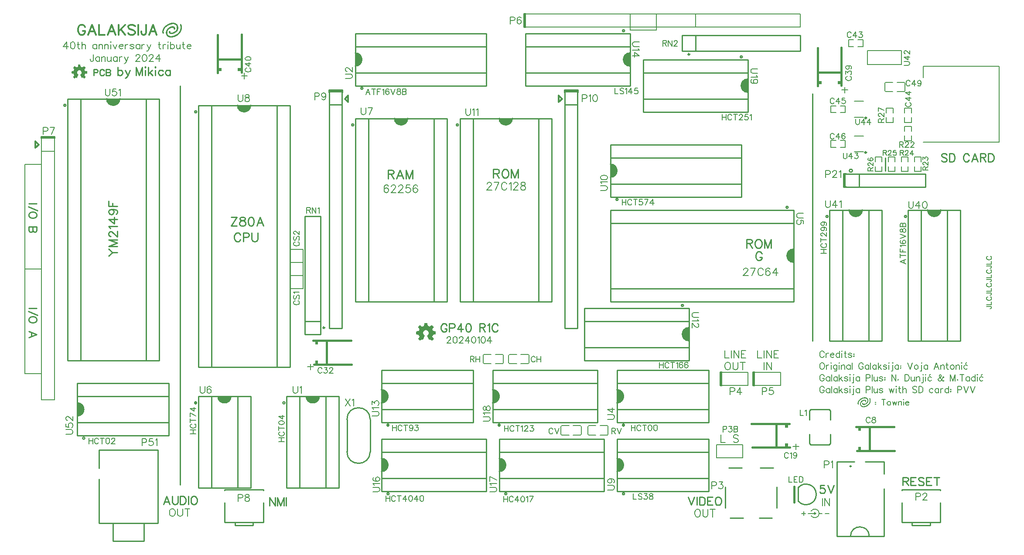
<source format=gto>
G04 Layer: TopSilkscreenLayer*
G04 EasyEDA v6.5.39, 2024-02-04 17:57:03*
G04 f6d63844dc264826aa4dc6ae726a4a04,5509f98a9368439c9cde498926e245b9,10*
G04 Gerber Generator version 0.2*
G04 Scale: 100 percent, Rotated: No, Reflected: No *
G04 Dimensions in inches *
G04 leading zeros omitted , absolute positions ,3 integer and 6 decimal *
%FSLAX36Y36*%
%MOIN*%

%ADD10C,0.0080*%
%ADD11C,0.0090*%
%ADD12C,0.0120*%
%ADD13C,0.0060*%
%ADD14C,0.0100*%
%ADD15C,0.0150*%
%ADD16C,0.0079*%
%ADD17C,0.0157*%
%ADD18C,0.0075*%
%ADD19C,0.0080*%
%ADD20C,0.0118*%
%ADD21C,0.0182*%

%LPD*%
G36*
X1158400Y3831580D02*
G01*
X1154500Y3831480D01*
X1150740Y3831220D01*
X1146600Y3830680D01*
X1143880Y3830220D01*
X1139260Y3829220D01*
X1135020Y3828039D01*
X1131420Y3826900D01*
X1128500Y3825860D01*
X1124320Y3824200D01*
X1121140Y3822780D01*
X1116800Y3820620D01*
X1113460Y3818759D01*
X1110360Y3816920D01*
X1104760Y3813140D01*
X1101740Y3810880D01*
X1098280Y3808039D01*
X1094140Y3804220D01*
X1091460Y3801480D01*
X1087680Y3797060D01*
X1085080Y3793620D01*
X1083340Y3790980D01*
X1081780Y3788380D01*
X1080420Y3785800D01*
X1079280Y3783360D01*
X1078040Y3780280D01*
X1077060Y3777340D01*
X1076380Y3774840D01*
X1075880Y3772580D01*
X1075460Y3770000D01*
X1075200Y3767820D01*
X1075020Y3764640D01*
X1075120Y3760880D01*
X1075380Y3758279D01*
X1076060Y3754320D01*
X1076960Y3750760D01*
X1077440Y3749760D01*
X1078200Y3748740D01*
X1078920Y3748159D01*
X1079780Y3747620D01*
X1081020Y3747180D01*
X1083180Y3747160D01*
X1084620Y3747679D01*
X1085560Y3748300D01*
X1086500Y3749260D01*
X1087140Y3750340D01*
X1087520Y3751420D01*
X1087580Y3753360D01*
X1086740Y3756700D01*
X1086320Y3759120D01*
X1086080Y3761380D01*
X1085960Y3764220D01*
X1086160Y3767240D01*
X1086620Y3770280D01*
X1087040Y3772240D01*
X1087580Y3774220D01*
X1088340Y3776480D01*
X1089260Y3778780D01*
X1091400Y3783080D01*
X1092740Y3785299D01*
X1094260Y3787559D01*
X1095940Y3789800D01*
X1099060Y3793580D01*
X1103760Y3798260D01*
X1106320Y3800480D01*
X1108780Y3802440D01*
X1112160Y3804900D01*
X1117720Y3808519D01*
X1120440Y3810080D01*
X1123820Y3811840D01*
X1128500Y3814020D01*
X1134440Y3816340D01*
X1137900Y3817440D01*
X1141800Y3818519D01*
X1144720Y3819180D01*
X1148940Y3819900D01*
X1152840Y3820360D01*
X1156220Y3820560D01*
X1160700Y3820460D01*
X1163280Y3820200D01*
X1165860Y3819780D01*
X1168220Y3819200D01*
X1170340Y3818540D01*
X1172320Y3817760D01*
X1174740Y3816540D01*
X1176740Y3815220D01*
X1178420Y3813860D01*
X1180200Y3812040D01*
X1181240Y3810700D01*
X1182560Y3808700D01*
X1183540Y3806780D01*
X1184180Y3805280D01*
X1184820Y3803360D01*
X1185640Y3799840D01*
X1185980Y3797420D01*
X1186180Y3795160D01*
X1186180Y3789800D01*
X1185880Y3787880D01*
X1185460Y3785880D01*
X1184740Y3783340D01*
X1183620Y3780520D01*
X1182480Y3778220D01*
X1180860Y3775600D01*
X1179780Y3774080D01*
X1177520Y3771259D01*
X1175160Y3768840D01*
X1172120Y3766240D01*
X1168260Y3763460D01*
X1165840Y3761980D01*
X1162960Y3760460D01*
X1160520Y3759320D01*
X1158520Y3758519D01*
X1154180Y3757080D01*
X1149900Y3756160D01*
X1147900Y3755899D01*
X1144720Y3755720D01*
X1142360Y3755899D01*
X1140960Y3756160D01*
X1139380Y3756680D01*
X1138240Y3757260D01*
X1137440Y3757980D01*
X1137000Y3758780D01*
X1136800Y3759680D01*
X1136900Y3761640D01*
X1137260Y3763300D01*
X1137160Y3764800D01*
X1136740Y3766160D01*
X1136080Y3767180D01*
X1135460Y3767880D01*
X1134420Y3768620D01*
X1133500Y3769020D01*
X1132100Y3769300D01*
X1130620Y3769200D01*
X1129440Y3768800D01*
X1128540Y3768240D01*
X1127640Y3767440D01*
X1126800Y3766200D01*
X1126460Y3765140D01*
X1126120Y3763480D01*
X1125860Y3761640D01*
X1125860Y3758920D01*
X1126120Y3757200D01*
X1126440Y3755860D01*
X1127020Y3754260D01*
X1127640Y3753020D01*
X1129240Y3750680D01*
X1130760Y3749160D01*
X1132100Y3748159D01*
X1133360Y3747380D01*
X1135280Y3746460D01*
X1136920Y3745860D01*
X1139920Y3745160D01*
X1142880Y3744780D01*
X1146900Y3744780D01*
X1149320Y3744960D01*
X1152200Y3745360D01*
X1155160Y3745960D01*
X1158180Y3746780D01*
X1160600Y3747559D01*
X1163640Y3748700D01*
X1165880Y3749660D01*
X1168720Y3751019D01*
X1173400Y3753660D01*
X1176160Y3755500D01*
X1178680Y3757380D01*
X1181460Y3759740D01*
X1183920Y3762040D01*
X1186000Y3764280D01*
X1187640Y3766259D01*
X1190260Y3769880D01*
X1191560Y3772000D01*
X1192980Y3774680D01*
X1194840Y3779020D01*
X1195760Y3781920D01*
X1196440Y3784840D01*
X1197020Y3788220D01*
X1197220Y3792799D01*
X1197020Y3797060D01*
X1196760Y3799500D01*
X1196420Y3801760D01*
X1195940Y3804140D01*
X1194920Y3807740D01*
X1193500Y3811380D01*
X1192400Y3813560D01*
X1191480Y3815140D01*
X1190320Y3816900D01*
X1188120Y3819660D01*
X1186440Y3821400D01*
X1184420Y3823180D01*
X1182840Y3824360D01*
X1181100Y3825520D01*
X1179280Y3826580D01*
X1176580Y3827900D01*
X1173660Y3829040D01*
X1171480Y3829720D01*
X1167140Y3830740D01*
X1165120Y3831060D01*
X1162120Y3831400D01*
G37*
G36*
X1214800Y3822200D02*
G01*
X1213720Y3821960D01*
X1212480Y3821380D01*
X1211480Y3820580D01*
X1210720Y3819580D01*
X1210240Y3818580D01*
X1209960Y3817480D01*
X1209960Y3815720D01*
X1211560Y3810960D01*
X1212620Y3807000D01*
X1213160Y3804420D01*
X1214040Y3797760D01*
X1214040Y3791560D01*
X1213480Y3786540D01*
X1212920Y3783420D01*
X1211980Y3779800D01*
X1210840Y3776340D01*
X1209040Y3772080D01*
X1207540Y3769080D01*
X1206100Y3766560D01*
X1203560Y3762679D01*
X1201800Y3760299D01*
X1199920Y3757960D01*
X1197400Y3755100D01*
X1194980Y3752620D01*
X1192140Y3750000D01*
X1189960Y3748159D01*
X1186540Y3745500D01*
X1183900Y3743620D01*
X1181240Y3741880D01*
X1176160Y3738920D01*
X1173540Y3737559D01*
X1169140Y3735520D01*
X1165240Y3733980D01*
X1162780Y3733100D01*
X1158000Y3731660D01*
X1152740Y3730480D01*
X1150100Y3730059D01*
X1146500Y3729660D01*
X1142960Y3729460D01*
X1138960Y3729560D01*
X1136380Y3729820D01*
X1133500Y3730320D01*
X1130840Y3731000D01*
X1128840Y3731680D01*
X1126840Y3732520D01*
X1125120Y3733399D01*
X1123600Y3734340D01*
X1121980Y3735560D01*
X1120400Y3736980D01*
X1118360Y3739380D01*
X1116940Y3741640D01*
X1115680Y3744320D01*
X1115080Y3746000D01*
X1114260Y3749080D01*
X1113920Y3751180D01*
X1113620Y3753780D01*
X1113640Y3759700D01*
X1114080Y3762220D01*
X1114760Y3764800D01*
X1115820Y3767760D01*
X1116600Y3769500D01*
X1117860Y3771820D01*
X1118840Y3773399D01*
X1121660Y3777100D01*
X1123420Y3779020D01*
X1125400Y3780940D01*
X1127500Y3782720D01*
X1129580Y3784300D01*
X1132840Y3786440D01*
X1134780Y3787540D01*
X1137240Y3788800D01*
X1139880Y3789980D01*
X1142800Y3791080D01*
X1145560Y3791940D01*
X1147740Y3792480D01*
X1150040Y3792900D01*
X1153820Y3793300D01*
X1157020Y3793200D01*
X1158940Y3792860D01*
X1160260Y3792440D01*
X1161460Y3791840D01*
X1162380Y3791040D01*
X1162820Y3790140D01*
X1163020Y3788980D01*
X1162900Y3787640D01*
X1162580Y3785960D01*
X1162580Y3784480D01*
X1162840Y3783460D01*
X1163520Y3782040D01*
X1164800Y3780760D01*
X1166220Y3780059D01*
X1167200Y3779820D01*
X1168820Y3779820D01*
X1169800Y3780059D01*
X1171220Y3780760D01*
X1172500Y3782040D01*
X1173260Y3783620D01*
X1173680Y3785620D01*
X1173900Y3787220D01*
X1173900Y3790220D01*
X1173680Y3791720D01*
X1173280Y3793360D01*
X1172840Y3794580D01*
X1171960Y3796360D01*
X1171040Y3797760D01*
X1169840Y3799140D01*
X1168380Y3800400D01*
X1166800Y3801460D01*
X1165380Y3802220D01*
X1163540Y3802960D01*
X1161520Y3803560D01*
X1159860Y3803900D01*
X1155600Y3804340D01*
X1152240Y3804240D01*
X1149560Y3803980D01*
X1146060Y3803399D01*
X1143260Y3802740D01*
X1139120Y3801460D01*
X1136500Y3800500D01*
X1132020Y3798540D01*
X1129080Y3796980D01*
X1126320Y3795340D01*
X1123560Y3793500D01*
X1120980Y3791560D01*
X1118560Y3789540D01*
X1116040Y3787200D01*
X1114020Y3785040D01*
X1112200Y3782880D01*
X1110360Y3780440D01*
X1108840Y3778100D01*
X1107440Y3775680D01*
X1106000Y3772660D01*
X1104980Y3770160D01*
X1103700Y3765980D01*
X1103140Y3763300D01*
X1102700Y3760380D01*
X1102600Y3755440D01*
X1102800Y3751940D01*
X1103540Y3746740D01*
X1104300Y3743660D01*
X1105220Y3740940D01*
X1107100Y3736720D01*
X1108540Y3734340D01*
X1109580Y3732820D01*
X1110720Y3731360D01*
X1111940Y3729980D01*
X1114460Y3727540D01*
X1116540Y3725860D01*
X1118880Y3724320D01*
X1120540Y3723360D01*
X1122380Y3722440D01*
X1125000Y3721360D01*
X1126920Y3720700D01*
X1129800Y3719880D01*
X1132520Y3719300D01*
X1135280Y3718880D01*
X1137780Y3718600D01*
X1142040Y3718420D01*
X1147820Y3718700D01*
X1151420Y3719120D01*
X1154580Y3719620D01*
X1158180Y3720360D01*
X1160920Y3721040D01*
X1163860Y3721880D01*
X1167140Y3722960D01*
X1171880Y3724740D01*
X1175380Y3726259D01*
X1178660Y3727820D01*
X1181520Y3729320D01*
X1185860Y3731800D01*
X1188200Y3733260D01*
X1191300Y3735360D01*
X1194140Y3737460D01*
X1198160Y3740659D01*
X1202780Y3744860D01*
X1205520Y3747700D01*
X1209360Y3752120D01*
X1211300Y3754600D01*
X1213400Y3757580D01*
X1215140Y3760299D01*
X1216600Y3762780D01*
X1218280Y3765940D01*
X1219620Y3768820D01*
X1220760Y3771580D01*
X1221860Y3774620D01*
X1222700Y3777400D01*
X1223440Y3780280D01*
X1224180Y3784040D01*
X1224780Y3788639D01*
X1224980Y3791139D01*
X1224980Y3798080D01*
X1224700Y3801340D01*
X1224360Y3803940D01*
X1223360Y3809280D01*
X1222040Y3814180D01*
X1220500Y3818740D01*
X1219900Y3819900D01*
X1218560Y3821240D01*
X1217540Y3821780D01*
X1216460Y3822140D01*
G37*
G36*
X3083900Y1535000D02*
G01*
X3080400Y1534880D01*
X3079920Y1534600D01*
X3079480Y1533740D01*
X3077960Y1525460D01*
X3075779Y1515180D01*
X3075440Y1514379D01*
X3073200Y1513260D01*
X3068740Y1511420D01*
X3063680Y1509480D01*
X3061860Y1508899D01*
X3061200Y1508899D01*
X3059400Y1510000D01*
X3045200Y1519460D01*
X3044300Y1519940D01*
X3041820Y1517740D01*
X3035179Y1511140D01*
X3031180Y1506940D01*
X3030280Y1505600D01*
X3030280Y1505180D01*
X3031500Y1503160D01*
X3038880Y1492240D01*
X3040779Y1489079D01*
X3040920Y1488520D01*
X3038940Y1483260D01*
X3036720Y1478040D01*
X3035200Y1474940D01*
X3034380Y1474019D01*
X3032200Y1473500D01*
X3017760Y1470640D01*
X3015260Y1469880D01*
X3015059Y1467200D01*
X3015040Y1452440D01*
X3015320Y1450040D01*
X3015600Y1449740D01*
X3016780Y1449420D01*
X3031100Y1446639D01*
X3033880Y1445920D01*
X3034680Y1445020D01*
X3035860Y1442540D01*
X3039760Y1432860D01*
X3040440Y1430860D01*
X3040440Y1430260D01*
X3037900Y1426200D01*
X3032919Y1418880D01*
X3030580Y1415160D01*
X3030140Y1414240D01*
X3030700Y1413400D01*
X3033480Y1410340D01*
X3041380Y1402460D01*
X3043480Y1400600D01*
X3044480Y1400080D01*
X3045460Y1400600D01*
X3058220Y1409180D01*
X3060140Y1410280D01*
X3060840Y1410060D01*
X3067120Y1406980D01*
X3068060Y1406879D01*
X3068639Y1407940D01*
X3073820Y1420180D01*
X3078960Y1432640D01*
X3081320Y1438700D01*
X3081560Y1439560D01*
X3081540Y1439760D01*
X3080740Y1440660D01*
X3077240Y1443240D01*
X3074860Y1445540D01*
X3073120Y1447620D01*
X3071800Y1449600D01*
X3070419Y1452440D01*
X3069880Y1454079D01*
X3069520Y1455780D01*
X3069200Y1458560D01*
X3069200Y1461180D01*
X3069540Y1464139D01*
X3069980Y1466000D01*
X3070659Y1467960D01*
X3072000Y1470600D01*
X3073540Y1472780D01*
X3075380Y1474800D01*
X3076580Y1475860D01*
X3078540Y1477320D01*
X3080600Y1478540D01*
X3082700Y1479460D01*
X3084060Y1479920D01*
X3085760Y1480360D01*
X3087840Y1480760D01*
X3092440Y1480740D01*
X3095280Y1480140D01*
X3097580Y1479379D01*
X3100299Y1478060D01*
X3102720Y1476440D01*
X3104800Y1474600D01*
X3106280Y1472940D01*
X3107380Y1471459D01*
X3108540Y1469500D01*
X3109460Y1467420D01*
X3110200Y1465220D01*
X3110640Y1463260D01*
X3110960Y1460880D01*
X3110960Y1459160D01*
X3110740Y1457020D01*
X3110280Y1454740D01*
X3109440Y1452280D01*
X3108560Y1450280D01*
X3107540Y1448500D01*
X3106340Y1446780D01*
X3104360Y1444720D01*
X3102380Y1443020D01*
X3099740Y1441020D01*
X3098360Y1439760D01*
X3098480Y1439100D01*
X3101040Y1432660D01*
X3110340Y1410140D01*
X3111680Y1407260D01*
X3112020Y1406740D01*
X3113100Y1407140D01*
X3119140Y1410100D01*
X3119980Y1410200D01*
X3122060Y1408959D01*
X3134740Y1400420D01*
X3135460Y1400120D01*
X3136380Y1400520D01*
X3138360Y1402240D01*
X3147100Y1411000D01*
X3149780Y1414180D01*
X3149660Y1414680D01*
X3147780Y1417740D01*
X3140860Y1428160D01*
X3139500Y1430440D01*
X3139500Y1430940D01*
X3141860Y1437040D01*
X3143840Y1441879D01*
X3145400Y1445160D01*
X3146060Y1445920D01*
X3147100Y1446260D01*
X3151139Y1447120D01*
X3162620Y1449319D01*
X3164480Y1449820D01*
X3164760Y1450900D01*
X3164960Y1456480D01*
X3164960Y1464019D01*
X3164760Y1469280D01*
X3164560Y1470120D01*
X3164360Y1470320D01*
X3148080Y1473500D01*
X3145340Y1474160D01*
X3144960Y1474360D01*
X3144120Y1476060D01*
X3141920Y1481200D01*
X3139060Y1488480D01*
X3139060Y1488839D01*
X3141500Y1492780D01*
X3147280Y1501380D01*
X3149700Y1505380D01*
X3149560Y1505900D01*
X3147980Y1507860D01*
X3137580Y1518280D01*
X3135659Y1519940D01*
X3135140Y1519740D01*
X3133000Y1518400D01*
X3126100Y1513640D01*
X3120520Y1509940D01*
X3118580Y1508760D01*
X3117460Y1509000D01*
X3111340Y1511399D01*
X3106320Y1513520D01*
X3104420Y1514480D01*
X3103980Y1515900D01*
X3103220Y1519460D01*
X3101340Y1529400D01*
X3100320Y1534199D01*
X3100080Y1534900D01*
G37*
G36*
X435060Y3511880D02*
G01*
X433200Y3511760D01*
X432720Y3511440D01*
X432480Y3510880D01*
X430300Y3499400D01*
X429560Y3496280D01*
X429280Y3495400D01*
X428060Y3494760D01*
X424200Y3493120D01*
X419760Y3491420D01*
X418020Y3490899D01*
X416920Y3491520D01*
X404500Y3499740D01*
X404219Y3499740D01*
X402440Y3498120D01*
X396420Y3492180D01*
X393880Y3489460D01*
X393120Y3488380D01*
X393120Y3487960D01*
X394940Y3485080D01*
X400460Y3476960D01*
X401599Y3474940D01*
X401599Y3474540D01*
X399420Y3469000D01*
X398260Y3466280D01*
X397020Y3463780D01*
X396400Y3463080D01*
X395000Y3462740D01*
X384159Y3460620D01*
X381140Y3459840D01*
X381040Y3459420D01*
X380880Y3454300D01*
X380880Y3448700D01*
X381040Y3444420D01*
X381220Y3443759D01*
X381520Y3443600D01*
X387480Y3442360D01*
X393500Y3441240D01*
X395880Y3440680D01*
X396540Y3440040D01*
X397660Y3437760D01*
X399320Y3433740D01*
X401320Y3428300D01*
X400439Y3426740D01*
X393920Y3416960D01*
X393020Y3415380D01*
X393020Y3415120D01*
X394820Y3413020D01*
X400060Y3407700D01*
X403540Y3404400D01*
X404480Y3403960D01*
X405060Y3404220D01*
X414060Y3410299D01*
X416860Y3412020D01*
X417540Y3411940D01*
X422540Y3409480D01*
X423340Y3409380D01*
X425880Y3415080D01*
X431280Y3428060D01*
X433600Y3433840D01*
X434140Y3435380D01*
X434140Y3435720D01*
X433300Y3436540D01*
X430319Y3438759D01*
X428260Y3440840D01*
X426820Y3442760D01*
X425740Y3444600D01*
X424960Y3446520D01*
X424600Y3447900D01*
X424300Y3449840D01*
X424300Y3453680D01*
X424600Y3455620D01*
X425040Y3457280D01*
X425500Y3458460D01*
X426320Y3460080D01*
X427100Y3461300D01*
X428519Y3463039D01*
X429980Y3464440D01*
X431380Y3465520D01*
X432800Y3466400D01*
X434040Y3467020D01*
X435840Y3467740D01*
X438120Y3468320D01*
X439920Y3468519D01*
X442140Y3468500D01*
X443980Y3468240D01*
X445680Y3467799D01*
X447360Y3467200D01*
X449060Y3466360D01*
X450280Y3465600D01*
X451580Y3464620D01*
X453220Y3463039D01*
X454340Y3461660D01*
X455280Y3460240D01*
X456240Y3458320D01*
X456880Y3456620D01*
X457320Y3455000D01*
X457580Y3453420D01*
X457680Y3451320D01*
X457480Y3449400D01*
X457140Y3447760D01*
X456340Y3445380D01*
X455319Y3443279D01*
X454099Y3441440D01*
X452640Y3439860D01*
X451140Y3438540D01*
X448620Y3436640D01*
X447600Y3435680D01*
X447600Y3435280D01*
X451079Y3426620D01*
X457720Y3410740D01*
X458400Y3409380D01*
X458519Y3409300D01*
X459360Y3409580D01*
X464180Y3411920D01*
X464840Y3412040D01*
X466540Y3411019D01*
X476520Y3404320D01*
X477260Y3403940D01*
X478020Y3404320D01*
X479840Y3405920D01*
X485880Y3411960D01*
X488740Y3415260D01*
X488180Y3416340D01*
X486599Y3418880D01*
X481220Y3426960D01*
X480420Y3428380D01*
X483920Y3437340D01*
X485280Y3440140D01*
X485900Y3440680D01*
X491120Y3441840D01*
X498560Y3443240D01*
X500439Y3443700D01*
X500600Y3444000D01*
X500820Y3446000D01*
X500800Y3458060D01*
X500600Y3459900D01*
X500400Y3460100D01*
X489799Y3462180D01*
X484860Y3463300D01*
X484099Y3464880D01*
X482220Y3469260D01*
X480220Y3474300D01*
X480120Y3474900D01*
X480620Y3475820D01*
X486500Y3484640D01*
X488620Y3488000D01*
X488620Y3488340D01*
X488120Y3489120D01*
X487020Y3490419D01*
X480980Y3496520D01*
X477660Y3499660D01*
X477360Y3499820D01*
X476340Y3499280D01*
X468940Y3494220D01*
X463760Y3490899D01*
X463320Y3490899D01*
X459500Y3492360D01*
X454200Y3494560D01*
X452540Y3495340D01*
X452340Y3495580D01*
X451380Y3499780D01*
X449600Y3509220D01*
X448980Y3511800D01*
G37*
G36*
X6444100Y967460D02*
G01*
X6439059Y967140D01*
X6435420Y966580D01*
X6430620Y965460D01*
X6425839Y963920D01*
X6423420Y962980D01*
X6420260Y961600D01*
X6417360Y960160D01*
X6415119Y958940D01*
X6413060Y957700D01*
X6409340Y955180D01*
X6405660Y952340D01*
X6403200Y950160D01*
X6400480Y947400D01*
X6397940Y944460D01*
X6395640Y941280D01*
X6393560Y937820D01*
X6392720Y936140D01*
X6391180Y932300D01*
X6390240Y928900D01*
X6389620Y924960D01*
X6389500Y922840D01*
X6389560Y920340D01*
X6390000Y916880D01*
X6390800Y913600D01*
X6391120Y912920D01*
X6391860Y912060D01*
X6392400Y911680D01*
X6393500Y911200D01*
X6394940Y911200D01*
X6395900Y911540D01*
X6396520Y911960D01*
X6397160Y912600D01*
X6397600Y913319D01*
X6397840Y914040D01*
X6397880Y915320D01*
X6397320Y917560D01*
X6397039Y919160D01*
X6396840Y921620D01*
X6396860Y923580D01*
X6397100Y925860D01*
X6397380Y927360D01*
X6397880Y929240D01*
X6398380Y930740D01*
X6399340Y933040D01*
X6400060Y934500D01*
X6401860Y937460D01*
X6404100Y940460D01*
X6405540Y942140D01*
X6408660Y945260D01*
X6411180Y947400D01*
X6414260Y949700D01*
X6417980Y952099D01*
X6422039Y954320D01*
X6424260Y955380D01*
X6428000Y956900D01*
X6430520Y957760D01*
X6435000Y959000D01*
X6438780Y959700D01*
X6442519Y960060D01*
X6445140Y960100D01*
X6447480Y959980D01*
X6450080Y959599D01*
X6453060Y958780D01*
X6454360Y958259D01*
X6455980Y957440D01*
X6457320Y956560D01*
X6458440Y955660D01*
X6459620Y954460D01*
X6460320Y953560D01*
X6461200Y952220D01*
X6462279Y949940D01*
X6463040Y947380D01*
X6463480Y944700D01*
X6463620Y943199D01*
X6463600Y939620D01*
X6463140Y937000D01*
X6462660Y935300D01*
X6461920Y933439D01*
X6461140Y931900D01*
X6460400Y930660D01*
X6459360Y929140D01*
X6458400Y927940D01*
X6457060Y926460D01*
X6455580Y925040D01*
X6453000Y922980D01*
X6450060Y921080D01*
X6447060Y919539D01*
X6443339Y918139D01*
X6441580Y917640D01*
X6439440Y917200D01*
X6438099Y917020D01*
X6435980Y916900D01*
X6434400Y917020D01*
X6433460Y917200D01*
X6432400Y917540D01*
X6431640Y917940D01*
X6431120Y918400D01*
X6430839Y918940D01*
X6430700Y919539D01*
X6430760Y920840D01*
X6431000Y921960D01*
X6430940Y922960D01*
X6430660Y923860D01*
X6430000Y924780D01*
X6429440Y925260D01*
X6428800Y925639D01*
X6427560Y925960D01*
X6426580Y925879D01*
X6425800Y925620D01*
X6425180Y925240D01*
X6424580Y924720D01*
X6424040Y923880D01*
X6423800Y923180D01*
X6423400Y920860D01*
X6423400Y919020D01*
X6423579Y917880D01*
X6423980Y916460D01*
X6424580Y915100D01*
X6425660Y913540D01*
X6426660Y912520D01*
X6428400Y911340D01*
X6430220Y910540D01*
X6431500Y910140D01*
X6432780Y909860D01*
X6434740Y909599D01*
X6437440Y909599D01*
X6439040Y909720D01*
X6440960Y910000D01*
X6443940Y910680D01*
X6445760Y911200D01*
X6448600Y912220D01*
X6452720Y914180D01*
X6455100Y915540D01*
X6456940Y916760D01*
X6459940Y919100D01*
X6462100Y921120D01*
X6463500Y922620D01*
X6464580Y923920D01*
X6465960Y925800D01*
X6467680Y928640D01*
X6469059Y931620D01*
X6469700Y933400D01*
X6470460Y936320D01*
X6470839Y938560D01*
X6470960Y941620D01*
X6470760Y945280D01*
X6470280Y948379D01*
X6469880Y950100D01*
X6469200Y952260D01*
X6468120Y954740D01*
X6466760Y957099D01*
X6465300Y959060D01*
X6463780Y960680D01*
X6462440Y961880D01*
X6460220Y963439D01*
X6459000Y964140D01*
X6457220Y965020D01*
X6454539Y966020D01*
X6451720Y966740D01*
X6448579Y967240D01*
X6446340Y967420D01*
G37*
G36*
X6482680Y961220D02*
G01*
X6481980Y961060D01*
X6481140Y960680D01*
X6480480Y960140D01*
X6479960Y959479D01*
X6479660Y958800D01*
X6479460Y958080D01*
X6479460Y956900D01*
X6480540Y953740D01*
X6481440Y950240D01*
X6481980Y946880D01*
X6482180Y944920D01*
X6482180Y940800D01*
X6481820Y937460D01*
X6481440Y935360D01*
X6480820Y932960D01*
X6480060Y930660D01*
X6479120Y928400D01*
X6477859Y925800D01*
X6475720Y922300D01*
X6473380Y919120D01*
X6471100Y916500D01*
X6469480Y914840D01*
X6467580Y913100D01*
X6465420Y911280D01*
X6461200Y908220D01*
X6459440Y907120D01*
X6456160Y905280D01*
X6454220Y904320D01*
X6450420Y902680D01*
X6448020Y901820D01*
X6443160Y900460D01*
X6441319Y900080D01*
X6437160Y899520D01*
X6434800Y899400D01*
X6432120Y899460D01*
X6430400Y899640D01*
X6428500Y899960D01*
X6426720Y900420D01*
X6425380Y900879D01*
X6423480Y901720D01*
X6421900Y902660D01*
X6420280Y903940D01*
X6418720Y905620D01*
X6417600Y907260D01*
X6416400Y909860D01*
X6415860Y911720D01*
X6415440Y913880D01*
X6415240Y915600D01*
X6415240Y919560D01*
X6415560Y921240D01*
X6416280Y923800D01*
X6416980Y925500D01*
X6418060Y927640D01*
X6418720Y928680D01*
X6420599Y931160D01*
X6421780Y932440D01*
X6423800Y934300D01*
X6425200Y935440D01*
X6427560Y937080D01*
X6430980Y938960D01*
X6432740Y939740D01*
X6434700Y940480D01*
X6437980Y941400D01*
X6439520Y941680D01*
X6442039Y941960D01*
X6444160Y941900D01*
X6445460Y941660D01*
X6446319Y941380D01*
X6447140Y940980D01*
X6447740Y940440D01*
X6448040Y939840D01*
X6448180Y939080D01*
X6448099Y938180D01*
X6447880Y937060D01*
X6447880Y936080D01*
X6448060Y935400D01*
X6448500Y934460D01*
X6449360Y933600D01*
X6450300Y933139D01*
X6450960Y932960D01*
X6452039Y932960D01*
X6452700Y933139D01*
X6453640Y933600D01*
X6454500Y934460D01*
X6455000Y935500D01*
X6455420Y937900D01*
X6455359Y940400D01*
X6454860Y942400D01*
X6454140Y944000D01*
X6453520Y944920D01*
X6452720Y945840D01*
X6451760Y946700D01*
X6450700Y947400D01*
X6449740Y947900D01*
X6448520Y948400D01*
X6447180Y948800D01*
X6446060Y949020D01*
X6443220Y949320D01*
X6441000Y949240D01*
X6439200Y949080D01*
X6436860Y948680D01*
X6435000Y948240D01*
X6431400Y947120D01*
X6429580Y946400D01*
X6426520Y944920D01*
X6424640Y943860D01*
X6422800Y942700D01*
X6421000Y941440D01*
X6419340Y940120D01*
X6417700Y938680D01*
X6416180Y937180D01*
X6414700Y935520D01*
X6413080Y933379D01*
X6411580Y931020D01*
X6410160Y928199D01*
X6409220Y925740D01*
X6408240Y921960D01*
X6407960Y920000D01*
X6407900Y916720D01*
X6408020Y914380D01*
X6408520Y910920D01*
X6409040Y908860D01*
X6409640Y907039D01*
X6410520Y905020D01*
X6411220Y903680D01*
X6412160Y902159D01*
X6413680Y900220D01*
X6415800Y898120D01*
X6417200Y897000D01*
X6419299Y895660D01*
X6420460Y895020D01*
X6421940Y894360D01*
X6424100Y893560D01*
X6426940Y892800D01*
X6429680Y892340D01*
X6431340Y892159D01*
X6434200Y892039D01*
X6437120Y892159D01*
X6440440Y892500D01*
X6442540Y892840D01*
X6444940Y893340D01*
X6448740Y894340D01*
X6453040Y895840D01*
X6456400Y897260D01*
X6458600Y898300D01*
X6461500Y899840D01*
X6464960Y901940D01*
X6468920Y904720D01*
X6471600Y906860D01*
X6474680Y909659D01*
X6476520Y911560D01*
X6479080Y914500D01*
X6481760Y918139D01*
X6483900Y921620D01*
X6485019Y923720D01*
X6486660Y927480D01*
X6487400Y929500D01*
X6488460Y933280D01*
X6488960Y935780D01*
X6489480Y940520D01*
X6489480Y945140D01*
X6489059Y949040D01*
X6488400Y952620D01*
X6487800Y954960D01*
X6486860Y957860D01*
X6486100Y959700D01*
X6485200Y960580D01*
X6484520Y960939D01*
X6483800Y961180D01*
G37*
D10*
X5391350Y1235549D02*
G01*
X5385950Y1232849D01*
X5380450Y1227350D01*
X5377749Y1221950D01*
X5375050Y1213750D01*
X5375050Y1200050D01*
X5377749Y1191950D01*
X5380450Y1186449D01*
X5385950Y1180949D01*
X5391350Y1178249D01*
X5402250Y1178249D01*
X5407749Y1180949D01*
X5413149Y1186449D01*
X5415950Y1191950D01*
X5418649Y1200050D01*
X5418649Y1213750D01*
X5415950Y1221950D01*
X5413149Y1227350D01*
X5407749Y1232849D01*
X5402250Y1235549D01*
X5391350Y1235549D01*
X5436650Y1235549D02*
G01*
X5436650Y1194650D01*
X5439350Y1186449D01*
X5444849Y1180949D01*
X5453050Y1178249D01*
X5458450Y1178249D01*
X5466650Y1180949D01*
X5472049Y1186449D01*
X5474849Y1194650D01*
X5474849Y1235549D01*
X5511949Y1235549D02*
G01*
X5511949Y1178249D01*
X5492849Y1235549D02*
G01*
X5531049Y1235549D01*
X5675000Y1235500D02*
G01*
X5675000Y1178299D01*
X5693000Y1235500D02*
G01*
X5693000Y1178299D01*
X5693000Y1235500D02*
G01*
X5731199Y1178299D01*
X5731199Y1235500D02*
G01*
X5731199Y1178299D01*
X5375000Y1325500D02*
G01*
X5375000Y1268299D01*
X5375000Y1268299D02*
G01*
X5407700Y1268299D01*
X5425699Y1325500D02*
G01*
X5425699Y1268299D01*
X5443699Y1325500D02*
G01*
X5443699Y1268299D01*
X5443699Y1325500D02*
G01*
X5481899Y1268299D01*
X5481899Y1325500D02*
G01*
X5481899Y1268299D01*
X5499899Y1325500D02*
G01*
X5499899Y1268299D01*
X5499899Y1325500D02*
G01*
X5535400Y1325500D01*
X5499899Y1298299D02*
G01*
X5521700Y1298299D01*
X5499899Y1268299D02*
G01*
X5535400Y1268299D01*
D11*
X5095000Y205599D02*
G01*
X5118599Y143499D01*
X5142299Y205599D02*
G01*
X5118599Y143499D01*
X5161800Y205599D02*
G01*
X5161800Y143499D01*
X5181300Y205599D02*
G01*
X5181300Y143499D01*
X5181300Y205599D02*
G01*
X5201999Y205599D01*
X5210799Y202600D01*
X5216700Y196700D01*
X5219700Y190799D01*
X5222600Y181999D01*
X5222600Y167199D01*
X5219700Y158299D01*
X5216700Y152399D01*
X5210799Y146500D01*
X5201999Y143499D01*
X5181300Y143499D01*
X5242100Y205599D02*
G01*
X5242100Y143499D01*
X5242100Y205599D02*
G01*
X5280500Y205599D01*
X5242100Y175999D02*
G01*
X5265799Y175999D01*
X5242100Y143499D02*
G01*
X5280500Y143499D01*
X5317799Y205599D02*
G01*
X5311899Y202600D01*
X5306000Y196700D01*
X5303000Y190799D01*
X5300000Y181999D01*
X5300000Y167199D01*
X5303000Y158299D01*
X5306000Y152399D01*
X5311899Y146500D01*
X5317799Y143499D01*
X5329600Y143499D01*
X5335500Y146500D01*
X5341400Y152399D01*
X5344399Y158299D01*
X5347299Y167199D01*
X5347299Y181999D01*
X5344399Y190799D01*
X5341400Y196700D01*
X5335500Y202600D01*
X5329600Y205599D01*
X5317799Y205599D01*
X6135500Y295599D02*
G01*
X6105900Y295599D01*
X6103000Y269000D01*
X6105900Y271999D01*
X6114799Y274899D01*
X6123599Y274899D01*
X6132500Y271999D01*
X6138400Y265999D01*
X6141400Y257199D01*
X6141400Y251300D01*
X6138400Y242399D01*
X6132500Y236500D01*
X6123599Y233499D01*
X6114799Y233499D01*
X6105900Y236500D01*
X6103000Y239499D01*
X6100000Y245399D01*
X6160900Y295599D02*
G01*
X6184499Y233499D01*
X6208100Y295599D02*
G01*
X6184499Y233499D01*
X6735000Y355599D02*
G01*
X6735000Y293499D01*
X6735000Y355599D02*
G01*
X6761599Y355599D01*
X6770500Y352600D01*
X6773400Y349699D01*
X6776400Y343800D01*
X6776400Y337899D01*
X6773400Y331999D01*
X6770500Y329000D01*
X6761599Y325999D01*
X6735000Y325999D01*
X6755699Y325999D02*
G01*
X6776400Y293499D01*
X6795900Y355599D02*
G01*
X6795900Y293499D01*
X6795900Y355599D02*
G01*
X6834300Y355599D01*
X6795900Y325999D02*
G01*
X6819499Y325999D01*
X6795900Y293499D02*
G01*
X6834300Y293499D01*
X6895100Y346700D02*
G01*
X6889200Y352600D01*
X6880400Y355599D01*
X6868500Y355599D01*
X6859700Y352600D01*
X6853800Y346700D01*
X6853800Y340799D01*
X6856700Y334899D01*
X6859700Y331999D01*
X6865600Y329000D01*
X6883299Y323099D01*
X6889200Y320100D01*
X6892200Y317199D01*
X6895100Y311300D01*
X6895100Y302399D01*
X6889200Y296500D01*
X6880400Y293499D01*
X6868500Y293499D01*
X6859700Y296500D01*
X6853800Y302399D01*
X6914600Y355599D02*
G01*
X6914600Y293499D01*
X6914600Y355599D02*
G01*
X6953000Y355599D01*
X6914600Y325999D02*
G01*
X6938299Y325999D01*
X6914600Y293499D02*
G01*
X6953000Y293499D01*
X6993199Y355599D02*
G01*
X6993199Y293499D01*
X6972500Y355599D02*
G01*
X7013900Y355599D01*
X1895000Y200599D02*
G01*
X1895000Y138499D01*
X1895000Y200599D02*
G01*
X1936400Y138499D01*
X1936400Y200599D02*
G01*
X1936400Y138499D01*
X1955900Y200599D02*
G01*
X1955900Y138499D01*
X1955900Y200599D02*
G01*
X1979499Y138499D01*
X2003100Y200599D02*
G01*
X1979499Y138499D01*
X2003100Y200599D02*
G01*
X2003100Y138499D01*
X2022600Y200599D02*
G01*
X2022600Y138499D01*
D12*
X484499Y3797500D02*
G01*
X480900Y3804800D01*
X473600Y3812100D01*
X466399Y3815700D01*
X451799Y3815700D01*
X444499Y3812100D01*
X437300Y3804800D01*
X433600Y3797500D01*
X430000Y3786599D01*
X430000Y3768499D01*
X433600Y3757500D01*
X437300Y3750300D01*
X444499Y3743000D01*
X451799Y3739400D01*
X466399Y3739400D01*
X473600Y3743000D01*
X480900Y3750300D01*
X484499Y3757500D01*
X484499Y3768499D01*
X466399Y3768499D02*
G01*
X484499Y3768499D01*
X537600Y3815700D02*
G01*
X508499Y3739400D01*
X537600Y3815700D02*
G01*
X566700Y3739400D01*
X519499Y3764800D02*
G01*
X555799Y3764800D01*
X590700Y3815700D02*
G01*
X590700Y3739400D01*
X590700Y3739400D02*
G01*
X634400Y3739400D01*
X687500Y3815700D02*
G01*
X658400Y3739400D01*
X687500Y3815700D02*
G01*
X716500Y3739400D01*
X669299Y3764800D02*
G01*
X705599Y3764800D01*
X740500Y3815700D02*
G01*
X740500Y3739400D01*
X791500Y3815700D02*
G01*
X740500Y3764800D01*
X758699Y3783000D02*
G01*
X791500Y3739400D01*
X866399Y3804800D02*
G01*
X859099Y3812100D01*
X848200Y3815700D01*
X833600Y3815700D01*
X822699Y3812100D01*
X815500Y3804800D01*
X815500Y3797500D01*
X819099Y3790300D01*
X822699Y3786599D01*
X830000Y3783000D01*
X851799Y3775700D01*
X859099Y3772100D01*
X862699Y3768499D01*
X866399Y3761199D01*
X866399Y3750300D01*
X859099Y3743000D01*
X848200Y3739400D01*
X833600Y3739400D01*
X822699Y3743000D01*
X815500Y3750300D01*
X890399Y3815700D02*
G01*
X890399Y3739400D01*
X950699Y3815700D02*
G01*
X950699Y3757500D01*
X947100Y3746599D01*
X943500Y3743000D01*
X936199Y3739400D01*
X928900Y3739400D01*
X921599Y3743000D01*
X918000Y3746599D01*
X914399Y3757500D01*
X914399Y3764800D01*
X1003800Y3815700D02*
G01*
X974700Y3739400D01*
X1003800Y3815700D02*
G01*
X1032899Y3739400D01*
X985600Y3764800D02*
G01*
X1021999Y3764800D01*
D10*
X549000Y3588499D02*
G01*
X549000Y3548499D01*
X546500Y3540999D01*
X544000Y3538499D01*
X539000Y3535999D01*
X534000Y3535999D01*
X529000Y3538499D01*
X526500Y3540999D01*
X524000Y3548499D01*
X524000Y3553499D01*
X595500Y3570999D02*
G01*
X595500Y3535999D01*
X595500Y3563499D02*
G01*
X590500Y3568499D01*
X585500Y3570999D01*
X578000Y3570999D01*
X573000Y3568499D01*
X568000Y3563499D01*
X565500Y3555999D01*
X565500Y3550999D01*
X568000Y3543499D01*
X573000Y3538499D01*
X578000Y3535999D01*
X585500Y3535999D01*
X590500Y3538499D01*
X595500Y3543499D01*
X611999Y3570999D02*
G01*
X611999Y3535999D01*
X611999Y3560999D02*
G01*
X619499Y3568499D01*
X624499Y3570999D01*
X631999Y3570999D01*
X636999Y3568499D01*
X639499Y3560999D01*
X639499Y3535999D01*
X655999Y3570999D02*
G01*
X655999Y3545999D01*
X658499Y3538499D01*
X663499Y3535999D01*
X670999Y3535999D01*
X675999Y3538499D01*
X683499Y3545999D01*
X683499Y3570999D02*
G01*
X683499Y3535999D01*
X730000Y3570999D02*
G01*
X730000Y3535999D01*
X730000Y3563499D02*
G01*
X725000Y3568499D01*
X720000Y3570999D01*
X712500Y3570999D01*
X707500Y3568499D01*
X702500Y3563499D01*
X700000Y3555999D01*
X700000Y3550999D01*
X702500Y3543499D01*
X707500Y3538499D01*
X712500Y3535999D01*
X720000Y3535999D01*
X725000Y3538499D01*
X730000Y3543499D01*
X746500Y3570999D02*
G01*
X746500Y3535999D01*
X746500Y3555999D02*
G01*
X749000Y3563499D01*
X754000Y3568499D01*
X759000Y3570999D01*
X766500Y3570999D01*
X785500Y3570999D02*
G01*
X800500Y3535999D01*
X815500Y3570999D02*
G01*
X800500Y3535999D01*
X795500Y3525999D01*
X790500Y3520999D01*
X785500Y3518499D01*
X783000Y3518499D01*
X873000Y3575999D02*
G01*
X873000Y3578499D01*
X875500Y3583499D01*
X878000Y3585999D01*
X883000Y3588499D01*
X893000Y3588499D01*
X898000Y3585999D01*
X900500Y3583499D01*
X903000Y3578499D01*
X903000Y3573499D01*
X900500Y3568499D01*
X895500Y3560999D01*
X870500Y3535999D01*
X905500Y3535999D01*
X936999Y3588499D02*
G01*
X929499Y3585999D01*
X924499Y3578499D01*
X921999Y3565999D01*
X921999Y3558499D01*
X924499Y3545999D01*
X929499Y3538499D01*
X936999Y3535999D01*
X941999Y3535999D01*
X949499Y3538499D01*
X954499Y3545999D01*
X956999Y3558499D01*
X956999Y3565999D01*
X954499Y3578499D01*
X949499Y3585999D01*
X941999Y3588499D01*
X936999Y3588499D01*
X976000Y3575999D02*
G01*
X976000Y3578499D01*
X978500Y3583499D01*
X981000Y3585999D01*
X986000Y3588499D01*
X996000Y3588499D01*
X1001000Y3585999D01*
X1003500Y3583499D01*
X1006000Y3578499D01*
X1006000Y3573499D01*
X1003500Y3568499D01*
X998500Y3560999D01*
X973500Y3535999D01*
X1008500Y3535999D01*
X1050000Y3588499D02*
G01*
X1025000Y3553499D01*
X1062500Y3553499D01*
X1050000Y3588499D02*
G01*
X1050000Y3535999D01*
X344000Y3683499D02*
G01*
X319000Y3648499D01*
X356500Y3648499D01*
X344000Y3683499D02*
G01*
X344000Y3630999D01*
X388000Y3683499D02*
G01*
X380500Y3680999D01*
X375500Y3673499D01*
X373000Y3660999D01*
X373000Y3653499D01*
X375500Y3640999D01*
X380500Y3633499D01*
X388000Y3630999D01*
X393000Y3630999D01*
X400500Y3633499D01*
X405500Y3640999D01*
X408000Y3653499D01*
X408000Y3660999D01*
X405500Y3673499D01*
X400500Y3680999D01*
X393000Y3683499D01*
X388000Y3683499D01*
X431999Y3683499D02*
G01*
X431999Y3640999D01*
X434499Y3633499D01*
X439499Y3630999D01*
X444499Y3630999D01*
X424499Y3665999D02*
G01*
X441999Y3665999D01*
X460999Y3683499D02*
G01*
X460999Y3630999D01*
X460999Y3655999D02*
G01*
X468499Y3663499D01*
X473499Y3665999D01*
X480999Y3665999D01*
X485999Y3663499D01*
X488499Y3655999D01*
X488499Y3630999D01*
X573499Y3665999D02*
G01*
X573499Y3630999D01*
X573499Y3658499D02*
G01*
X568499Y3663499D01*
X563499Y3665999D01*
X555999Y3665999D01*
X550999Y3663499D01*
X545999Y3658499D01*
X543499Y3650999D01*
X543499Y3645999D01*
X545999Y3638499D01*
X550999Y3633499D01*
X555999Y3630999D01*
X563499Y3630999D01*
X568499Y3633499D01*
X573499Y3638499D01*
X590000Y3665999D02*
G01*
X590000Y3630999D01*
X590000Y3655999D02*
G01*
X597500Y3663499D01*
X602500Y3665999D01*
X610000Y3665999D01*
X615000Y3663499D01*
X617500Y3655999D01*
X617500Y3630999D01*
X634000Y3665999D02*
G01*
X634000Y3630999D01*
X634000Y3655999D02*
G01*
X641500Y3663499D01*
X646500Y3665999D01*
X654000Y3665999D01*
X659000Y3663499D01*
X661500Y3655999D01*
X661500Y3630999D01*
X678000Y3683499D02*
G01*
X680500Y3680999D01*
X683000Y3683499D01*
X680500Y3685999D01*
X678000Y3683499D01*
X680500Y3665999D02*
G01*
X680500Y3630999D01*
X699499Y3665999D02*
G01*
X714499Y3630999D01*
X729499Y3665999D02*
G01*
X714499Y3630999D01*
X745999Y3650999D02*
G01*
X775999Y3650999D01*
X775999Y3655999D01*
X773499Y3660999D01*
X770999Y3663499D01*
X765999Y3665999D01*
X758499Y3665999D01*
X753499Y3663499D01*
X748499Y3658499D01*
X745999Y3650999D01*
X745999Y3645999D01*
X748499Y3638499D01*
X753499Y3633499D01*
X758499Y3630999D01*
X765999Y3630999D01*
X770999Y3633499D01*
X775999Y3638499D01*
X792500Y3665999D02*
G01*
X792500Y3630999D01*
X792500Y3650999D02*
G01*
X795000Y3658499D01*
X800000Y3663499D01*
X805000Y3665999D01*
X812500Y3665999D01*
X856500Y3658499D02*
G01*
X854000Y3663499D01*
X846500Y3665999D01*
X839000Y3665999D01*
X831500Y3663499D01*
X829000Y3658499D01*
X831500Y3653499D01*
X836500Y3650999D01*
X849000Y3648499D01*
X854000Y3645999D01*
X856500Y3640999D01*
X856500Y3638499D01*
X854000Y3633499D01*
X846500Y3630999D01*
X839000Y3630999D01*
X831500Y3633499D01*
X829000Y3638499D01*
X903000Y3665999D02*
G01*
X903000Y3630999D01*
X903000Y3658499D02*
G01*
X898000Y3663499D01*
X893000Y3665999D01*
X885500Y3665999D01*
X880500Y3663499D01*
X875500Y3658499D01*
X873000Y3650999D01*
X873000Y3645999D01*
X875500Y3638499D01*
X880500Y3633499D01*
X885500Y3630999D01*
X893000Y3630999D01*
X898000Y3633499D01*
X903000Y3638499D01*
X919499Y3665999D02*
G01*
X919499Y3630999D01*
X919499Y3650999D02*
G01*
X921999Y3658499D01*
X926999Y3663499D01*
X931999Y3665999D01*
X939499Y3665999D01*
X958500Y3665999D02*
G01*
X973500Y3630999D01*
X988500Y3665999D02*
G01*
X973500Y3630999D01*
X968500Y3620999D01*
X963500Y3615999D01*
X958500Y3613499D01*
X956000Y3613499D01*
X1051000Y3683499D02*
G01*
X1051000Y3640999D01*
X1053500Y3633499D01*
X1058500Y3630999D01*
X1063500Y3630999D01*
X1043500Y3665999D02*
G01*
X1061000Y3665999D01*
X1080000Y3665999D02*
G01*
X1080000Y3630999D01*
X1080000Y3650999D02*
G01*
X1082500Y3658499D01*
X1087500Y3663499D01*
X1092500Y3665999D01*
X1100000Y3665999D01*
X1116499Y3683499D02*
G01*
X1118999Y3680999D01*
X1121499Y3683499D01*
X1118999Y3685999D01*
X1116499Y3683499D01*
X1118999Y3665999D02*
G01*
X1118999Y3630999D01*
X1138000Y3683499D02*
G01*
X1138000Y3630999D01*
X1138000Y3658499D02*
G01*
X1143000Y3663499D01*
X1148000Y3665999D01*
X1155500Y3665999D01*
X1160500Y3663499D01*
X1165500Y3658499D01*
X1168000Y3650999D01*
X1168000Y3645999D01*
X1165500Y3638499D01*
X1160500Y3633499D01*
X1155500Y3630999D01*
X1148000Y3630999D01*
X1143000Y3633499D01*
X1138000Y3638499D01*
X1184499Y3665999D02*
G01*
X1184499Y3640999D01*
X1186999Y3633499D01*
X1191999Y3630999D01*
X1199499Y3630999D01*
X1204499Y3633499D01*
X1211999Y3640999D01*
X1211999Y3665999D02*
G01*
X1211999Y3630999D01*
X1236000Y3683499D02*
G01*
X1236000Y3640999D01*
X1238500Y3633499D01*
X1243500Y3630999D01*
X1248500Y3630999D01*
X1228500Y3665999D02*
G01*
X1246000Y3665999D01*
X1265000Y3650999D02*
G01*
X1295000Y3650999D01*
X1295000Y3655999D01*
X1292500Y3660999D01*
X1290000Y3663499D01*
X1285000Y3665999D01*
X1277500Y3665999D01*
X1272500Y3663499D01*
X1267500Y3658499D01*
X1265000Y3650999D01*
X1265000Y3645999D01*
X1267500Y3638499D01*
X1272500Y3633499D01*
X1277500Y3630999D01*
X1285000Y3630999D01*
X1290000Y3633499D01*
X1295000Y3638499D01*
D11*
X735000Y3490599D02*
G01*
X735000Y3428499D01*
X735000Y3460999D02*
G01*
X740900Y3466999D01*
X746799Y3469899D01*
X755700Y3469899D01*
X761599Y3466999D01*
X767500Y3460999D01*
X770500Y3452199D01*
X770500Y3446300D01*
X767500Y3437399D01*
X761599Y3431500D01*
X755700Y3428499D01*
X746799Y3428499D01*
X740900Y3431500D01*
X735000Y3437399D01*
X792899Y3469899D02*
G01*
X810599Y3428499D01*
X828400Y3469899D02*
G01*
X810599Y3428499D01*
X804699Y3416700D01*
X798800Y3410799D01*
X792899Y3407899D01*
X790000Y3407899D01*
X2800050Y2705619D02*
G01*
X2800050Y2638820D01*
X2800050Y2705619D02*
G01*
X2828649Y2705619D01*
X2838149Y2702420D01*
X2841350Y2699319D01*
X2844549Y2692919D01*
X2844549Y2686520D01*
X2841350Y2680219D01*
X2838149Y2677020D01*
X2828649Y2673820D01*
X2800050Y2673820D01*
X2822250Y2673820D02*
G01*
X2844549Y2638820D01*
X2891049Y2705619D02*
G01*
X2865550Y2638820D01*
X2891049Y2705619D02*
G01*
X2916450Y2638820D01*
X2875050Y2661120D02*
G01*
X2906949Y2661120D01*
X2937449Y2705619D02*
G01*
X2937449Y2638820D01*
X2937449Y2705619D02*
G01*
X2962950Y2638820D01*
X2988350Y2705619D02*
G01*
X2962950Y2638820D01*
X2988350Y2705619D02*
G01*
X2988350Y2638820D01*
X3605000Y2710599D02*
G01*
X3605000Y2643800D01*
X3605000Y2710599D02*
G01*
X3633599Y2710599D01*
X3643199Y2707500D01*
X3646400Y2704299D01*
X3649499Y2697899D01*
X3649499Y2691500D01*
X3646400Y2685200D01*
X3643199Y2681999D01*
X3633599Y2678800D01*
X3605000Y2678800D01*
X3627299Y2678800D02*
G01*
X3649499Y2643800D01*
X3689600Y2710599D02*
G01*
X3683299Y2707500D01*
X3676899Y2701100D01*
X3673699Y2694699D01*
X3670500Y2685200D01*
X3670500Y2669299D01*
X3673699Y2659699D01*
X3676899Y2653400D01*
X3683299Y2646999D01*
X3689600Y2643800D01*
X3702399Y2643800D01*
X3708699Y2646999D01*
X3715100Y2653400D01*
X3718299Y2659699D01*
X3721499Y2669299D01*
X3721499Y2685200D01*
X3718299Y2694699D01*
X3715100Y2701100D01*
X3708699Y2707500D01*
X3702399Y2710599D01*
X3689600Y2710599D01*
X3742500Y2710599D02*
G01*
X3742500Y2643800D01*
X3742500Y2710599D02*
G01*
X3767899Y2643800D01*
X3793400Y2710599D02*
G01*
X3767899Y2643800D01*
X3793400Y2710599D02*
G01*
X3793400Y2643800D01*
X1672700Y2209699D02*
G01*
X1669499Y2216100D01*
X1663199Y2222500D01*
X1656800Y2225599D01*
X1644099Y2225599D01*
X1637700Y2222500D01*
X1631400Y2216100D01*
X1628199Y2209699D01*
X1625000Y2200200D01*
X1625000Y2184299D01*
X1628199Y2174699D01*
X1631400Y2168400D01*
X1637700Y2161999D01*
X1644099Y2158800D01*
X1656800Y2158800D01*
X1663199Y2161999D01*
X1669499Y2168400D01*
X1672700Y2174699D01*
X1693699Y2225599D02*
G01*
X1693699Y2158800D01*
X1693699Y2225599D02*
G01*
X1722399Y2225599D01*
X1731899Y2222500D01*
X1735100Y2219299D01*
X1738299Y2212899D01*
X1738299Y2203400D01*
X1735100Y2196999D01*
X1731899Y2193800D01*
X1722399Y2190599D01*
X1693699Y2190599D01*
X1759300Y2225599D02*
G01*
X1759300Y2177899D01*
X1762500Y2168400D01*
X1768800Y2161999D01*
X1778400Y2158800D01*
X1784700Y2158800D01*
X1794300Y2161999D01*
X1800600Y2168400D01*
X1803800Y2177899D01*
X1803800Y2225599D01*
X5540000Y2175599D02*
G01*
X5540000Y2108800D01*
X5540000Y2175599D02*
G01*
X5568599Y2175599D01*
X5578199Y2172500D01*
X5581400Y2169299D01*
X5584499Y2162899D01*
X5584499Y2156500D01*
X5581400Y2150200D01*
X5578199Y2146999D01*
X5568599Y2143800D01*
X5540000Y2143800D01*
X5562299Y2143800D02*
G01*
X5584499Y2108800D01*
X5624600Y2175599D02*
G01*
X5618299Y2172500D01*
X5611899Y2166100D01*
X5608699Y2159699D01*
X5605500Y2150200D01*
X5605500Y2134299D01*
X5608699Y2124699D01*
X5611899Y2118400D01*
X5618299Y2111999D01*
X5624600Y2108800D01*
X5637399Y2108800D01*
X5643699Y2111999D01*
X5650100Y2118400D01*
X5653299Y2124699D01*
X5656499Y2134299D01*
X5656499Y2150200D01*
X5653299Y2159699D01*
X5650100Y2166100D01*
X5643699Y2172500D01*
X5637399Y2175599D01*
X5624600Y2175599D01*
X5677500Y2175599D02*
G01*
X5677500Y2108800D01*
X5677500Y2175599D02*
G01*
X5702900Y2108800D01*
X5728400Y2175599D02*
G01*
X5702900Y2108800D01*
X5728400Y2175599D02*
G01*
X5728400Y2108800D01*
X5657749Y2064699D02*
G01*
X5654549Y2071100D01*
X5648149Y2077500D01*
X5641850Y2080599D01*
X5629049Y2080599D01*
X5622749Y2077500D01*
X5616350Y2071100D01*
X5613149Y2064699D01*
X5610050Y2055199D01*
X5610050Y2039299D01*
X5613149Y2029699D01*
X5616350Y2023400D01*
X5622749Y2016999D01*
X5629049Y2013800D01*
X5641850Y2013800D01*
X5648149Y2016999D01*
X5654549Y2023400D01*
X5657749Y2029699D01*
X5657749Y2039299D01*
X5641850Y2039299D02*
G01*
X5657749Y2039299D01*
D10*
X5625000Y1325500D02*
G01*
X5625000Y1268299D01*
X5625000Y1268299D02*
G01*
X5657700Y1268299D01*
X5675699Y1325500D02*
G01*
X5675699Y1268299D01*
X5693699Y1325500D02*
G01*
X5693699Y1268299D01*
X5693699Y1325500D02*
G01*
X5731899Y1268299D01*
X5731899Y1325500D02*
G01*
X5731899Y1268299D01*
X5749899Y1325500D02*
G01*
X5749899Y1268299D01*
X5749899Y1325500D02*
G01*
X5785400Y1325500D01*
X5749899Y1298299D02*
G01*
X5771700Y1298299D01*
X5749899Y1268299D02*
G01*
X5785400Y1268299D01*
D11*
X7071400Y2821700D02*
G01*
X7065500Y2827600D01*
X7056599Y2830599D01*
X7044799Y2830599D01*
X7035900Y2827600D01*
X7030000Y2821700D01*
X7030000Y2815799D01*
X7033000Y2809899D01*
X7035900Y2806999D01*
X7041800Y2804000D01*
X7059499Y2798099D01*
X7065500Y2795100D01*
X7068400Y2792199D01*
X7071400Y2786300D01*
X7071400Y2777399D01*
X7065500Y2771500D01*
X7056599Y2768499D01*
X7044799Y2768499D01*
X7035900Y2771500D01*
X7030000Y2777399D01*
X7090900Y2830599D02*
G01*
X7090900Y2768499D01*
X7090900Y2830599D02*
G01*
X7111499Y2830599D01*
X7120400Y2827600D01*
X7126300Y2821700D01*
X7129300Y2815799D01*
X7132200Y2806999D01*
X7132200Y2792199D01*
X7129300Y2783299D01*
X7126300Y2777399D01*
X7120400Y2771500D01*
X7111499Y2768499D01*
X7090900Y2768499D01*
X7241499Y2815799D02*
G01*
X7238599Y2821700D01*
X7232700Y2827600D01*
X7226800Y2830599D01*
X7215000Y2830599D01*
X7208999Y2827600D01*
X7203100Y2821700D01*
X7200200Y2815799D01*
X7197200Y2806999D01*
X7197200Y2792199D01*
X7200200Y2783299D01*
X7203100Y2777399D01*
X7208999Y2771500D01*
X7215000Y2768499D01*
X7226800Y2768499D01*
X7232700Y2771500D01*
X7238599Y2777399D01*
X7241499Y2783299D01*
X7284700Y2830599D02*
G01*
X7261000Y2768499D01*
X7284700Y2830599D02*
G01*
X7308299Y2768499D01*
X7269899Y2789200D02*
G01*
X7299499Y2789200D01*
X7327799Y2830599D02*
G01*
X7327799Y2768499D01*
X7327799Y2830599D02*
G01*
X7354399Y2830599D01*
X7363299Y2827600D01*
X7366199Y2824699D01*
X7369200Y2818800D01*
X7369200Y2812899D01*
X7366199Y2806999D01*
X7363299Y2804000D01*
X7354399Y2800999D01*
X7327799Y2800999D01*
X7348500Y2800999D02*
G01*
X7369200Y2768499D01*
X7388699Y2830599D02*
G01*
X7388699Y2768499D01*
X7388699Y2830599D02*
G01*
X7409399Y2830599D01*
X7418199Y2827600D01*
X7424099Y2821700D01*
X7427100Y2815799D01*
X7430000Y2806999D01*
X7430000Y2792199D01*
X7427100Y2783299D01*
X7424099Y2777399D01*
X7418199Y2771500D01*
X7409399Y2768499D01*
X7388699Y2768499D01*
D10*
X5161350Y110549D02*
G01*
X5155950Y107849D01*
X5150450Y102350D01*
X5147749Y96950D01*
X5145050Y88750D01*
X5145050Y75050D01*
X5147749Y66950D01*
X5150450Y61449D01*
X5155950Y55949D01*
X5161350Y53249D01*
X5172250Y53249D01*
X5177749Y55949D01*
X5183149Y61449D01*
X5185950Y66950D01*
X5188649Y75050D01*
X5188649Y88750D01*
X5185950Y96950D01*
X5183149Y102350D01*
X5177749Y107849D01*
X5172250Y110549D01*
X5161350Y110549D01*
X5206650Y110549D02*
G01*
X5206650Y69650D01*
X5209350Y61449D01*
X5214849Y55949D01*
X5223050Y53249D01*
X5228450Y53249D01*
X5236650Y55949D01*
X5242049Y61449D01*
X5244849Y69650D01*
X5244849Y110549D01*
X5281949Y110549D02*
G01*
X5281949Y53249D01*
X5262849Y110549D02*
G01*
X5301049Y110549D01*
X6120000Y195500D02*
G01*
X6120000Y138299D01*
X6138000Y195500D02*
G01*
X6138000Y138299D01*
X6138000Y195500D02*
G01*
X6176199Y138299D01*
X6176199Y195500D02*
G01*
X6176199Y138299D01*
X1702500Y3448000D02*
G01*
X1702500Y3403000D01*
X1680000Y3425500D02*
G01*
X1725000Y3425500D01*
X6313000Y3317500D02*
G01*
X6268000Y3317500D01*
X6290500Y3340000D02*
G01*
X6290500Y3295000D01*
X2207500Y1223000D02*
G01*
X2207500Y1178000D01*
X2185000Y1200500D02*
G01*
X2230000Y1200500D01*
D11*
X1108599Y210599D02*
G01*
X1085000Y148499D01*
X1108599Y210599D02*
G01*
X1132299Y148499D01*
X1093900Y169200D02*
G01*
X1123400Y169200D01*
X1151800Y210599D02*
G01*
X1151800Y166300D01*
X1154700Y157399D01*
X1160600Y151500D01*
X1169499Y148499D01*
X1175399Y148499D01*
X1184300Y151500D01*
X1190200Y157399D01*
X1193100Y166300D01*
X1193100Y210599D01*
X1212600Y210599D02*
G01*
X1212600Y148499D01*
X1212600Y210599D02*
G01*
X1233299Y210599D01*
X1242200Y207600D01*
X1248100Y201700D01*
X1251000Y195799D01*
X1253999Y186999D01*
X1253999Y172199D01*
X1251000Y163299D01*
X1248100Y157399D01*
X1242200Y151500D01*
X1233299Y148499D01*
X1212600Y148499D01*
X1273500Y210599D02*
G01*
X1273500Y148499D01*
X1310699Y210599D02*
G01*
X1304799Y207600D01*
X1298900Y201700D01*
X1296000Y195799D01*
X1293000Y186999D01*
X1293000Y172199D01*
X1296000Y163299D01*
X1298900Y157399D01*
X1304799Y151500D01*
X1310699Y148499D01*
X1322500Y148499D01*
X1328500Y151500D01*
X1334399Y157399D01*
X1337299Y163299D01*
X1340299Y172199D01*
X1340299Y186999D01*
X1337299Y195799D01*
X1334399Y201700D01*
X1328500Y207600D01*
X1322500Y210599D01*
X1310699Y210599D01*
D10*
X1146350Y115549D02*
G01*
X1140950Y112849D01*
X1135450Y107350D01*
X1132749Y101950D01*
X1130050Y93750D01*
X1130050Y80050D01*
X1132749Y71950D01*
X1135450Y66449D01*
X1140950Y60949D01*
X1146350Y58249D01*
X1157250Y58249D01*
X1162749Y60949D01*
X1168149Y66449D01*
X1170950Y71950D01*
X1173649Y80050D01*
X1173649Y93750D01*
X1170950Y101950D01*
X1168149Y107350D01*
X1162749Y112849D01*
X1157250Y115549D01*
X1146350Y115549D01*
X1191649Y115549D02*
G01*
X1191649Y74650D01*
X1194350Y66449D01*
X1199849Y60949D01*
X1208050Y58249D01*
X1213450Y58249D01*
X1221649Y60949D01*
X1227049Y66449D01*
X1229849Y74650D01*
X1229849Y115549D01*
X1266949Y115549D02*
G01*
X1266949Y58249D01*
X1247849Y115549D02*
G01*
X1286049Y115549D01*
X5345000Y680500D02*
G01*
X5345000Y623299D01*
X5345000Y623299D02*
G01*
X5377700Y623299D01*
X5478199Y672399D02*
G01*
X5472700Y677800D01*
X5464499Y680500D01*
X5453599Y680500D01*
X5445500Y677800D01*
X5440000Y672399D01*
X5440000Y666900D01*
X5442700Y661500D01*
X5445500Y658699D01*
X5450900Y655999D01*
X5467299Y650500D01*
X5472700Y647800D01*
X5475500Y645100D01*
X5478199Y639600D01*
X5478199Y631500D01*
X5472700Y625999D01*
X5464499Y623299D01*
X5453599Y623299D01*
X5445500Y625999D01*
X5440000Y631500D01*
D11*
X3249296Y1515801D02*
G01*
X3246396Y1521700D01*
X3240496Y1527600D01*
X3234495Y1530601D01*
X3222695Y1530601D01*
X3216796Y1527600D01*
X3210896Y1521700D01*
X3207996Y1515801D01*
X3204996Y1507001D01*
X3204996Y1492201D01*
X3207996Y1483301D01*
X3210896Y1477400D01*
X3216796Y1471500D01*
X3222695Y1468501D01*
X3234495Y1468501D01*
X3240496Y1471500D01*
X3246396Y1477400D01*
X3249296Y1483301D01*
X3249296Y1492201D01*
X3234495Y1492201D02*
G01*
X3249296Y1492201D01*
X3268796Y1530601D02*
G01*
X3268796Y1468501D01*
X3268796Y1530601D02*
G01*
X3295396Y1530601D01*
X3304296Y1527600D01*
X3307196Y1524701D01*
X3310195Y1518800D01*
X3310195Y1509900D01*
X3307196Y1504000D01*
X3304296Y1501001D01*
X3295396Y1498101D01*
X3268796Y1498101D01*
X3359196Y1530601D02*
G01*
X3329696Y1489200D01*
X3373995Y1489200D01*
X3359196Y1530601D02*
G01*
X3359196Y1468501D01*
X3411196Y1530601D02*
G01*
X3402395Y1527600D01*
X3396495Y1518800D01*
X3393495Y1504000D01*
X3393495Y1495100D01*
X3396495Y1480401D01*
X3402395Y1471500D01*
X3411196Y1468501D01*
X3417096Y1468501D01*
X3425995Y1471500D01*
X3431895Y1480401D01*
X3434895Y1495100D01*
X3434895Y1504000D01*
X3431895Y1518800D01*
X3425995Y1527600D01*
X3417096Y1530601D01*
X3411196Y1530601D01*
X3499895Y1530601D02*
G01*
X3499895Y1468501D01*
X3499895Y1530601D02*
G01*
X3526495Y1530601D01*
X3535295Y1527600D01*
X3538296Y1524701D01*
X3541196Y1518800D01*
X3541196Y1512901D01*
X3538296Y1507001D01*
X3535295Y1504000D01*
X3526495Y1501001D01*
X3499895Y1501001D01*
X3520496Y1501001D02*
G01*
X3541196Y1468501D01*
X3560695Y1518800D02*
G01*
X3566595Y1521700D01*
X3575496Y1530601D01*
X3575496Y1468501D01*
X3639296Y1515801D02*
G01*
X3636396Y1521700D01*
X3630496Y1527600D01*
X3624495Y1530601D01*
X3612695Y1530601D01*
X3606796Y1527600D01*
X3600896Y1521700D01*
X3597996Y1515801D01*
X3594996Y1507001D01*
X3594996Y1492201D01*
X3597996Y1483301D01*
X3600896Y1477400D01*
X3606796Y1471500D01*
X3612695Y1468501D01*
X3624495Y1468501D01*
X3630496Y1471500D01*
X3636396Y1477400D01*
X3639296Y1483301D01*
D13*
X3252295Y1419101D02*
G01*
X3252295Y1421401D01*
X3254495Y1425900D01*
X3256796Y1428200D01*
X3261396Y1430500D01*
X3270496Y1430500D01*
X3274996Y1428200D01*
X3277295Y1425900D01*
X3279495Y1421401D01*
X3279495Y1416801D01*
X3277295Y1412301D01*
X3272695Y1405500D01*
X3249996Y1382701D01*
X3281796Y1382701D01*
X3310496Y1430500D02*
G01*
X3303595Y1428200D01*
X3299095Y1421401D01*
X3296796Y1410001D01*
X3296796Y1403200D01*
X3299095Y1391801D01*
X3303595Y1385001D01*
X3310496Y1382701D01*
X3314996Y1382701D01*
X3321796Y1385001D01*
X3326396Y1391801D01*
X3328595Y1403200D01*
X3328595Y1410001D01*
X3326396Y1421401D01*
X3321796Y1428200D01*
X3314996Y1430500D01*
X3310496Y1430500D01*
X3345896Y1419101D02*
G01*
X3345896Y1421401D01*
X3348195Y1425900D01*
X3350496Y1428200D01*
X3354996Y1430500D01*
X3364095Y1430500D01*
X3368595Y1428200D01*
X3370896Y1425900D01*
X3373195Y1421401D01*
X3373195Y1416801D01*
X3370896Y1412301D01*
X3366396Y1405500D01*
X3343595Y1382701D01*
X3375496Y1382701D01*
X3413195Y1430500D02*
G01*
X3390496Y1398600D01*
X3424495Y1398600D01*
X3413195Y1430500D02*
G01*
X3413195Y1382701D01*
X3453195Y1430500D02*
G01*
X3446396Y1428200D01*
X3441796Y1421401D01*
X3439495Y1410001D01*
X3439495Y1403200D01*
X3441796Y1391801D01*
X3446396Y1385001D01*
X3453195Y1382701D01*
X3457695Y1382701D01*
X3464495Y1385001D01*
X3469095Y1391801D01*
X3471396Y1403200D01*
X3471396Y1410001D01*
X3469095Y1421401D01*
X3464495Y1428200D01*
X3457695Y1430500D01*
X3453195Y1430500D01*
X3486396Y1421401D02*
G01*
X3490896Y1423600D01*
X3497695Y1430500D01*
X3497695Y1382701D01*
X3526396Y1430500D02*
G01*
X3519495Y1428200D01*
X3514996Y1421401D01*
X3512695Y1410001D01*
X3512695Y1403200D01*
X3514996Y1391801D01*
X3519495Y1385001D01*
X3526396Y1382701D01*
X3530896Y1382701D01*
X3537695Y1385001D01*
X3542295Y1391801D01*
X3544495Y1403200D01*
X3544495Y1410001D01*
X3542295Y1421401D01*
X3537695Y1428200D01*
X3530896Y1430500D01*
X3526396Y1430500D01*
X3582295Y1430500D02*
G01*
X3559495Y1398600D01*
X3593595Y1398600D01*
X3582295Y1430500D02*
G01*
X3582295Y1382701D01*
X7374600Y1663200D02*
G01*
X7403699Y1663200D01*
X7409200Y1661399D01*
X7411000Y1659499D01*
X7412799Y1655900D01*
X7412799Y1652300D01*
X7411000Y1648600D01*
X7409200Y1646799D01*
X7403699Y1645000D01*
X7400100Y1645000D01*
X7374600Y1675199D02*
G01*
X7412799Y1675199D01*
X7412799Y1675199D02*
G01*
X7412799Y1696999D01*
X7383699Y1736300D02*
G01*
X7380100Y1734499D01*
X7376499Y1730799D01*
X7374600Y1727199D01*
X7374600Y1719899D01*
X7376499Y1716300D01*
X7380100Y1712600D01*
X7383699Y1710799D01*
X7389200Y1709000D01*
X7398299Y1709000D01*
X7403699Y1710799D01*
X7407399Y1712600D01*
X7411000Y1716300D01*
X7412799Y1719899D01*
X7412799Y1727199D01*
X7411000Y1730799D01*
X7407399Y1734499D01*
X7403699Y1736300D01*
X7374600Y1766500D02*
G01*
X7403699Y1766500D01*
X7409200Y1764600D01*
X7411000Y1762800D01*
X7412799Y1759200D01*
X7412799Y1755500D01*
X7411000Y1751900D01*
X7409200Y1750100D01*
X7403699Y1748299D01*
X7400100Y1748299D01*
X7374600Y1778499D02*
G01*
X7412799Y1778499D01*
X7412799Y1778499D02*
G01*
X7412799Y1800300D01*
X7383699Y1839499D02*
G01*
X7380100Y1837699D01*
X7376499Y1834099D01*
X7374600Y1830500D01*
X7374600Y1823200D01*
X7376499Y1819499D01*
X7380100Y1815900D01*
X7383699Y1814099D01*
X7389200Y1812300D01*
X7398299Y1812300D01*
X7403699Y1814099D01*
X7407399Y1815900D01*
X7411000Y1819499D01*
X7412799Y1823200D01*
X7412799Y1830500D01*
X7411000Y1834099D01*
X7407399Y1837699D01*
X7403699Y1839499D01*
X7374600Y1869699D02*
G01*
X7403699Y1869699D01*
X7409200Y1867899D01*
X7411000Y1866100D01*
X7412799Y1862500D01*
X7412799Y1858800D01*
X7411000Y1855199D01*
X7409200Y1853400D01*
X7403699Y1851500D01*
X7400100Y1851500D01*
X7374600Y1881700D02*
G01*
X7412799Y1881700D01*
X7412799Y1881700D02*
G01*
X7412799Y1903499D01*
X7383699Y1942800D02*
G01*
X7380100Y1940999D01*
X7376499Y1937399D01*
X7374600Y1933699D01*
X7374600Y1926500D01*
X7376499Y1922800D01*
X7380100Y1919200D01*
X7383699Y1917399D01*
X7389200Y1915500D01*
X7398299Y1915500D01*
X7403699Y1917399D01*
X7407399Y1919200D01*
X7411000Y1922800D01*
X7412799Y1926500D01*
X7412799Y1933699D01*
X7411000Y1937399D01*
X7407399Y1940999D01*
X7403699Y1942800D01*
X7374600Y1973000D02*
G01*
X7403699Y1973000D01*
X7409200Y1971199D01*
X7411000Y1969400D01*
X7412799Y1965700D01*
X7412799Y1962100D01*
X7411000Y1958499D01*
X7409200Y1956599D01*
X7403699Y1954800D01*
X7400100Y1954800D01*
X7374600Y1985000D02*
G01*
X7412799Y1985000D01*
X7412799Y1985000D02*
G01*
X7412799Y2006799D01*
X7383699Y2046100D02*
G01*
X7380100Y2044299D01*
X7376499Y2040599D01*
X7374600Y2036999D01*
X7374600Y2029699D01*
X7376499Y2026100D01*
X7380100Y2022500D01*
X7383699Y2020599D01*
X7389200Y2018800D01*
X7398299Y2018800D01*
X7403699Y2020599D01*
X7407399Y2022500D01*
X7411000Y2026100D01*
X7412799Y2029699D01*
X7412799Y2036999D01*
X7411000Y2040599D01*
X7407399Y2044299D01*
X7403699Y2046100D01*
D11*
X115599Y1650000D02*
G01*
X53499Y1650000D01*
X115599Y1567300D02*
G01*
X112600Y1573200D01*
X106700Y1579099D01*
X100799Y1581999D01*
X91999Y1585000D01*
X77199Y1585000D01*
X68299Y1581999D01*
X62399Y1579099D01*
X56500Y1573200D01*
X53499Y1567300D01*
X53499Y1555500D01*
X56500Y1549499D01*
X62399Y1543600D01*
X68299Y1540700D01*
X77199Y1537699D01*
X91999Y1537699D01*
X100799Y1540700D01*
X106700Y1543600D01*
X112600Y1549499D01*
X115599Y1555500D01*
X115599Y1567300D01*
X115599Y1449099D02*
G01*
X53499Y1472699D01*
X115599Y1449099D02*
G01*
X53499Y1425500D01*
X74200Y1463899D02*
G01*
X74200Y1434299D01*
X115599Y2450000D02*
G01*
X53499Y2450000D01*
X115599Y2367300D02*
G01*
X112600Y2373200D01*
X106700Y2379099D01*
X100799Y2381999D01*
X91999Y2385000D01*
X77199Y2385000D01*
X68299Y2381999D01*
X62399Y2379099D01*
X56500Y2373200D01*
X53499Y2367300D01*
X53499Y2355500D01*
X56500Y2349499D01*
X62399Y2343600D01*
X68299Y2340700D01*
X77199Y2337700D01*
X91999Y2337700D01*
X100799Y2340700D01*
X106700Y2343600D01*
X112600Y2349499D01*
X115599Y2355500D01*
X115599Y2367300D01*
X115599Y2272700D02*
G01*
X53499Y2272700D01*
X115599Y2272700D02*
G01*
X115599Y2246100D01*
X112600Y2237300D01*
X109699Y2234299D01*
X103800Y2231399D01*
X97899Y2231399D01*
X91999Y2234299D01*
X89000Y2237300D01*
X85999Y2246100D01*
X85999Y2272700D02*
G01*
X85999Y2246100D01*
X83099Y2237300D01*
X80100Y2234299D01*
X74200Y2231399D01*
X65399Y2231399D01*
X59499Y2234299D01*
X56500Y2237300D01*
X53499Y2246100D01*
X53499Y2272700D01*
X550000Y3475500D02*
G01*
X550000Y3427700D01*
X550000Y3475500D02*
G01*
X570500Y3475500D01*
X577300Y3473200D01*
X579499Y3470900D01*
X581799Y3466399D01*
X581799Y3459499D01*
X579499Y3455000D01*
X577300Y3452700D01*
X570500Y3450500D01*
X550000Y3450500D01*
X630900Y3464099D02*
G01*
X628600Y3468600D01*
X624099Y3473200D01*
X619499Y3475500D01*
X610500Y3475500D01*
X605900Y3473200D01*
X601399Y3468600D01*
X599099Y3464099D01*
X596799Y3457300D01*
X596799Y3445900D01*
X599099Y3439099D01*
X601399Y3434499D01*
X605900Y3430000D01*
X610500Y3427700D01*
X619499Y3427700D01*
X624099Y3430000D01*
X628600Y3434499D01*
X630900Y3439099D01*
X645900Y3475500D02*
G01*
X645900Y3427700D01*
X645900Y3475500D02*
G01*
X666399Y3475500D01*
X673200Y3473200D01*
X675500Y3470900D01*
X677699Y3466399D01*
X677699Y3461799D01*
X675500Y3457300D01*
X673200Y3455000D01*
X666399Y3452700D01*
X645900Y3452700D02*
G01*
X666399Y3452700D01*
X673200Y3450500D01*
X675500Y3448200D01*
X677699Y3443600D01*
X677699Y3436799D01*
X675500Y3432300D01*
X673200Y3430000D01*
X666399Y3427700D01*
X645900Y3427700D01*
X875000Y3490599D02*
G01*
X875000Y3428499D01*
X875000Y3490599D02*
G01*
X898600Y3428499D01*
X922299Y3490599D02*
G01*
X898600Y3428499D01*
X922299Y3490599D02*
G01*
X922299Y3428499D01*
X941800Y3490599D02*
G01*
X944700Y3487600D01*
X947700Y3490599D01*
X944700Y3493499D01*
X941800Y3490599D01*
X944700Y3469899D02*
G01*
X944700Y3428499D01*
X967200Y3490599D02*
G01*
X967200Y3428499D01*
X996700Y3469899D02*
G01*
X967200Y3440399D01*
X978999Y3452199D02*
G01*
X999700Y3428499D01*
X1019200Y3490599D02*
G01*
X1022100Y3487600D01*
X1025100Y3490599D01*
X1022100Y3493499D01*
X1019200Y3490599D01*
X1022100Y3469899D02*
G01*
X1022100Y3428499D01*
X1080000Y3460999D02*
G01*
X1074099Y3466999D01*
X1068199Y3469899D01*
X1059399Y3469899D01*
X1053500Y3466999D01*
X1047500Y3460999D01*
X1044600Y3452199D01*
X1044600Y3446300D01*
X1047500Y3437399D01*
X1053500Y3431500D01*
X1059399Y3428499D01*
X1068199Y3428499D01*
X1074099Y3431500D01*
X1080000Y3437399D01*
X1135000Y3469899D02*
G01*
X1135000Y3428499D01*
X1135000Y3460999D02*
G01*
X1129099Y3466999D01*
X1123199Y3469899D01*
X1114300Y3469899D01*
X1108400Y3466999D01*
X1102500Y3460999D01*
X1099499Y3452199D01*
X1099499Y3446300D01*
X1102500Y3437399D01*
X1108400Y3431500D01*
X1114300Y3428499D01*
X1123199Y3428499D01*
X1129099Y3431500D01*
X1135000Y3437399D01*
D10*
X5917500Y613000D02*
G01*
X5917500Y568000D01*
X5895000Y590500D02*
G01*
X5940000Y590500D01*
D13*
X6134099Y1309099D02*
G01*
X6131800Y1313600D01*
X6127299Y1318200D01*
X6122700Y1320500D01*
X6113599Y1320500D01*
X6109099Y1318200D01*
X6104499Y1313600D01*
X6102299Y1309099D01*
X6100000Y1302300D01*
X6100000Y1290900D01*
X6102299Y1284099D01*
X6104499Y1279499D01*
X6109099Y1275000D01*
X6113599Y1272699D01*
X6122700Y1272699D01*
X6127299Y1275000D01*
X6131800Y1279499D01*
X6134099Y1284099D01*
X6149099Y1304499D02*
G01*
X6149099Y1272699D01*
X6149099Y1290900D02*
G01*
X6151400Y1297699D01*
X6155900Y1302300D01*
X6160500Y1304499D01*
X6167299Y1304499D01*
X6182299Y1290900D02*
G01*
X6209499Y1290900D01*
X6209499Y1295500D01*
X6207299Y1300000D01*
X6205000Y1302300D01*
X6200500Y1304499D01*
X6193599Y1304499D01*
X6189099Y1302300D01*
X6184499Y1297699D01*
X6182299Y1290900D01*
X6182299Y1286399D01*
X6184499Y1279499D01*
X6189099Y1275000D01*
X6193599Y1272699D01*
X6200500Y1272699D01*
X6205000Y1275000D01*
X6209499Y1279499D01*
X6251800Y1320500D02*
G01*
X6251800Y1272699D01*
X6251800Y1297699D02*
G01*
X6247299Y1302300D01*
X6242700Y1304499D01*
X6235900Y1304499D01*
X6231400Y1302300D01*
X6226800Y1297699D01*
X6224499Y1290900D01*
X6224499Y1286399D01*
X6226800Y1279499D01*
X6231400Y1275000D01*
X6235900Y1272699D01*
X6242700Y1272699D01*
X6247299Y1275000D01*
X6251800Y1279499D01*
X6266800Y1320500D02*
G01*
X6269099Y1318200D01*
X6271400Y1320500D01*
X6269099Y1322699D01*
X6266800Y1320500D01*
X6269099Y1304499D02*
G01*
X6269099Y1272699D01*
X6293199Y1320500D02*
G01*
X6293199Y1281799D01*
X6295500Y1275000D01*
X6300000Y1272699D01*
X6304499Y1272699D01*
X6286400Y1304499D02*
G01*
X6302299Y1304499D01*
X6344499Y1297699D02*
G01*
X6342299Y1302300D01*
X6335500Y1304499D01*
X6328599Y1304499D01*
X6321800Y1302300D01*
X6319499Y1297699D01*
X6321800Y1293200D01*
X6326400Y1290900D01*
X6337700Y1288600D01*
X6342299Y1286399D01*
X6344499Y1281799D01*
X6344499Y1279499D01*
X6342299Y1275000D01*
X6335500Y1272699D01*
X6328599Y1272699D01*
X6321800Y1275000D01*
X6319499Y1279499D01*
X6361800Y1300000D02*
G01*
X6359499Y1297699D01*
X6361800Y1295500D01*
X6364099Y1297699D01*
X6361800Y1300000D01*
X6361800Y1284099D02*
G01*
X6359499Y1281799D01*
X6361800Y1279499D01*
X6364099Y1281799D01*
X6361800Y1284099D01*
X6113599Y1230500D02*
G01*
X6109099Y1228200D01*
X6104499Y1223600D01*
X6102299Y1219099D01*
X6100000Y1212300D01*
X6100000Y1200900D01*
X6102299Y1194099D01*
X6104499Y1189499D01*
X6109099Y1185000D01*
X6113599Y1182699D01*
X6122700Y1182699D01*
X6127299Y1185000D01*
X6131800Y1189499D01*
X6134099Y1194099D01*
X6136400Y1200900D01*
X6136400Y1212300D01*
X6134099Y1219099D01*
X6131800Y1223600D01*
X6127299Y1228200D01*
X6122700Y1230500D01*
X6113599Y1230500D01*
X6151400Y1214499D02*
G01*
X6151400Y1182699D01*
X6151400Y1200900D02*
G01*
X6153599Y1207699D01*
X6158199Y1212300D01*
X6162700Y1214499D01*
X6169499Y1214499D01*
X6184499Y1230500D02*
G01*
X6186800Y1228200D01*
X6189099Y1230500D01*
X6186800Y1232699D01*
X6184499Y1230500D01*
X6186800Y1214499D02*
G01*
X6186800Y1182699D01*
X6231400Y1214499D02*
G01*
X6231400Y1178200D01*
X6229099Y1171399D01*
X6226800Y1169099D01*
X6222299Y1166799D01*
X6215500Y1166799D01*
X6210900Y1169099D01*
X6231400Y1207699D02*
G01*
X6226800Y1212300D01*
X6222299Y1214499D01*
X6215500Y1214499D01*
X6210900Y1212300D01*
X6206400Y1207699D01*
X6204099Y1200900D01*
X6204099Y1196399D01*
X6206400Y1189499D01*
X6210900Y1185000D01*
X6215500Y1182699D01*
X6222299Y1182699D01*
X6226800Y1185000D01*
X6231400Y1189499D01*
X6246400Y1230500D02*
G01*
X6248599Y1228200D01*
X6250900Y1230500D01*
X6248599Y1232699D01*
X6246400Y1230500D01*
X6248599Y1214499D02*
G01*
X6248599Y1182699D01*
X6265900Y1214499D02*
G01*
X6265900Y1182699D01*
X6265900Y1205500D02*
G01*
X6272700Y1212300D01*
X6277299Y1214499D01*
X6284099Y1214499D01*
X6288599Y1212300D01*
X6290900Y1205500D01*
X6290900Y1182699D01*
X6333199Y1214499D02*
G01*
X6333199Y1182699D01*
X6333199Y1207699D02*
G01*
X6328599Y1212300D01*
X6324099Y1214499D01*
X6317299Y1214499D01*
X6312700Y1212300D01*
X6308199Y1207699D01*
X6305900Y1200900D01*
X6305900Y1196399D01*
X6308199Y1189499D01*
X6312700Y1185000D01*
X6317299Y1182699D01*
X6324099Y1182699D01*
X6328599Y1185000D01*
X6333199Y1189499D01*
X6348199Y1230500D02*
G01*
X6348199Y1182699D01*
X6432299Y1219099D02*
G01*
X6430000Y1223600D01*
X6425500Y1228200D01*
X6420900Y1230500D01*
X6411800Y1230500D01*
X6407299Y1228200D01*
X6402700Y1223600D01*
X6400500Y1219099D01*
X6398199Y1212300D01*
X6398199Y1200900D01*
X6400500Y1194099D01*
X6402700Y1189499D01*
X6407299Y1185000D01*
X6411800Y1182699D01*
X6420900Y1182699D01*
X6425500Y1185000D01*
X6430000Y1189499D01*
X6432299Y1194099D01*
X6432299Y1200900D01*
X6420900Y1200900D02*
G01*
X6432299Y1200900D01*
X6474499Y1214499D02*
G01*
X6474499Y1182699D01*
X6474499Y1207699D02*
G01*
X6470000Y1212300D01*
X6465500Y1214499D01*
X6458599Y1214499D01*
X6454099Y1212300D01*
X6449499Y1207699D01*
X6447299Y1200900D01*
X6447299Y1196399D01*
X6449499Y1189499D01*
X6454099Y1185000D01*
X6458599Y1182699D01*
X6465500Y1182699D01*
X6470000Y1185000D01*
X6474499Y1189499D01*
X6489499Y1230500D02*
G01*
X6489499Y1182699D01*
X6531800Y1214499D02*
G01*
X6531800Y1182699D01*
X6531800Y1207699D02*
G01*
X6527299Y1212300D01*
X6522700Y1214499D01*
X6515900Y1214499D01*
X6511400Y1212300D01*
X6506800Y1207699D01*
X6504499Y1200900D01*
X6504499Y1196399D01*
X6506800Y1189499D01*
X6511400Y1185000D01*
X6515900Y1182699D01*
X6522700Y1182699D01*
X6527299Y1185000D01*
X6531800Y1189499D01*
X6546800Y1230500D02*
G01*
X6546800Y1182699D01*
X6569499Y1214499D02*
G01*
X6546800Y1191799D01*
X6555900Y1200900D02*
G01*
X6571800Y1182699D01*
X6611800Y1207699D02*
G01*
X6609499Y1212300D01*
X6602700Y1214499D01*
X6595900Y1214499D01*
X6589099Y1212300D01*
X6586800Y1207699D01*
X6589099Y1203200D01*
X6593599Y1200900D01*
X6605000Y1198600D01*
X6609499Y1196399D01*
X6611800Y1191799D01*
X6611800Y1189499D01*
X6609499Y1185000D01*
X6602700Y1182699D01*
X6595900Y1182699D01*
X6589099Y1185000D01*
X6586800Y1189499D01*
X6626800Y1230500D02*
G01*
X6629099Y1228200D01*
X6631400Y1230500D01*
X6629099Y1232699D01*
X6626800Y1230500D01*
X6629099Y1214499D02*
G01*
X6629099Y1182699D01*
X6655500Y1230500D02*
G01*
X6657700Y1228200D01*
X6660000Y1230500D01*
X6657700Y1232699D01*
X6655500Y1230500D01*
X6657700Y1214499D02*
G01*
X6657700Y1175900D01*
X6655500Y1169099D01*
X6650900Y1166799D01*
X6646400Y1166799D01*
X6702299Y1214499D02*
G01*
X6702299Y1182699D01*
X6702299Y1207699D02*
G01*
X6697700Y1212300D01*
X6693199Y1214499D01*
X6686400Y1214499D01*
X6681800Y1212300D01*
X6677299Y1207699D01*
X6675000Y1200900D01*
X6675000Y1196399D01*
X6677299Y1189499D01*
X6681800Y1185000D01*
X6686400Y1182699D01*
X6693199Y1182699D01*
X6697700Y1185000D01*
X6702299Y1189499D01*
X6719499Y1210000D02*
G01*
X6717299Y1207699D01*
X6719499Y1205500D01*
X6721800Y1207699D01*
X6719499Y1210000D01*
X6719499Y1194099D02*
G01*
X6717299Y1191799D01*
X6719499Y1189499D01*
X6721800Y1191799D01*
X6719499Y1194099D01*
X6771800Y1230500D02*
G01*
X6790000Y1182699D01*
X6808199Y1230500D02*
G01*
X6790000Y1182699D01*
X6834499Y1214499D02*
G01*
X6830000Y1212300D01*
X6825500Y1207699D01*
X6823199Y1200900D01*
X6823199Y1196399D01*
X6825500Y1189499D01*
X6830000Y1185000D01*
X6834499Y1182699D01*
X6841400Y1182699D01*
X6845900Y1185000D01*
X6850500Y1189499D01*
X6852700Y1196399D01*
X6852700Y1200900D01*
X6850500Y1207699D01*
X6845900Y1212300D01*
X6841400Y1214499D01*
X6834499Y1214499D01*
X6876800Y1230500D02*
G01*
X6879099Y1228200D01*
X6881400Y1230500D01*
X6879099Y1232699D01*
X6876800Y1230500D01*
X6879099Y1214499D02*
G01*
X6879099Y1175900D01*
X6876800Y1169099D01*
X6872299Y1166799D01*
X6867700Y1166799D01*
X6923599Y1214499D02*
G01*
X6923599Y1182699D01*
X6923599Y1207699D02*
G01*
X6919099Y1212300D01*
X6914499Y1214499D01*
X6907700Y1214499D01*
X6903199Y1212300D01*
X6898599Y1207699D01*
X6896400Y1200900D01*
X6896400Y1196399D01*
X6898599Y1189499D01*
X6903199Y1185000D01*
X6907700Y1182699D01*
X6914499Y1182699D01*
X6919099Y1185000D01*
X6923599Y1189499D01*
X6991800Y1230500D02*
G01*
X6973599Y1182699D01*
X6991800Y1230500D02*
G01*
X7010000Y1182699D01*
X6980500Y1198600D02*
G01*
X7003199Y1198600D01*
X7025000Y1214499D02*
G01*
X7025000Y1182699D01*
X7025000Y1205500D02*
G01*
X7031800Y1212300D01*
X7036400Y1214499D01*
X7043199Y1214499D01*
X7047700Y1212300D01*
X7050000Y1205500D01*
X7050000Y1182699D01*
X7071800Y1230500D02*
G01*
X7071800Y1191799D01*
X7074099Y1185000D01*
X7078599Y1182699D01*
X7083199Y1182699D01*
X7065000Y1214499D02*
G01*
X7080900Y1214499D01*
X7109499Y1214499D02*
G01*
X7105000Y1212300D01*
X7100500Y1207699D01*
X7098199Y1200900D01*
X7098199Y1196399D01*
X7100500Y1189499D01*
X7105000Y1185000D01*
X7109499Y1182699D01*
X7116400Y1182699D01*
X7120900Y1185000D01*
X7125500Y1189499D01*
X7127700Y1196399D01*
X7127700Y1200900D01*
X7125500Y1207699D01*
X7120900Y1212300D01*
X7116400Y1214499D01*
X7109499Y1214499D01*
X7142700Y1214499D02*
G01*
X7142700Y1182699D01*
X7142700Y1205500D02*
G01*
X7149499Y1212300D01*
X7154099Y1214499D01*
X7160900Y1214499D01*
X7165500Y1212300D01*
X7167700Y1205500D01*
X7167700Y1182699D01*
X7182700Y1230500D02*
G01*
X7185000Y1228200D01*
X7187299Y1230500D01*
X7185000Y1232699D01*
X7182700Y1230500D01*
X7185000Y1214499D02*
G01*
X7185000Y1182699D01*
X7229499Y1207699D02*
G01*
X7225000Y1212300D01*
X7220500Y1214499D01*
X7213599Y1214499D01*
X7209099Y1212300D01*
X7204499Y1207699D01*
X7202299Y1200900D01*
X7202299Y1196399D01*
X7204499Y1189499D01*
X7209099Y1185000D01*
X7213599Y1182699D01*
X7220500Y1182699D01*
X7225000Y1185000D01*
X7229499Y1189499D01*
X6134099Y1129099D02*
G01*
X6131800Y1133600D01*
X6127299Y1138200D01*
X6122700Y1140500D01*
X6113599Y1140500D01*
X6109099Y1138200D01*
X6104499Y1133600D01*
X6102299Y1129099D01*
X6100000Y1122300D01*
X6100000Y1110900D01*
X6102299Y1104099D01*
X6104499Y1099499D01*
X6109099Y1095000D01*
X6113599Y1092699D01*
X6122700Y1092699D01*
X6127299Y1095000D01*
X6131800Y1099499D01*
X6134099Y1104099D01*
X6134099Y1110900D01*
X6122700Y1110900D02*
G01*
X6134099Y1110900D01*
X6176400Y1124499D02*
G01*
X6176400Y1092699D01*
X6176400Y1117699D02*
G01*
X6171800Y1122300D01*
X6167299Y1124499D01*
X6160500Y1124499D01*
X6155900Y1122300D01*
X6151400Y1117699D01*
X6149099Y1110900D01*
X6149099Y1106399D01*
X6151400Y1099499D01*
X6155900Y1095000D01*
X6160500Y1092699D01*
X6167299Y1092699D01*
X6171800Y1095000D01*
X6176400Y1099499D01*
X6191400Y1140500D02*
G01*
X6191400Y1092699D01*
X6233599Y1124499D02*
G01*
X6233599Y1092699D01*
X6233599Y1117699D02*
G01*
X6229099Y1122300D01*
X6224499Y1124499D01*
X6217700Y1124499D01*
X6213199Y1122300D01*
X6208599Y1117699D01*
X6206400Y1110900D01*
X6206400Y1106399D01*
X6208599Y1099499D01*
X6213199Y1095000D01*
X6217700Y1092699D01*
X6224499Y1092699D01*
X6229099Y1095000D01*
X6233599Y1099499D01*
X6248599Y1140500D02*
G01*
X6248599Y1092699D01*
X6271400Y1124499D02*
G01*
X6248599Y1101799D01*
X6257700Y1110900D02*
G01*
X6273599Y1092699D01*
X6313599Y1117699D02*
G01*
X6311400Y1122300D01*
X6304499Y1124499D01*
X6297700Y1124499D01*
X6290900Y1122300D01*
X6288599Y1117699D01*
X6290900Y1113200D01*
X6295500Y1110900D01*
X6306800Y1108600D01*
X6311400Y1106399D01*
X6313599Y1101799D01*
X6313599Y1099499D01*
X6311400Y1095000D01*
X6304499Y1092699D01*
X6297700Y1092699D01*
X6290900Y1095000D01*
X6288599Y1099499D01*
X6328599Y1140500D02*
G01*
X6330900Y1138200D01*
X6333199Y1140500D01*
X6330900Y1142699D01*
X6328599Y1140500D01*
X6330900Y1124499D02*
G01*
X6330900Y1092699D01*
X6357299Y1140500D02*
G01*
X6359499Y1138200D01*
X6361800Y1140500D01*
X6359499Y1142699D01*
X6357299Y1140500D01*
X6359499Y1124499D02*
G01*
X6359499Y1085900D01*
X6357299Y1079099D01*
X6352700Y1076799D01*
X6348199Y1076799D01*
X6404099Y1124499D02*
G01*
X6404099Y1092699D01*
X6404099Y1117699D02*
G01*
X6399499Y1122300D01*
X6395000Y1124499D01*
X6388199Y1124499D01*
X6383599Y1122300D01*
X6379099Y1117699D01*
X6376800Y1110900D01*
X6376800Y1106399D01*
X6379099Y1099499D01*
X6383599Y1095000D01*
X6388199Y1092699D01*
X6395000Y1092699D01*
X6399499Y1095000D01*
X6404099Y1099499D01*
X6454099Y1140500D02*
G01*
X6454099Y1092699D01*
X6454099Y1140500D02*
G01*
X6474499Y1140500D01*
X6481400Y1138200D01*
X6483599Y1135900D01*
X6485900Y1131399D01*
X6485900Y1124499D01*
X6483599Y1120000D01*
X6481400Y1117699D01*
X6474499Y1115500D01*
X6454099Y1115500D01*
X6500900Y1140500D02*
G01*
X6500900Y1092699D01*
X6515900Y1124499D02*
G01*
X6515900Y1101799D01*
X6518199Y1095000D01*
X6522700Y1092699D01*
X6529499Y1092699D01*
X6534099Y1095000D01*
X6540900Y1101799D01*
X6540900Y1124499D02*
G01*
X6540900Y1092699D01*
X6580900Y1117699D02*
G01*
X6578599Y1122300D01*
X6571800Y1124499D01*
X6565000Y1124499D01*
X6558199Y1122300D01*
X6555900Y1117699D01*
X6558199Y1113200D01*
X6562700Y1110900D01*
X6574099Y1108600D01*
X6578599Y1106399D01*
X6580900Y1101799D01*
X6580900Y1099499D01*
X6578599Y1095000D01*
X6571800Y1092699D01*
X6565000Y1092699D01*
X6558199Y1095000D01*
X6555900Y1099499D01*
X6598199Y1120000D02*
G01*
X6595900Y1117699D01*
X6598199Y1115500D01*
X6600500Y1117699D01*
X6598199Y1120000D01*
X6598199Y1104099D02*
G01*
X6595900Y1101799D01*
X6598199Y1099499D01*
X6600500Y1101799D01*
X6598199Y1104099D01*
X6650500Y1140500D02*
G01*
X6650500Y1092699D01*
X6650500Y1140500D02*
G01*
X6682299Y1092699D01*
X6682299Y1140500D02*
G01*
X6682299Y1092699D01*
X6699499Y1104099D02*
G01*
X6697299Y1101799D01*
X6699499Y1099499D01*
X6701800Y1101799D01*
X6699499Y1104099D01*
X6751800Y1140500D02*
G01*
X6751800Y1092699D01*
X6751800Y1140500D02*
G01*
X6767700Y1140500D01*
X6774499Y1138200D01*
X6779099Y1133600D01*
X6781400Y1129099D01*
X6783599Y1122300D01*
X6783599Y1110900D01*
X6781400Y1104099D01*
X6779099Y1099499D01*
X6774499Y1095000D01*
X6767700Y1092699D01*
X6751800Y1092699D01*
X6798599Y1124499D02*
G01*
X6798599Y1101799D01*
X6800900Y1095000D01*
X6805500Y1092699D01*
X6812299Y1092699D01*
X6816800Y1095000D01*
X6823599Y1101799D01*
X6823599Y1124499D02*
G01*
X6823599Y1092699D01*
X6838599Y1124499D02*
G01*
X6838599Y1092699D01*
X6838599Y1115500D02*
G01*
X6845500Y1122300D01*
X6850000Y1124499D01*
X6856800Y1124499D01*
X6861400Y1122300D01*
X6863599Y1115500D01*
X6863599Y1092699D01*
X6887700Y1140500D02*
G01*
X6890000Y1138200D01*
X6892299Y1140500D01*
X6890000Y1142699D01*
X6887700Y1140500D01*
X6890000Y1124499D02*
G01*
X6890000Y1085900D01*
X6887700Y1079099D01*
X6883199Y1076799D01*
X6878599Y1076799D01*
X6907299Y1140500D02*
G01*
X6909499Y1138200D01*
X6911800Y1140500D01*
X6909499Y1142699D01*
X6907299Y1140500D01*
X6909499Y1124499D02*
G01*
X6909499Y1092699D01*
X6954099Y1117699D02*
G01*
X6949499Y1122300D01*
X6945000Y1124499D01*
X6938199Y1124499D01*
X6933599Y1122300D01*
X6929099Y1117699D01*
X6926800Y1110900D01*
X6926800Y1106399D01*
X6929099Y1099499D01*
X6933599Y1095000D01*
X6938199Y1092699D01*
X6945000Y1092699D01*
X6949499Y1095000D01*
X6954099Y1099499D01*
X7049499Y1120000D02*
G01*
X7049499Y1122300D01*
X7047299Y1124499D01*
X7045000Y1124499D01*
X7042700Y1122300D01*
X7040500Y1117699D01*
X7035900Y1106399D01*
X7031400Y1099499D01*
X7026800Y1095000D01*
X7022299Y1092699D01*
X7013199Y1092699D01*
X7008599Y1095000D01*
X7006400Y1097300D01*
X7004099Y1101799D01*
X7004099Y1106399D01*
X7006400Y1110900D01*
X7008599Y1113200D01*
X7024499Y1122300D01*
X7026800Y1124499D01*
X7029099Y1129099D01*
X7029099Y1133600D01*
X7026800Y1138200D01*
X7022299Y1140500D01*
X7017700Y1138200D01*
X7015500Y1133600D01*
X7015500Y1129099D01*
X7017700Y1122300D01*
X7022299Y1115500D01*
X7033599Y1099499D01*
X7038199Y1095000D01*
X7042700Y1092699D01*
X7047299Y1092699D01*
X7049499Y1095000D01*
X7049499Y1097300D01*
X7099499Y1140500D02*
G01*
X7099499Y1092699D01*
X7099499Y1140500D02*
G01*
X7117700Y1092699D01*
X7135900Y1140500D02*
G01*
X7117700Y1092699D01*
X7135900Y1140500D02*
G01*
X7135900Y1092699D01*
X7153199Y1104099D02*
G01*
X7150900Y1101799D01*
X7153199Y1099499D01*
X7155500Y1101799D01*
X7153199Y1104099D01*
X7186400Y1140500D02*
G01*
X7186400Y1092699D01*
X7170500Y1140500D02*
G01*
X7202299Y1140500D01*
X7244499Y1124499D02*
G01*
X7244499Y1092699D01*
X7244499Y1117699D02*
G01*
X7240000Y1122300D01*
X7235500Y1124499D01*
X7228599Y1124499D01*
X7224099Y1122300D01*
X7219499Y1117699D01*
X7217299Y1110900D01*
X7217299Y1106399D01*
X7219499Y1099499D01*
X7224099Y1095000D01*
X7228599Y1092699D01*
X7235500Y1092699D01*
X7240000Y1095000D01*
X7244499Y1099499D01*
X7286800Y1140500D02*
G01*
X7286800Y1092699D01*
X7286800Y1117699D02*
G01*
X7282299Y1122300D01*
X7277700Y1124499D01*
X7270900Y1124499D01*
X7266400Y1122300D01*
X7261800Y1117699D01*
X7259499Y1110900D01*
X7259499Y1106399D01*
X7261800Y1099499D01*
X7266400Y1095000D01*
X7270900Y1092699D01*
X7277700Y1092699D01*
X7282299Y1095000D01*
X7286800Y1099499D01*
X7301800Y1140500D02*
G01*
X7304099Y1138200D01*
X7306400Y1140500D01*
X7304099Y1142699D01*
X7301800Y1140500D01*
X7304099Y1124499D02*
G01*
X7304099Y1092699D01*
X7348599Y1117699D02*
G01*
X7344099Y1122300D01*
X7339499Y1124499D01*
X7332700Y1124499D01*
X7328199Y1122300D01*
X7323599Y1117699D01*
X7321400Y1110900D01*
X7321400Y1106399D01*
X7323599Y1099499D01*
X7328199Y1095000D01*
X7332700Y1092699D01*
X7339499Y1092699D01*
X7344099Y1095000D01*
X7348599Y1099499D01*
X6134099Y1039099D02*
G01*
X6131800Y1043600D01*
X6127299Y1048200D01*
X6122700Y1050500D01*
X6113599Y1050500D01*
X6109099Y1048200D01*
X6104499Y1043600D01*
X6102299Y1039099D01*
X6100000Y1032300D01*
X6100000Y1020900D01*
X6102299Y1014099D01*
X6104499Y1009499D01*
X6109099Y1005000D01*
X6113599Y1002699D01*
X6122700Y1002699D01*
X6127299Y1005000D01*
X6131800Y1009499D01*
X6134099Y1014099D01*
X6134099Y1020900D01*
X6122700Y1020900D02*
G01*
X6134099Y1020900D01*
X6176400Y1034499D02*
G01*
X6176400Y1002699D01*
X6176400Y1027699D02*
G01*
X6171800Y1032300D01*
X6167299Y1034499D01*
X6160500Y1034499D01*
X6155900Y1032300D01*
X6151400Y1027699D01*
X6149099Y1020900D01*
X6149099Y1016399D01*
X6151400Y1009499D01*
X6155900Y1005000D01*
X6160500Y1002699D01*
X6167299Y1002699D01*
X6171800Y1005000D01*
X6176400Y1009499D01*
X6191400Y1050500D02*
G01*
X6191400Y1002699D01*
X6233599Y1034499D02*
G01*
X6233599Y1002699D01*
X6233599Y1027699D02*
G01*
X6229099Y1032300D01*
X6224499Y1034499D01*
X6217700Y1034499D01*
X6213199Y1032300D01*
X6208599Y1027699D01*
X6206400Y1020900D01*
X6206400Y1016399D01*
X6208599Y1009499D01*
X6213199Y1005000D01*
X6217700Y1002699D01*
X6224499Y1002699D01*
X6229099Y1005000D01*
X6233599Y1009499D01*
X6248599Y1050500D02*
G01*
X6248599Y1002699D01*
X6271400Y1034499D02*
G01*
X6248599Y1011799D01*
X6257700Y1020900D02*
G01*
X6273599Y1002699D01*
X6313599Y1027699D02*
G01*
X6311400Y1032300D01*
X6304499Y1034499D01*
X6297700Y1034499D01*
X6290900Y1032300D01*
X6288599Y1027699D01*
X6290900Y1023200D01*
X6295500Y1020900D01*
X6306800Y1018600D01*
X6311400Y1016399D01*
X6313599Y1011799D01*
X6313599Y1009499D01*
X6311400Y1005000D01*
X6304499Y1002699D01*
X6297700Y1002699D01*
X6290900Y1005000D01*
X6288599Y1009499D01*
X6328599Y1050500D02*
G01*
X6330900Y1048200D01*
X6333199Y1050500D01*
X6330900Y1052699D01*
X6328599Y1050500D01*
X6330900Y1034499D02*
G01*
X6330900Y1002699D01*
X6357299Y1050500D02*
G01*
X6359499Y1048200D01*
X6361800Y1050500D01*
X6359499Y1052699D01*
X6357299Y1050500D01*
X6359499Y1034499D02*
G01*
X6359499Y995900D01*
X6357299Y989099D01*
X6352700Y986799D01*
X6348199Y986799D01*
X6404099Y1034499D02*
G01*
X6404099Y1002699D01*
X6404099Y1027699D02*
G01*
X6399499Y1032300D01*
X6395000Y1034499D01*
X6388199Y1034499D01*
X6383599Y1032300D01*
X6379099Y1027699D01*
X6376800Y1020900D01*
X6376800Y1016399D01*
X6379099Y1009499D01*
X6383599Y1005000D01*
X6388199Y1002699D01*
X6395000Y1002699D01*
X6399499Y1005000D01*
X6404099Y1009499D01*
X6454099Y1050500D02*
G01*
X6454099Y1002699D01*
X6454099Y1050500D02*
G01*
X6474499Y1050500D01*
X6481400Y1048200D01*
X6483599Y1045900D01*
X6485900Y1041399D01*
X6485900Y1034499D01*
X6483599Y1030000D01*
X6481400Y1027699D01*
X6474499Y1025500D01*
X6454099Y1025500D01*
X6500900Y1050500D02*
G01*
X6500900Y1002699D01*
X6515900Y1034499D02*
G01*
X6515900Y1011799D01*
X6518199Y1005000D01*
X6522700Y1002699D01*
X6529499Y1002699D01*
X6534099Y1005000D01*
X6540900Y1011799D01*
X6540900Y1034499D02*
G01*
X6540900Y1002699D01*
X6580900Y1027699D02*
G01*
X6578599Y1032300D01*
X6571800Y1034499D01*
X6565000Y1034499D01*
X6558199Y1032300D01*
X6555900Y1027699D01*
X6558199Y1023200D01*
X6562700Y1020900D01*
X6574099Y1018600D01*
X6578599Y1016399D01*
X6580900Y1011799D01*
X6580900Y1009499D01*
X6578599Y1005000D01*
X6571800Y1002699D01*
X6565000Y1002699D01*
X6558199Y1005000D01*
X6555900Y1009499D01*
X6630900Y1034499D02*
G01*
X6640000Y1002699D01*
X6649099Y1034499D02*
G01*
X6640000Y1002699D01*
X6649099Y1034499D02*
G01*
X6658199Y1002699D01*
X6667299Y1034499D02*
G01*
X6658199Y1002699D01*
X6682299Y1050500D02*
G01*
X6684499Y1048200D01*
X6686800Y1050500D01*
X6684499Y1052699D01*
X6682299Y1050500D01*
X6684499Y1034499D02*
G01*
X6684499Y1002699D01*
X6708599Y1050500D02*
G01*
X6708599Y1011799D01*
X6710900Y1005000D01*
X6715500Y1002699D01*
X6720000Y1002699D01*
X6701800Y1034499D02*
G01*
X6717700Y1034499D01*
X6735000Y1050500D02*
G01*
X6735000Y1002699D01*
X6735000Y1025500D02*
G01*
X6741800Y1032300D01*
X6746400Y1034499D01*
X6753199Y1034499D01*
X6757700Y1032300D01*
X6760000Y1025500D01*
X6760000Y1002699D01*
X6841800Y1043600D02*
G01*
X6837299Y1048200D01*
X6830500Y1050500D01*
X6821400Y1050500D01*
X6814499Y1048200D01*
X6810000Y1043600D01*
X6810000Y1039099D01*
X6812299Y1034499D01*
X6814499Y1032300D01*
X6819099Y1030000D01*
X6832700Y1025500D01*
X6837299Y1023200D01*
X6839499Y1020900D01*
X6841800Y1016399D01*
X6841800Y1009499D01*
X6837299Y1005000D01*
X6830500Y1002699D01*
X6821400Y1002699D01*
X6814499Y1005000D01*
X6810000Y1009499D01*
X6856800Y1050500D02*
G01*
X6856800Y1002699D01*
X6856800Y1050500D02*
G01*
X6872700Y1050500D01*
X6879499Y1048200D01*
X6884099Y1043600D01*
X6886400Y1039099D01*
X6888599Y1032300D01*
X6888599Y1020900D01*
X6886400Y1014099D01*
X6884099Y1009499D01*
X6879499Y1005000D01*
X6872700Y1002699D01*
X6856800Y1002699D01*
X6965900Y1027699D02*
G01*
X6961400Y1032300D01*
X6956800Y1034499D01*
X6950000Y1034499D01*
X6945500Y1032300D01*
X6940900Y1027699D01*
X6938599Y1020900D01*
X6938599Y1016399D01*
X6940900Y1009499D01*
X6945500Y1005000D01*
X6950000Y1002699D01*
X6956800Y1002699D01*
X6961400Y1005000D01*
X6965900Y1009499D01*
X7008199Y1034499D02*
G01*
X7008199Y1002699D01*
X7008199Y1027699D02*
G01*
X7003599Y1032300D01*
X6999099Y1034499D01*
X6992299Y1034499D01*
X6987700Y1032300D01*
X6983199Y1027699D01*
X6980900Y1020900D01*
X6980900Y1016399D01*
X6983199Y1009499D01*
X6987700Y1005000D01*
X6992299Y1002699D01*
X6999099Y1002699D01*
X7003599Y1005000D01*
X7008199Y1009499D01*
X7023199Y1034499D02*
G01*
X7023199Y1002699D01*
X7023199Y1020900D02*
G01*
X7025500Y1027699D01*
X7030000Y1032300D01*
X7034499Y1034499D01*
X7041400Y1034499D01*
X7083599Y1050500D02*
G01*
X7083599Y1002699D01*
X7083599Y1027699D02*
G01*
X7079099Y1032300D01*
X7074499Y1034499D01*
X7067700Y1034499D01*
X7063199Y1032300D01*
X7058599Y1027699D01*
X7056400Y1020900D01*
X7056400Y1016399D01*
X7058599Y1009499D01*
X7063199Y1005000D01*
X7067700Y1002699D01*
X7074499Y1002699D01*
X7079099Y1005000D01*
X7083599Y1009499D01*
X7100900Y1030000D02*
G01*
X7098599Y1027699D01*
X7100900Y1025500D01*
X7103199Y1027699D01*
X7100900Y1030000D01*
X7100900Y1014099D02*
G01*
X7098599Y1011799D01*
X7100900Y1009499D01*
X7103199Y1011799D01*
X7100900Y1014099D01*
X7153199Y1050500D02*
G01*
X7153199Y1002699D01*
X7153199Y1050500D02*
G01*
X7173599Y1050500D01*
X7180500Y1048200D01*
X7182700Y1045900D01*
X7185000Y1041399D01*
X7185000Y1034499D01*
X7182700Y1030000D01*
X7180500Y1027699D01*
X7173599Y1025500D01*
X7153199Y1025500D01*
X7200000Y1050500D02*
G01*
X7218199Y1002699D01*
X7236400Y1050500D02*
G01*
X7218199Y1002699D01*
X7251400Y1050500D02*
G01*
X7269499Y1002699D01*
X7287700Y1050500D02*
G01*
X7269499Y1002699D01*
X6526999Y931999D02*
G01*
X6525000Y930000D01*
X6526999Y927899D01*
X6529099Y930000D01*
X6526999Y931999D01*
X6526999Y917699D02*
G01*
X6525000Y915599D01*
X6526999Y913600D01*
X6529099Y915599D01*
X6526999Y917699D01*
X6588400Y950399D02*
G01*
X6588400Y907500D01*
X6574099Y950399D02*
G01*
X6602700Y950399D01*
X6626499Y936100D02*
G01*
X6622399Y934000D01*
X6618299Y930000D01*
X6616199Y923800D01*
X6616199Y919699D01*
X6618299Y913600D01*
X6622399Y909499D01*
X6626499Y907500D01*
X6632600Y907500D01*
X6636700Y909499D01*
X6640799Y913600D01*
X6642799Y919699D01*
X6642799Y923800D01*
X6640799Y930000D01*
X6636700Y934000D01*
X6632600Y936100D01*
X6626499Y936100D01*
X6656300Y936100D02*
G01*
X6664499Y907500D01*
X6672700Y936100D02*
G01*
X6664499Y907500D01*
X6672700Y936100D02*
G01*
X6680900Y907500D01*
X6688999Y936100D02*
G01*
X6680900Y907500D01*
X6702500Y936100D02*
G01*
X6702500Y907500D01*
X6702500Y927899D02*
G01*
X6708699Y934000D01*
X6712799Y936100D01*
X6718900Y936100D01*
X6723000Y934000D01*
X6725000Y927899D01*
X6725000Y907500D01*
X6738500Y950399D02*
G01*
X6740600Y948400D01*
X6742600Y950399D01*
X6740600Y952500D01*
X6738500Y950399D01*
X6740600Y936100D02*
G01*
X6740600Y907500D01*
X6756099Y923800D02*
G01*
X6780699Y923800D01*
X6780699Y927899D01*
X6778599Y931999D01*
X6776599Y934000D01*
X6772500Y936100D01*
X6766400Y936100D01*
X6762299Y934000D01*
X6758199Y930000D01*
X6756099Y923800D01*
X6756099Y919699D01*
X6758199Y913600D01*
X6762299Y909499D01*
X6766400Y907500D01*
X6772500Y907500D01*
X6776599Y909499D01*
X6780699Y913600D01*
X6280000Y2835399D02*
G01*
X6280000Y2804699D01*
X6281999Y2798600D01*
X6286099Y2794499D01*
X6292299Y2792500D01*
X6296400Y2792500D01*
X6302500Y2794499D01*
X6306599Y2798600D01*
X6308599Y2804699D01*
X6308599Y2835399D01*
X6342600Y2835399D02*
G01*
X6322100Y2806799D01*
X6352799Y2806799D01*
X6342600Y2835399D02*
G01*
X6342600Y2792500D01*
X6370400Y2835399D02*
G01*
X6392900Y2835399D01*
X6380600Y2819000D01*
X6386800Y2819000D01*
X6390900Y2816999D01*
X6392900Y2815000D01*
X6395000Y2808800D01*
X6395000Y2804699D01*
X6392900Y2798600D01*
X6388800Y2794499D01*
X6382700Y2792500D01*
X6376499Y2792500D01*
X6370400Y2794499D01*
X6368400Y2796500D01*
X6366300Y2800599D01*
X6375000Y3095399D02*
G01*
X6375000Y3064699D01*
X6376999Y3058600D01*
X6381099Y3054499D01*
X6387299Y3052500D01*
X6391400Y3052500D01*
X6397500Y3054499D01*
X6401599Y3058600D01*
X6403599Y3064699D01*
X6403599Y3095399D01*
X6437600Y3095399D02*
G01*
X6417100Y3066799D01*
X6447799Y3066799D01*
X6437600Y3095399D02*
G01*
X6437600Y3052500D01*
X6481800Y3095399D02*
G01*
X6461300Y3066799D01*
X6491999Y3066799D01*
X6481800Y3095399D02*
G01*
X6481800Y3052500D01*
D10*
X3735000Y3875500D02*
G01*
X3735000Y3823000D01*
X3735000Y3875500D02*
G01*
X3757500Y3875500D01*
X3765000Y3873000D01*
X3767500Y3870500D01*
X3770000Y3865500D01*
X3770000Y3858000D01*
X3767500Y3853000D01*
X3765000Y3850500D01*
X3757500Y3848000D01*
X3735000Y3848000D01*
X3816499Y3868000D02*
G01*
X3813999Y3873000D01*
X3806499Y3875500D01*
X3801499Y3875500D01*
X3793999Y3873000D01*
X3788999Y3865500D01*
X3786499Y3853000D01*
X3786499Y3840500D01*
X3788999Y3830500D01*
X3793999Y3825500D01*
X3801499Y3823000D01*
X3803999Y3823000D01*
X3811499Y3825500D01*
X3816499Y3830500D01*
X3818999Y3838000D01*
X3818999Y3840500D01*
X3816499Y3848000D01*
X3811499Y3853000D01*
X3803999Y3855500D01*
X3801499Y3855500D01*
X3793999Y3853000D01*
X3788999Y3848000D01*
X3786499Y3840500D01*
D13*
X3925699Y1270199D02*
G01*
X3923599Y1274299D01*
X3919499Y1278400D01*
X3915500Y1280399D01*
X3907299Y1280399D01*
X3903199Y1278400D01*
X3899099Y1274299D01*
X3896999Y1270199D01*
X3895000Y1264000D01*
X3895000Y1253800D01*
X3896999Y1247699D01*
X3899099Y1243600D01*
X3903199Y1239499D01*
X3907299Y1237500D01*
X3915500Y1237500D01*
X3919499Y1239499D01*
X3923599Y1243600D01*
X3925699Y1247699D01*
X3939200Y1280399D02*
G01*
X3939200Y1237500D01*
X3967799Y1280399D02*
G01*
X3967799Y1237500D01*
X3939200Y1260000D02*
G01*
X3967799Y1260000D01*
X4060699Y720199D02*
G01*
X4058599Y724299D01*
X4054499Y728400D01*
X4050500Y730399D01*
X4042299Y730399D01*
X4038199Y728400D01*
X4034099Y724299D01*
X4031999Y720199D01*
X4030000Y714000D01*
X4030000Y703800D01*
X4031999Y697699D01*
X4034099Y693600D01*
X4038199Y689499D01*
X4042299Y687500D01*
X4050500Y687500D01*
X4054499Y689499D01*
X4058599Y693600D01*
X4060699Y697699D01*
X4074200Y730399D02*
G01*
X4090500Y687500D01*
X4106899Y730399D02*
G01*
X4090500Y687500D01*
X3430000Y1280399D02*
G01*
X3430000Y1237500D01*
X3430000Y1280399D02*
G01*
X3448400Y1280399D01*
X3454499Y1278400D01*
X3456599Y1276300D01*
X3458599Y1272199D01*
X3458599Y1268099D01*
X3456599Y1264000D01*
X3454499Y1261999D01*
X3448400Y1260000D01*
X3430000Y1260000D01*
X3444300Y1260000D02*
G01*
X3458599Y1237500D01*
X3472100Y1280399D02*
G01*
X3472100Y1237500D01*
X3500799Y1280399D02*
G01*
X3500799Y1237500D01*
X3472100Y1260000D02*
G01*
X3500799Y1260000D01*
X4510000Y730399D02*
G01*
X4510000Y687500D01*
X4510000Y730399D02*
G01*
X4528400Y730399D01*
X4534499Y728400D01*
X4536599Y726300D01*
X4538599Y722199D01*
X4538599Y718099D01*
X4536599Y714000D01*
X4534499Y711999D01*
X4528400Y710000D01*
X4510000Y710000D01*
X4524300Y710000D02*
G01*
X4538599Y687500D01*
X4552100Y730399D02*
G01*
X4568500Y687500D01*
X4584899Y730399D02*
G01*
X4568500Y687500D01*
X6790699Y3380200D02*
G01*
X6788599Y3384299D01*
X6784499Y3388400D01*
X6780500Y3390399D01*
X6772299Y3390399D01*
X6768199Y3388400D01*
X6764099Y3384299D01*
X6761999Y3380200D01*
X6760000Y3374000D01*
X6760000Y3363800D01*
X6761999Y3357700D01*
X6764099Y3353600D01*
X6768199Y3349499D01*
X6772299Y3347500D01*
X6780500Y3347500D01*
X6784499Y3349499D01*
X6788599Y3353600D01*
X6790699Y3357700D01*
X6824600Y3390399D02*
G01*
X6804200Y3361799D01*
X6834899Y3361799D01*
X6824600Y3390399D02*
G01*
X6824600Y3347500D01*
X6875000Y3376100D02*
G01*
X6872900Y3370000D01*
X6868800Y3365900D01*
X6862700Y3363800D01*
X6860600Y3363800D01*
X6854499Y3365900D01*
X6850400Y3370000D01*
X6848400Y3376100D01*
X6848400Y3378099D01*
X6850400Y3384299D01*
X6854499Y3388400D01*
X6860600Y3390399D01*
X6862700Y3390399D01*
X6868800Y3388400D01*
X6872900Y3384299D01*
X6875000Y3376100D01*
X6875000Y3365900D01*
X6872900Y3355599D01*
X6868800Y3349499D01*
X6862700Y3347500D01*
X6858599Y3347500D01*
X6852500Y3349499D01*
X6850400Y3353600D01*
X6210699Y2975200D02*
G01*
X6208599Y2979299D01*
X6204499Y2983400D01*
X6200500Y2985399D01*
X6192299Y2985399D01*
X6188199Y2983400D01*
X6184099Y2979299D01*
X6181999Y2975200D01*
X6180000Y2969000D01*
X6180000Y2958800D01*
X6181999Y2952700D01*
X6184099Y2948600D01*
X6188199Y2944499D01*
X6192299Y2942500D01*
X6200500Y2942500D01*
X6204499Y2944499D01*
X6208599Y2948600D01*
X6210699Y2952700D01*
X6244600Y2985399D02*
G01*
X6224200Y2956799D01*
X6254899Y2956799D01*
X6244600Y2985399D02*
G01*
X6244600Y2942500D01*
X6292900Y2979299D02*
G01*
X6290900Y2983400D01*
X6284700Y2985399D01*
X6280600Y2985399D01*
X6274499Y2983400D01*
X6270400Y2977199D01*
X6268400Y2966999D01*
X6268400Y2956799D01*
X6270400Y2948600D01*
X6274499Y2944499D01*
X6280600Y2942500D01*
X6282700Y2942500D01*
X6288800Y2944499D01*
X6292900Y2948600D01*
X6295000Y2954699D01*
X6295000Y2956799D01*
X6292900Y2962899D01*
X6288800Y2966999D01*
X6282700Y2969000D01*
X6280600Y2969000D01*
X6274499Y2966999D01*
X6270400Y2962899D01*
X6268400Y2956799D01*
X6469600Y2700000D02*
G01*
X6507799Y2700000D01*
X6469600Y2700000D02*
G01*
X6469600Y2716399D01*
X6471499Y2721799D01*
X6473299Y2723600D01*
X6476899Y2725500D01*
X6480500Y2725500D01*
X6484200Y2723600D01*
X6486000Y2721799D01*
X6487799Y2716399D01*
X6487799Y2700000D01*
X6487799Y2712700D02*
G01*
X6507799Y2725500D01*
X6478699Y2739299D02*
G01*
X6476899Y2739299D01*
X6473299Y2741100D01*
X6471499Y2742899D01*
X6469600Y2746500D01*
X6469600Y2753800D01*
X6471499Y2757500D01*
X6473299Y2759299D01*
X6476899Y2761100D01*
X6480500Y2761100D01*
X6484200Y2759299D01*
X6489600Y2755599D01*
X6507799Y2737500D01*
X6507799Y2762899D01*
X6475100Y2796700D02*
G01*
X6471499Y2794899D01*
X6469600Y2789499D01*
X6469600Y2785799D01*
X6471499Y2780399D01*
X6476899Y2776700D01*
X6486000Y2774899D01*
X6495100Y2774899D01*
X6502399Y2776700D01*
X6506000Y2780399D01*
X6507799Y2785799D01*
X6507799Y2787600D01*
X6506000Y2793099D01*
X6502399Y2796700D01*
X6496899Y2798499D01*
X6495100Y2798499D01*
X6489600Y2796700D01*
X6486000Y2793099D01*
X6484200Y2787600D01*
X6484200Y2785799D01*
X6486000Y2780399D01*
X6489600Y2776700D01*
X6495100Y2774899D01*
X6714600Y2006370D02*
G01*
X6757500Y1989969D01*
X6714600Y2006370D02*
G01*
X6757500Y2022770D01*
X6743199Y1996170D02*
G01*
X6743199Y2016570D01*
X6714600Y2050569D02*
G01*
X6757500Y2050569D01*
X6714600Y2036269D02*
G01*
X6714600Y2064870D01*
X6714600Y2078370D02*
G01*
X6757500Y2078370D01*
X6714600Y2078370D02*
G01*
X6714600Y2104969D01*
X6735000Y2078370D02*
G01*
X6735000Y2094769D01*
X6722799Y2118470D02*
G01*
X6720699Y2122570D01*
X6714600Y2128670D01*
X6757500Y2128670D01*
X6720699Y2166770D02*
G01*
X6716599Y2164670D01*
X6714600Y2158569D01*
X6714600Y2154470D01*
X6716599Y2148270D01*
X6722799Y2144270D01*
X6733000Y2142170D01*
X6743199Y2142170D01*
X6751400Y2144270D01*
X6755500Y2148270D01*
X6757500Y2154470D01*
X6757500Y2156469D01*
X6755500Y2162669D01*
X6751400Y2166770D01*
X6745299Y2168769D01*
X6743199Y2168769D01*
X6737100Y2166770D01*
X6733000Y2162669D01*
X6731000Y2156469D01*
X6731000Y2154470D01*
X6733000Y2148270D01*
X6737100Y2144270D01*
X6743199Y2142170D01*
X6714600Y2182269D02*
G01*
X6757500Y2198670D01*
X6714600Y2214969D02*
G01*
X6757500Y2198670D01*
X6714600Y2238769D02*
G01*
X6716599Y2232570D01*
X6720699Y2230569D01*
X6724799Y2230569D01*
X6728900Y2232570D01*
X6731000Y2236669D01*
X6733000Y2244870D01*
X6735000Y2250970D01*
X6739099Y2255070D01*
X6743199Y2257170D01*
X6749399Y2257170D01*
X6753500Y2255070D01*
X6755500Y2253069D01*
X6757500Y2246869D01*
X6757500Y2238769D01*
X6755500Y2232570D01*
X6753500Y2230569D01*
X6749399Y2228470D01*
X6743199Y2228470D01*
X6739099Y2230569D01*
X6735000Y2234670D01*
X6733000Y2240770D01*
X6731000Y2248969D01*
X6728900Y2253069D01*
X6724799Y2255070D01*
X6720699Y2255070D01*
X6716599Y2253069D01*
X6714600Y2246869D01*
X6714600Y2238769D01*
X6714600Y2270670D02*
G01*
X6757500Y2270670D01*
X6714600Y2270670D02*
G01*
X6714600Y2289070D01*
X6716599Y2295169D01*
X6718699Y2297269D01*
X6722799Y2299270D01*
X6726899Y2299270D01*
X6731000Y2297269D01*
X6733000Y2295169D01*
X6735000Y2289070D01*
X6735000Y2270670D02*
G01*
X6735000Y2289070D01*
X6737100Y2295169D01*
X6739099Y2297269D01*
X6743199Y2299270D01*
X6749399Y2299270D01*
X6753500Y2297269D01*
X6755500Y2295169D01*
X6757500Y2289070D01*
X6757500Y2270670D01*
D10*
X6780000Y2465500D02*
G01*
X6780000Y2428000D01*
X6782500Y2420500D01*
X6787500Y2415500D01*
X6795000Y2413000D01*
X6800000Y2413000D01*
X6807500Y2415500D01*
X6812500Y2420500D01*
X6815000Y2428000D01*
X6815000Y2465500D01*
X6856499Y2465500D02*
G01*
X6831499Y2430500D01*
X6868999Y2430500D01*
X6856499Y2465500D02*
G01*
X6856499Y2413000D01*
X6900500Y2465500D02*
G01*
X6893000Y2463000D01*
X6888000Y2455500D01*
X6885500Y2443000D01*
X6885500Y2435500D01*
X6888000Y2423000D01*
X6893000Y2415500D01*
X6900500Y2413000D01*
X6905500Y2413000D01*
X6913000Y2415500D01*
X6918000Y2423000D01*
X6920500Y2435500D01*
X6920500Y2443000D01*
X6918000Y2455500D01*
X6913000Y2463000D01*
X6905500Y2465500D01*
X6900500Y2465500D01*
D13*
X6109600Y2070000D02*
G01*
X6152500Y2070000D01*
X6109600Y2098600D02*
G01*
X6152500Y2098600D01*
X6130000Y2070000D02*
G01*
X6130000Y2098600D01*
X6119799Y2142800D02*
G01*
X6115699Y2140799D01*
X6111599Y2136700D01*
X6109600Y2132600D01*
X6109600Y2124400D01*
X6111599Y2120300D01*
X6115699Y2116199D01*
X6119799Y2114200D01*
X6126000Y2112100D01*
X6136199Y2112100D01*
X6142299Y2114200D01*
X6146400Y2116199D01*
X6150500Y2120300D01*
X6152500Y2124400D01*
X6152500Y2132600D01*
X6150500Y2136700D01*
X6146400Y2140799D01*
X6142299Y2142800D01*
X6109600Y2170599D02*
G01*
X6152500Y2170599D01*
X6109600Y2156300D02*
G01*
X6109600Y2185000D01*
X6119799Y2200500D02*
G01*
X6117799Y2200500D01*
X6113699Y2202500D01*
X6111599Y2204600D01*
X6109600Y2208699D01*
X6109600Y2216900D01*
X6111599Y2220999D01*
X6113699Y2223000D01*
X6117799Y2225000D01*
X6121899Y2225000D01*
X6126000Y2223000D01*
X6132100Y2218899D01*
X6152500Y2198499D01*
X6152500Y2227100D01*
X6123900Y2267199D02*
G01*
X6130000Y2265100D01*
X6134099Y2260999D01*
X6136199Y2254899D01*
X6136199Y2252899D01*
X6134099Y2246700D01*
X6130000Y2242600D01*
X6123900Y2240599D01*
X6121899Y2240599D01*
X6115699Y2242600D01*
X6111599Y2246700D01*
X6109600Y2252899D01*
X6109600Y2254899D01*
X6111599Y2260999D01*
X6115699Y2265100D01*
X6123900Y2267199D01*
X6134099Y2267199D01*
X6144399Y2265100D01*
X6150500Y2260999D01*
X6152500Y2254899D01*
X6152500Y2250799D01*
X6150500Y2244699D01*
X6146400Y2242600D01*
X6123900Y2307300D02*
G01*
X6130000Y2305200D01*
X6134099Y2301100D01*
X6136199Y2295000D01*
X6136199Y2293000D01*
X6134099Y2286799D01*
X6130000Y2282700D01*
X6123900Y2280700D01*
X6121899Y2280700D01*
X6115699Y2282700D01*
X6111599Y2286799D01*
X6109600Y2293000D01*
X6109600Y2295000D01*
X6111599Y2301100D01*
X6115699Y2305200D01*
X6123900Y2307300D01*
X6134099Y2307300D01*
X6144399Y2305200D01*
X6150500Y2301100D01*
X6152500Y2295000D01*
X6152500Y2290900D01*
X6150500Y2284800D01*
X6146400Y2282700D01*
D10*
X6145020Y2470520D02*
G01*
X6145020Y2433020D01*
X6147520Y2425520D01*
X6152520Y2420520D01*
X6160020Y2418020D01*
X6165020Y2418020D01*
X6172520Y2420520D01*
X6177520Y2425520D01*
X6180020Y2433020D01*
X6180020Y2470520D01*
X6221520Y2470520D02*
G01*
X6196520Y2435520D01*
X6234020Y2435520D01*
X6221520Y2470520D02*
G01*
X6221520Y2418020D01*
X6250519Y2460520D02*
G01*
X6255519Y2463020D01*
X6263019Y2470520D01*
X6263019Y2418020D01*
D13*
X6744600Y3505000D02*
G01*
X6775299Y3505000D01*
X6781400Y3506999D01*
X6785500Y3511100D01*
X6787500Y3517300D01*
X6787500Y3521399D01*
X6785500Y3527500D01*
X6781400Y3531599D01*
X6775299Y3533600D01*
X6744600Y3533600D01*
X6744600Y3567600D02*
G01*
X6773199Y3547100D01*
X6773199Y3577800D01*
X6744600Y3567600D02*
G01*
X6787500Y3567600D01*
X6754799Y3593400D02*
G01*
X6752799Y3593400D01*
X6748699Y3595399D01*
X6746599Y3597500D01*
X6744600Y3601500D01*
X6744600Y3609699D01*
X6746599Y3613800D01*
X6748699Y3615900D01*
X6752799Y3617899D01*
X6756899Y3617899D01*
X6761000Y3615900D01*
X6767100Y3611799D01*
X6787500Y3591300D01*
X6787500Y3620000D01*
D10*
X6835005Y235509D02*
G01*
X6835005Y183009D01*
X6835005Y235509D02*
G01*
X6857505Y235509D01*
X6865005Y233009D01*
X6867505Y230509D01*
X6870005Y225509D01*
X6870005Y218009D01*
X6867505Y213009D01*
X6865005Y210509D01*
X6857505Y208009D01*
X6835005Y208009D01*
X6889004Y223009D02*
G01*
X6889004Y225509D01*
X6891504Y230509D01*
X6894004Y233009D01*
X6899004Y235509D01*
X6909004Y235509D01*
X6914004Y233009D01*
X6916504Y230509D01*
X6919004Y225509D01*
X6919004Y220509D01*
X6916504Y215509D01*
X6911504Y208009D01*
X6886504Y183009D01*
X6921504Y183009D01*
D13*
X2089799Y2155700D02*
G01*
X2085699Y2153600D01*
X2081599Y2149499D01*
X2079600Y2145500D01*
X2079600Y2137300D01*
X2081599Y2133200D01*
X2085699Y2129099D01*
X2089799Y2126999D01*
X2096000Y2125000D01*
X2106199Y2125000D01*
X2112299Y2126999D01*
X2116400Y2129099D01*
X2120500Y2133200D01*
X2122500Y2137300D01*
X2122500Y2145500D01*
X2120500Y2149499D01*
X2116400Y2153600D01*
X2112299Y2155700D01*
X2085699Y2197800D02*
G01*
X2081599Y2193699D01*
X2079600Y2187600D01*
X2079600Y2179400D01*
X2081599Y2173299D01*
X2085699Y2169200D01*
X2089799Y2169200D01*
X2093900Y2171199D01*
X2096000Y2173299D01*
X2098000Y2177399D01*
X2102100Y2189600D01*
X2104099Y2193699D01*
X2106199Y2195799D01*
X2110299Y2197800D01*
X2116400Y2197800D01*
X2120500Y2193699D01*
X2122500Y2187600D01*
X2122500Y2179400D01*
X2120500Y2173299D01*
X2116400Y2169200D01*
X2089799Y2213400D02*
G01*
X2087799Y2213400D01*
X2083699Y2215399D01*
X2081599Y2217500D01*
X2079600Y2221500D01*
X2079600Y2229699D01*
X2081599Y2233800D01*
X2083699Y2235900D01*
X2087799Y2237899D01*
X2091899Y2237899D01*
X2096000Y2235900D01*
X2102100Y2231799D01*
X2122500Y2211300D01*
X2122500Y2240000D01*
X5865000Y360399D02*
G01*
X5865000Y317500D01*
X5865000Y317500D02*
G01*
X5889499Y317500D01*
X5903000Y360399D02*
G01*
X5903000Y317500D01*
X5903000Y360399D02*
G01*
X5929600Y360399D01*
X5903000Y340000D02*
G01*
X5919399Y340000D01*
X5903000Y317500D02*
G01*
X5929600Y317500D01*
X5943100Y360399D02*
G01*
X5943100Y317500D01*
X5943100Y360399D02*
G01*
X5957500Y360399D01*
X5963599Y358400D01*
X5967700Y354299D01*
X5969700Y350199D01*
X5971800Y344000D01*
X5971800Y333800D01*
X5969700Y327699D01*
X5967700Y323600D01*
X5963599Y319499D01*
X5957500Y317500D01*
X5943100Y317500D01*
X5950005Y870399D02*
G01*
X5950005Y827500D01*
X5950005Y827500D02*
G01*
X5974504Y827500D01*
X5988005Y862199D02*
G01*
X5992105Y864299D01*
X5998305Y870399D01*
X5998305Y827500D01*
X5860699Y535199D02*
G01*
X5858599Y539299D01*
X5854499Y543400D01*
X5850500Y545399D01*
X5842299Y545399D01*
X5838199Y543400D01*
X5834099Y539299D01*
X5831999Y535199D01*
X5830000Y529000D01*
X5830000Y518800D01*
X5831999Y512699D01*
X5834099Y508600D01*
X5838199Y504499D01*
X5842299Y502500D01*
X5850500Y502500D01*
X5854499Y504499D01*
X5858599Y508600D01*
X5860699Y512699D01*
X5874200Y537199D02*
G01*
X5878299Y539299D01*
X5884399Y545399D01*
X5884399Y502500D01*
X5924499Y531100D02*
G01*
X5922500Y525000D01*
X5918400Y520900D01*
X5912200Y518800D01*
X5910200Y518800D01*
X5903999Y520900D01*
X5900000Y525000D01*
X5897900Y531100D01*
X5897900Y533099D01*
X5900000Y539299D01*
X5903999Y543400D01*
X5910200Y545399D01*
X5912200Y545399D01*
X5918400Y543400D01*
X5922500Y539299D01*
X5924499Y531100D01*
X5924499Y520900D01*
X5922500Y510599D01*
X5918400Y504499D01*
X5912200Y502500D01*
X5908100Y502500D01*
X5901999Y504499D01*
X5900000Y508600D01*
D10*
X1655000Y225500D02*
G01*
X1655000Y173000D01*
X1655000Y225500D02*
G01*
X1677500Y225500D01*
X1685000Y223000D01*
X1687500Y220500D01*
X1690000Y215500D01*
X1690000Y208000D01*
X1687500Y203000D01*
X1685000Y200500D01*
X1677500Y198000D01*
X1655000Y198000D01*
X1718999Y225500D02*
G01*
X1711499Y223000D01*
X1708999Y218000D01*
X1708999Y213000D01*
X1711499Y208000D01*
X1716499Y205500D01*
X1726499Y203000D01*
X1733999Y200500D01*
X1738999Y195500D01*
X1741499Y190500D01*
X1741499Y183000D01*
X1738999Y178000D01*
X1736499Y175500D01*
X1728999Y173000D01*
X1718999Y173000D01*
X1711499Y175500D01*
X1708999Y178000D01*
X1706499Y183000D01*
X1706499Y190500D01*
X1708999Y195500D01*
X1713999Y200500D01*
X1721499Y203000D01*
X1731499Y205500D01*
X1736499Y208000D01*
X1738999Y213000D01*
X1738999Y218000D01*
X1736499Y223000D01*
X1728999Y225500D01*
X1718999Y225500D01*
D13*
X1964600Y630000D02*
G01*
X2007500Y630000D01*
X1964600Y658600D02*
G01*
X2007500Y658600D01*
X1985000Y630000D02*
G01*
X1985000Y658600D01*
X1974799Y702800D02*
G01*
X1970699Y700799D01*
X1966599Y696700D01*
X1964600Y692600D01*
X1964600Y684400D01*
X1966599Y680300D01*
X1970699Y676199D01*
X1974799Y674200D01*
X1981000Y672100D01*
X1991199Y672100D01*
X1997299Y674200D01*
X2001400Y676199D01*
X2005500Y680300D01*
X2007500Y684400D01*
X2007500Y692600D01*
X2005500Y696700D01*
X2001400Y700799D01*
X1997299Y702800D01*
X1964600Y730599D02*
G01*
X2007500Y730599D01*
X1964600Y716300D02*
G01*
X1964600Y745000D01*
X1964600Y770700D02*
G01*
X1966599Y764600D01*
X1972799Y760500D01*
X1983000Y758499D01*
X1989099Y758499D01*
X1999399Y760500D01*
X2005500Y764600D01*
X2007500Y770700D01*
X2007500Y774800D01*
X2005500Y780999D01*
X1999399Y785000D01*
X1989099Y787100D01*
X1983000Y787100D01*
X1972799Y785000D01*
X1966599Y780999D01*
X1964600Y774800D01*
X1964600Y770700D01*
X1964600Y820999D02*
G01*
X1993199Y800599D01*
X1993199Y831300D01*
X1964600Y820999D02*
G01*
X2007500Y820999D01*
D10*
X2075000Y1050500D02*
G01*
X2075000Y1013000D01*
X2077500Y1005500D01*
X2082500Y1000500D01*
X2090000Y998000D01*
X2095000Y998000D01*
X2102500Y1000500D01*
X2107500Y1005500D01*
X2110000Y1013000D01*
X2110000Y1050500D01*
X2126499Y1040500D02*
G01*
X2131499Y1043000D01*
X2138999Y1050500D01*
X2138999Y998000D01*
D13*
X4660000Y755399D02*
G01*
X4660000Y712500D01*
X4688599Y755399D02*
G01*
X4688599Y712500D01*
X4660000Y735000D02*
G01*
X4688599Y735000D01*
X4732799Y745199D02*
G01*
X4730799Y749299D01*
X4726700Y753400D01*
X4722600Y755399D01*
X4714399Y755399D01*
X4710299Y753400D01*
X4706199Y749299D01*
X4704200Y745199D01*
X4702100Y739000D01*
X4702100Y728800D01*
X4704200Y722699D01*
X4706199Y718600D01*
X4710299Y714499D01*
X4714399Y712500D01*
X4722600Y712500D01*
X4726700Y714499D01*
X4730799Y718600D01*
X4732799Y722699D01*
X4760600Y755399D02*
G01*
X4760600Y712500D01*
X4746300Y755399D02*
G01*
X4775000Y755399D01*
X4800699Y755399D02*
G01*
X4794600Y753400D01*
X4790500Y747199D01*
X4788500Y736999D01*
X4788500Y730900D01*
X4790500Y720599D01*
X4794600Y714499D01*
X4800699Y712500D01*
X4804799Y712500D01*
X4811000Y714499D01*
X4815000Y720599D01*
X4817100Y730900D01*
X4817100Y736999D01*
X4815000Y747199D01*
X4811000Y753400D01*
X4804799Y755399D01*
X4800699Y755399D01*
X4842900Y755399D02*
G01*
X4836700Y753400D01*
X4832600Y747199D01*
X4830600Y736999D01*
X4830600Y730900D01*
X4832600Y720599D01*
X4836700Y714499D01*
X4842900Y712500D01*
X4846999Y712500D01*
X4853100Y714499D01*
X4857200Y720599D01*
X4859200Y730900D01*
X4859200Y736999D01*
X4857200Y747199D01*
X4853100Y753400D01*
X4846999Y755399D01*
X4842900Y755399D01*
D10*
X4479499Y800000D02*
G01*
X4516999Y800000D01*
X4524499Y802500D01*
X4529499Y807500D01*
X4531999Y815000D01*
X4531999Y820000D01*
X4529499Y827500D01*
X4524499Y832500D01*
X4516999Y835000D01*
X4479499Y835000D01*
X4479499Y876500D02*
G01*
X4514499Y851500D01*
X4514499Y889000D01*
X4479499Y876500D02*
G01*
X4531999Y876500D01*
X5517700Y1941900D02*
G01*
X5517700Y1944600D01*
X5520500Y1950100D01*
X5523199Y1952800D01*
X5528599Y1955500D01*
X5539499Y1955500D01*
X5545000Y1952800D01*
X5547700Y1950100D01*
X5550500Y1944600D01*
X5550500Y1939200D01*
X5547700Y1933699D01*
X5542299Y1925500D01*
X5515000Y1898299D01*
X5553199Y1898299D01*
X5609399Y1955500D02*
G01*
X5582100Y1898299D01*
X5571199Y1955500D02*
G01*
X5609399Y1955500D01*
X5668299Y1941900D02*
G01*
X5665500Y1947399D01*
X5660100Y1952800D01*
X5654600Y1955500D01*
X5643699Y1955500D01*
X5638299Y1952800D01*
X5632799Y1947399D01*
X5630100Y1941900D01*
X5627399Y1933699D01*
X5627399Y1920100D01*
X5630100Y1911900D01*
X5632799Y1906500D01*
X5638299Y1900999D01*
X5643699Y1898299D01*
X5654600Y1898299D01*
X5660100Y1900999D01*
X5665500Y1906500D01*
X5668299Y1911900D01*
X5718999Y1947399D02*
G01*
X5716300Y1952800D01*
X5708100Y1955500D01*
X5702600Y1955500D01*
X5694499Y1952800D01*
X5688999Y1944600D01*
X5686300Y1930999D01*
X5686300Y1917399D01*
X5688999Y1906500D01*
X5694499Y1900999D01*
X5702600Y1898299D01*
X5705400Y1898299D01*
X5713500Y1900999D01*
X5718999Y1906500D01*
X5721700Y1914600D01*
X5721700Y1917399D01*
X5718999Y1925500D01*
X5713500Y1930999D01*
X5705400Y1933699D01*
X5702600Y1933699D01*
X5694499Y1930999D01*
X5688999Y1925500D01*
X5686300Y1917399D01*
X5766999Y1955500D02*
G01*
X5739700Y1917399D01*
X5780600Y1917399D01*
X5766999Y1955500D02*
G01*
X5766999Y1898299D01*
X5975500Y2375000D02*
G01*
X5938000Y2375000D01*
X5930500Y2372500D01*
X5925500Y2367500D01*
X5923000Y2360000D01*
X5923000Y2355000D01*
X5925500Y2347500D01*
X5930500Y2342500D01*
X5938000Y2340000D01*
X5975500Y2340000D01*
X5975500Y2293499D02*
G01*
X5975500Y2318499D01*
X5953000Y2320999D01*
X5955500Y2318499D01*
X5958000Y2310999D01*
X5958000Y2303499D01*
X5955500Y2295999D01*
X5950500Y2290999D01*
X5943000Y2288499D01*
X5938000Y2288499D01*
X5930500Y2290999D01*
X5925500Y2295999D01*
X5923000Y2303499D01*
X5923000Y2310999D01*
X5925500Y2318499D01*
X5928000Y2320999D01*
X5933000Y2323499D01*
D13*
X1289600Y690000D02*
G01*
X1332500Y690000D01*
X1289600Y718600D02*
G01*
X1332500Y718600D01*
X1310000Y690000D02*
G01*
X1310000Y718600D01*
X1299799Y762800D02*
G01*
X1295699Y760799D01*
X1291599Y756700D01*
X1289600Y752600D01*
X1289600Y744400D01*
X1291599Y740300D01*
X1295699Y736199D01*
X1299799Y734200D01*
X1306000Y732100D01*
X1316199Y732100D01*
X1322299Y734200D01*
X1326400Y736199D01*
X1330500Y740300D01*
X1332500Y744400D01*
X1332500Y752600D01*
X1330500Y756700D01*
X1326400Y760799D01*
X1322299Y762800D01*
X1289600Y790599D02*
G01*
X1332500Y790599D01*
X1289600Y776300D02*
G01*
X1289600Y805000D01*
X1289600Y847100D02*
G01*
X1332500Y826599D01*
X1289600Y818499D02*
G01*
X1289600Y847100D01*
X1289600Y880999D02*
G01*
X1318199Y860599D01*
X1318199Y891300D01*
X1289600Y880999D02*
G01*
X1332500Y880999D01*
D10*
X1365000Y1050500D02*
G01*
X1365000Y1013000D01*
X1367500Y1005500D01*
X1372500Y1000500D01*
X1380000Y998000D01*
X1385000Y998000D01*
X1392500Y1000500D01*
X1397500Y1005500D01*
X1400000Y1013000D01*
X1400000Y1050500D01*
X1446499Y1043000D02*
G01*
X1443999Y1048000D01*
X1436499Y1050500D01*
X1431499Y1050500D01*
X1423999Y1048000D01*
X1418999Y1040500D01*
X1416499Y1028000D01*
X1416499Y1015500D01*
X1418999Y1005500D01*
X1423999Y1000500D01*
X1431499Y998000D01*
X1433999Y998000D01*
X1441499Y1000500D01*
X1446499Y1005500D01*
X1448999Y1013000D01*
X1448999Y1015500D01*
X1446499Y1023000D01*
X1441499Y1028000D01*
X1433999Y1030500D01*
X1431499Y1030500D01*
X1423999Y1028000D01*
X1418999Y1023000D01*
X1416499Y1015500D01*
D13*
X4675000Y230399D02*
G01*
X4675000Y187500D01*
X4675000Y187500D02*
G01*
X4699499Y187500D01*
X4741700Y224299D02*
G01*
X4737600Y228400D01*
X4731499Y230399D01*
X4723299Y230399D01*
X4717100Y228400D01*
X4713000Y224299D01*
X4713000Y220199D01*
X4715100Y216100D01*
X4717100Y214000D01*
X4721199Y211999D01*
X4733500Y207899D01*
X4737600Y205900D01*
X4739600Y203800D01*
X4741700Y199699D01*
X4741700Y193600D01*
X4737600Y189499D01*
X4731499Y187500D01*
X4723299Y187500D01*
X4717100Y189499D01*
X4713000Y193600D01*
X4759300Y230399D02*
G01*
X4781800Y230399D01*
X4769499Y214000D01*
X4775600Y214000D01*
X4779700Y211999D01*
X4781800Y210000D01*
X4783800Y203800D01*
X4783800Y199699D01*
X4781800Y193600D01*
X4777700Y189499D01*
X4771499Y187500D01*
X4765400Y187500D01*
X4759300Y189499D01*
X4757200Y191500D01*
X4755200Y195599D01*
X4807500Y230399D02*
G01*
X4801400Y228400D01*
X4799399Y224299D01*
X4799399Y220199D01*
X4801400Y216100D01*
X4805500Y214000D01*
X4813699Y211999D01*
X4819799Y210000D01*
X4823900Y205900D01*
X4826000Y201799D01*
X4826000Y195599D01*
X4823900Y191500D01*
X4821899Y189499D01*
X4815699Y187500D01*
X4807500Y187500D01*
X4801400Y189499D01*
X4799399Y191500D01*
X4797299Y195599D01*
X4797299Y201799D01*
X4799399Y205900D01*
X4803500Y210000D01*
X4809600Y211999D01*
X4817799Y214000D01*
X4821899Y216100D01*
X4823900Y220199D01*
X4823900Y224299D01*
X4821899Y228400D01*
X4815699Y230399D01*
X4807500Y230399D01*
D10*
X4479499Y260000D02*
G01*
X4516999Y260000D01*
X4524499Y262500D01*
X4529499Y267500D01*
X4531999Y275000D01*
X4531999Y280000D01*
X4529499Y287500D01*
X4524499Y292500D01*
X4516999Y295000D01*
X4479499Y295000D01*
X4496999Y344000D02*
G01*
X4504499Y341500D01*
X4509499Y336500D01*
X4511999Y329000D01*
X4511999Y326500D01*
X4509499Y319000D01*
X4504499Y314000D01*
X4496999Y311500D01*
X4494499Y311500D01*
X4486999Y314000D01*
X4481999Y319000D01*
X4479499Y326500D01*
X4479499Y329000D01*
X4481999Y336500D01*
X4486999Y341500D01*
X4496999Y344000D01*
X4509499Y344000D01*
X4521999Y341500D01*
X4529499Y336500D01*
X4531999Y329000D01*
X4531999Y324000D01*
X4529499Y316500D01*
X4524499Y314000D01*
D13*
X4590000Y2480399D02*
G01*
X4590000Y2437500D01*
X4618599Y2480399D02*
G01*
X4618599Y2437500D01*
X4590000Y2460000D02*
G01*
X4618599Y2460000D01*
X4662799Y2470200D02*
G01*
X4660799Y2474299D01*
X4656700Y2478400D01*
X4652600Y2480399D01*
X4644399Y2480399D01*
X4640299Y2478400D01*
X4636199Y2474299D01*
X4634200Y2470200D01*
X4632100Y2464000D01*
X4632100Y2453800D01*
X4634200Y2447700D01*
X4636199Y2443600D01*
X4640299Y2439499D01*
X4644399Y2437500D01*
X4652600Y2437500D01*
X4656700Y2439499D01*
X4660799Y2443600D01*
X4662799Y2447700D01*
X4690600Y2480399D02*
G01*
X4690600Y2437500D01*
X4676300Y2480399D02*
G01*
X4705000Y2480399D01*
X4743000Y2480399D02*
G01*
X4722500Y2480399D01*
X4720500Y2461999D01*
X4722500Y2464000D01*
X4728699Y2466100D01*
X4734799Y2466100D01*
X4741000Y2464000D01*
X4745000Y2460000D01*
X4747100Y2453800D01*
X4747100Y2449699D01*
X4745000Y2443600D01*
X4741000Y2439499D01*
X4734799Y2437500D01*
X4728699Y2437500D01*
X4722500Y2439499D01*
X4720500Y2441500D01*
X4718500Y2445599D01*
X4789200Y2480399D02*
G01*
X4768800Y2437500D01*
X4760600Y2480399D02*
G01*
X4789200Y2480399D01*
X4823199Y2480399D02*
G01*
X4802700Y2451799D01*
X4833400Y2451799D01*
X4823199Y2480399D02*
G01*
X4823199Y2437500D01*
D10*
X4424499Y2550000D02*
G01*
X4461999Y2550000D01*
X4469499Y2552500D01*
X4474499Y2557500D01*
X4476999Y2565000D01*
X4476999Y2570000D01*
X4474499Y2577500D01*
X4469499Y2582500D01*
X4461999Y2585000D01*
X4424499Y2585000D01*
X4434499Y2601500D02*
G01*
X4431999Y2606500D01*
X4424499Y2614000D01*
X4476999Y2614000D01*
X4424499Y2645500D02*
G01*
X4426999Y2638000D01*
X4434499Y2633000D01*
X4446999Y2630500D01*
X4454499Y2630500D01*
X4466999Y2633000D01*
X4474499Y2638000D01*
X4476999Y2645500D01*
X4476999Y2650500D01*
X4474499Y2658000D01*
X4466999Y2663000D01*
X4454499Y2665500D01*
X4446999Y2665500D01*
X4434499Y2663000D01*
X4426999Y2658000D01*
X4424499Y2650500D01*
X4424499Y2645500D01*
X3557700Y2596900D02*
G01*
X3557700Y2599600D01*
X3560500Y2605100D01*
X3563199Y2607800D01*
X3568599Y2610500D01*
X3579499Y2610500D01*
X3585000Y2607800D01*
X3587700Y2605100D01*
X3590500Y2599600D01*
X3590500Y2594200D01*
X3587700Y2588699D01*
X3582299Y2580500D01*
X3555000Y2553299D01*
X3593199Y2553299D01*
X3649399Y2610500D02*
G01*
X3622100Y2553299D01*
X3611199Y2610500D02*
G01*
X3649399Y2610500D01*
X3708299Y2596900D02*
G01*
X3705500Y2602399D01*
X3700100Y2607800D01*
X3694600Y2610500D01*
X3683699Y2610500D01*
X3678299Y2607800D01*
X3672799Y2602399D01*
X3670100Y2596900D01*
X3667399Y2588699D01*
X3667399Y2575100D01*
X3670100Y2566900D01*
X3672799Y2561500D01*
X3678299Y2555999D01*
X3683699Y2553299D01*
X3694600Y2553299D01*
X3700100Y2555999D01*
X3705500Y2561500D01*
X3708299Y2566900D01*
X3726300Y2599600D02*
G01*
X3731700Y2602399D01*
X3739899Y2610500D01*
X3739899Y2553299D01*
X3760600Y2596900D02*
G01*
X3760600Y2599600D01*
X3763400Y2605100D01*
X3766099Y2607800D01*
X3771499Y2610500D01*
X3782500Y2610500D01*
X3787899Y2607800D01*
X3790600Y2605100D01*
X3793400Y2599600D01*
X3793400Y2594200D01*
X3790600Y2588699D01*
X3785200Y2580500D01*
X3757899Y2553299D01*
X3796099Y2553299D01*
X3827700Y2610500D02*
G01*
X3819499Y2607800D01*
X3816800Y2602399D01*
X3816800Y2596900D01*
X3819499Y2591500D01*
X3825000Y2588699D01*
X3835900Y2585999D01*
X3844099Y2583299D01*
X3849499Y2577800D01*
X3852299Y2572399D01*
X3852299Y2564200D01*
X3849499Y2558699D01*
X3846800Y2555999D01*
X3838599Y2553299D01*
X3827700Y2553299D01*
X3819499Y2555999D01*
X3816800Y2558699D01*
X3814099Y2564200D01*
X3814099Y2572399D01*
X3816800Y2577800D01*
X3822299Y2583299D01*
X3830500Y2585999D01*
X3841400Y2588699D01*
X3846800Y2591500D01*
X3849499Y2596900D01*
X3849499Y2602399D01*
X3846800Y2607800D01*
X3838599Y2610500D01*
X3827700Y2610500D01*
X3395000Y3175500D02*
G01*
X3395000Y3138000D01*
X3397500Y3130500D01*
X3402500Y3125500D01*
X3410000Y3123000D01*
X3415000Y3123000D01*
X3422500Y3125500D01*
X3427500Y3130500D01*
X3430000Y3138000D01*
X3430000Y3175500D01*
X3446499Y3165500D02*
G01*
X3451499Y3168000D01*
X3458999Y3175500D01*
X3458999Y3123000D01*
X3475500Y3165500D02*
G01*
X3480500Y3168000D01*
X3488000Y3175500D01*
X3488000Y3123000D01*
D13*
X4875000Y1235399D02*
G01*
X4875000Y1192500D01*
X4903599Y1235399D02*
G01*
X4903599Y1192500D01*
X4875000Y1215000D02*
G01*
X4903599Y1215000D01*
X4947799Y1225199D02*
G01*
X4945799Y1229299D01*
X4941700Y1233400D01*
X4937600Y1235399D01*
X4929399Y1235399D01*
X4925299Y1233400D01*
X4921199Y1229299D01*
X4919200Y1225199D01*
X4917100Y1219000D01*
X4917100Y1208800D01*
X4919200Y1202699D01*
X4921199Y1198600D01*
X4925299Y1194499D01*
X4929399Y1192500D01*
X4937600Y1192500D01*
X4941700Y1194499D01*
X4945799Y1198600D01*
X4947799Y1202699D01*
X4975600Y1235399D02*
G01*
X4975600Y1192500D01*
X4961300Y1235399D02*
G01*
X4990000Y1235399D01*
X5003500Y1227199D02*
G01*
X5007500Y1229299D01*
X5013699Y1235399D01*
X5013699Y1192500D01*
X5051700Y1229299D02*
G01*
X5049700Y1233400D01*
X5043500Y1235399D01*
X5039499Y1235399D01*
X5033299Y1233400D01*
X5029200Y1227199D01*
X5027200Y1216999D01*
X5027200Y1206799D01*
X5029200Y1198600D01*
X5033299Y1194499D01*
X5039499Y1192500D01*
X5041499Y1192500D01*
X5047600Y1194499D01*
X5051700Y1198600D01*
X5053800Y1204699D01*
X5053800Y1206799D01*
X5051700Y1212899D01*
X5047600Y1216999D01*
X5041499Y1219000D01*
X5039499Y1219000D01*
X5033299Y1216999D01*
X5029200Y1212899D01*
X5027200Y1206799D01*
X5091800Y1229299D02*
G01*
X5089799Y1233400D01*
X5083599Y1235399D01*
X5079499Y1235399D01*
X5073400Y1233400D01*
X5069300Y1227199D01*
X5067299Y1216999D01*
X5067299Y1206799D01*
X5069300Y1198600D01*
X5073400Y1194499D01*
X5079499Y1192500D01*
X5081599Y1192500D01*
X5087700Y1194499D01*
X5091800Y1198600D01*
X5093900Y1204699D01*
X5093900Y1206799D01*
X5091800Y1212899D01*
X5087700Y1216999D01*
X5081599Y1219000D01*
X5079499Y1219000D01*
X5073400Y1216999D01*
X5069300Y1212899D01*
X5067299Y1206799D01*
D10*
X5175500Y1615000D02*
G01*
X5138000Y1615000D01*
X5130500Y1612500D01*
X5125500Y1607500D01*
X5123000Y1600000D01*
X5123000Y1595000D01*
X5125500Y1587500D01*
X5130500Y1582500D01*
X5138000Y1580000D01*
X5175500Y1580000D01*
X5165500Y1563499D02*
G01*
X5168000Y1558499D01*
X5175500Y1550999D01*
X5123000Y1550999D01*
X5163000Y1531999D02*
G01*
X5165500Y1531999D01*
X5170500Y1529499D01*
X5173000Y1526999D01*
X5175500Y1521999D01*
X5175500Y1511999D01*
X5173000Y1506999D01*
X5170500Y1504499D01*
X5165500Y1501999D01*
X5160500Y1501999D01*
X5155500Y1504499D01*
X5148000Y1509499D01*
X5123000Y1534499D01*
X5123000Y1499499D01*
D13*
X2835000Y755399D02*
G01*
X2835000Y712500D01*
X2863599Y755399D02*
G01*
X2863599Y712500D01*
X2835000Y735000D02*
G01*
X2863599Y735000D01*
X2907799Y745199D02*
G01*
X2905799Y749299D01*
X2901700Y753400D01*
X2897600Y755399D01*
X2889399Y755399D01*
X2885299Y753400D01*
X2881199Y749299D01*
X2879200Y745199D01*
X2877100Y739000D01*
X2877100Y728800D01*
X2879200Y722699D01*
X2881199Y718600D01*
X2885299Y714499D01*
X2889399Y712500D01*
X2897600Y712500D01*
X2901700Y714499D01*
X2905799Y718600D01*
X2907799Y722699D01*
X2935600Y755399D02*
G01*
X2935600Y712500D01*
X2921300Y755399D02*
G01*
X2950000Y755399D01*
X2990000Y741100D02*
G01*
X2988000Y735000D01*
X2983900Y730900D01*
X2977799Y728800D01*
X2975699Y728800D01*
X2969600Y730900D01*
X2965500Y735000D01*
X2963500Y741100D01*
X2963500Y743099D01*
X2965500Y749299D01*
X2969600Y753400D01*
X2975699Y755399D01*
X2977799Y755399D01*
X2983900Y753400D01*
X2988000Y749299D01*
X2990000Y741100D01*
X2990000Y730900D01*
X2988000Y720599D01*
X2983900Y714499D01*
X2977799Y712500D01*
X2973699Y712500D01*
X2967500Y714499D01*
X2965500Y718600D01*
X3007600Y755399D02*
G01*
X3030100Y755399D01*
X3017899Y739000D01*
X3023999Y739000D01*
X3028100Y736999D01*
X3030100Y735000D01*
X3032200Y728800D01*
X3032200Y724699D01*
X3030100Y718600D01*
X3026000Y714499D01*
X3019899Y712500D01*
X3013800Y712500D01*
X3007600Y714499D01*
X3005600Y716500D01*
X3003500Y720599D01*
D10*
X2679499Y825000D02*
G01*
X2716999Y825000D01*
X2724499Y827500D01*
X2729499Y832500D01*
X2731999Y840000D01*
X2731999Y845000D01*
X2729499Y852500D01*
X2724499Y857500D01*
X2716999Y860000D01*
X2679499Y860000D01*
X2689499Y876500D02*
G01*
X2686999Y881500D01*
X2679499Y889000D01*
X2731999Y889000D01*
X2679499Y910500D02*
G01*
X2679499Y938000D01*
X2699499Y923000D01*
X2699499Y930500D01*
X2701999Y935500D01*
X2704499Y938000D01*
X2711999Y940500D01*
X2716999Y940500D01*
X2724499Y938000D01*
X2729499Y933000D01*
X2731999Y925500D01*
X2731999Y918000D01*
X2729499Y910500D01*
X2726999Y908000D01*
X2721999Y905500D01*
D13*
X4535000Y3330399D02*
G01*
X4535000Y3287500D01*
X4535000Y3287500D02*
G01*
X4559499Y3287500D01*
X4601700Y3324299D02*
G01*
X4597600Y3328400D01*
X4591499Y3330399D01*
X4583299Y3330399D01*
X4577100Y3328400D01*
X4573000Y3324299D01*
X4573000Y3320200D01*
X4575100Y3316100D01*
X4577100Y3314000D01*
X4581199Y3311999D01*
X4593500Y3307899D01*
X4597600Y3305900D01*
X4599600Y3303800D01*
X4601700Y3299699D01*
X4601700Y3293600D01*
X4597600Y3289499D01*
X4591499Y3287500D01*
X4583299Y3287500D01*
X4577100Y3289499D01*
X4573000Y3293600D01*
X4615200Y3322199D02*
G01*
X4619300Y3324299D01*
X4625400Y3330399D01*
X4625400Y3287500D01*
X4659399Y3330399D02*
G01*
X4638900Y3301799D01*
X4669600Y3301799D01*
X4659399Y3330399D02*
G01*
X4659399Y3287500D01*
X4707600Y3330399D02*
G01*
X4687200Y3330399D01*
X4685100Y3311999D01*
X4687200Y3314000D01*
X4693299Y3316100D01*
X4699499Y3316100D01*
X4705600Y3314000D01*
X4709700Y3310000D01*
X4711700Y3303800D01*
X4711700Y3299699D01*
X4709700Y3293600D01*
X4705600Y3289499D01*
X4699499Y3287500D01*
X4693299Y3287500D01*
X4687200Y3289499D01*
X4685100Y3291500D01*
X4683100Y3295599D01*
D10*
X4720500Y3685000D02*
G01*
X4683000Y3685000D01*
X4675500Y3682500D01*
X4670500Y3677500D01*
X4668000Y3670000D01*
X4668000Y3665000D01*
X4670500Y3657500D01*
X4675500Y3652500D01*
X4683000Y3650000D01*
X4720500Y3650000D01*
X4710500Y3633499D02*
G01*
X4713000Y3628499D01*
X4720500Y3620999D01*
X4668000Y3620999D01*
X4720500Y3579499D02*
G01*
X4685500Y3604499D01*
X4685500Y3566999D01*
X4720500Y3579499D02*
G01*
X4668000Y3579499D01*
D13*
X2785000Y215399D02*
G01*
X2785000Y172500D01*
X2813599Y215399D02*
G01*
X2813599Y172500D01*
X2785000Y195000D02*
G01*
X2813599Y195000D01*
X2857799Y205199D02*
G01*
X2855799Y209299D01*
X2851700Y213400D01*
X2847600Y215399D01*
X2839399Y215399D01*
X2835299Y213400D01*
X2831199Y209299D01*
X2829200Y205199D01*
X2827100Y199000D01*
X2827100Y188800D01*
X2829200Y182699D01*
X2831199Y178600D01*
X2835299Y174499D01*
X2839399Y172500D01*
X2847600Y172500D01*
X2851700Y174499D01*
X2855799Y178600D01*
X2857799Y182699D01*
X2885600Y215399D02*
G01*
X2885600Y172500D01*
X2871300Y215399D02*
G01*
X2900000Y215399D01*
X2933900Y215399D02*
G01*
X2913500Y186799D01*
X2944099Y186799D01*
X2933900Y215399D02*
G01*
X2933900Y172500D01*
X2969899Y215399D02*
G01*
X2963800Y213400D01*
X2959700Y207199D01*
X2957600Y196999D01*
X2957600Y190900D01*
X2959700Y180599D01*
X2963800Y174499D01*
X2969899Y172500D01*
X2973999Y172500D01*
X2980100Y174499D01*
X2984200Y180599D01*
X2986300Y190900D01*
X2986300Y196999D01*
X2984200Y207199D01*
X2980100Y213400D01*
X2973999Y215399D01*
X2969899Y215399D01*
X3020200Y215399D02*
G01*
X2999799Y186799D01*
X3030500Y186799D01*
X3020200Y215399D02*
G01*
X3020200Y172500D01*
X3056199Y215399D02*
G01*
X3050100Y213400D01*
X3046000Y207199D01*
X3043999Y196999D01*
X3043999Y190900D01*
X3046000Y180599D01*
X3050100Y174499D01*
X3056199Y172500D01*
X3060299Y172500D01*
X3066499Y174499D01*
X3070500Y180599D01*
X3072600Y190900D01*
X3072600Y196999D01*
X3070500Y207199D01*
X3066499Y213400D01*
X3060299Y215399D01*
X3056199Y215399D01*
D10*
X2684499Y245000D02*
G01*
X2721999Y245000D01*
X2729499Y247500D01*
X2734499Y252500D01*
X2736999Y260000D01*
X2736999Y265000D01*
X2734499Y272500D01*
X2729499Y277500D01*
X2721999Y280000D01*
X2684499Y280000D01*
X2694499Y296500D02*
G01*
X2691999Y301500D01*
X2684499Y309000D01*
X2736999Y309000D01*
X2691999Y355500D02*
G01*
X2686999Y353000D01*
X2684499Y345500D01*
X2684499Y340500D01*
X2686999Y333000D01*
X2694499Y328000D01*
X2706999Y325500D01*
X2719499Y325500D01*
X2729499Y328000D01*
X2734499Y333000D01*
X2736999Y340500D01*
X2736999Y343000D01*
X2734499Y350500D01*
X2729499Y355500D01*
X2721999Y358000D01*
X2719499Y358000D01*
X2711999Y355500D01*
X2706999Y350500D01*
X2704499Y343000D01*
X2704499Y340500D01*
X2706999Y333000D01*
X2711999Y328000D01*
X2719499Y325500D01*
D13*
X3685000Y210399D02*
G01*
X3685000Y167500D01*
X3713599Y210399D02*
G01*
X3713599Y167500D01*
X3685000Y190000D02*
G01*
X3713599Y190000D01*
X3757799Y200199D02*
G01*
X3755799Y204299D01*
X3751700Y208400D01*
X3747600Y210399D01*
X3739399Y210399D01*
X3735299Y208400D01*
X3731199Y204299D01*
X3729200Y200199D01*
X3727100Y194000D01*
X3727100Y183800D01*
X3729200Y177699D01*
X3731199Y173600D01*
X3735299Y169499D01*
X3739399Y167500D01*
X3747600Y167500D01*
X3751700Y169499D01*
X3755799Y173600D01*
X3757799Y177699D01*
X3791800Y210399D02*
G01*
X3771300Y181799D01*
X3801999Y181799D01*
X3791800Y210399D02*
G01*
X3791800Y167500D01*
X3827799Y210399D02*
G01*
X3821599Y208400D01*
X3817500Y202199D01*
X3815500Y191999D01*
X3815500Y185900D01*
X3817500Y175599D01*
X3821599Y169499D01*
X3827799Y167500D01*
X3831899Y167500D01*
X3838000Y169499D01*
X3842100Y175599D01*
X3844099Y185900D01*
X3844099Y191999D01*
X3842100Y202199D01*
X3838000Y208400D01*
X3831899Y210399D01*
X3827799Y210399D01*
X3857600Y202199D02*
G01*
X3861700Y204299D01*
X3867899Y210399D01*
X3867899Y167500D01*
X3910000Y210399D02*
G01*
X3889499Y167500D01*
X3881400Y210399D02*
G01*
X3910000Y210399D01*
D10*
X3579499Y245000D02*
G01*
X3616999Y245000D01*
X3624499Y247500D01*
X3629499Y252500D01*
X3631999Y260000D01*
X3631999Y265000D01*
X3629499Y272500D01*
X3624499Y277500D01*
X3616999Y280000D01*
X3579499Y280000D01*
X3589499Y296500D02*
G01*
X3586999Y301500D01*
X3579499Y309000D01*
X3631999Y309000D01*
X3579499Y360500D02*
G01*
X3631999Y335500D01*
X3579499Y325500D02*
G01*
X3579499Y360500D01*
D13*
X3690000Y750399D02*
G01*
X3690000Y707500D01*
X3718599Y750399D02*
G01*
X3718599Y707500D01*
X3690000Y730000D02*
G01*
X3718599Y730000D01*
X3762799Y740199D02*
G01*
X3760799Y744299D01*
X3756700Y748400D01*
X3752600Y750399D01*
X3744399Y750399D01*
X3740299Y748400D01*
X3736199Y744299D01*
X3734200Y740199D01*
X3732100Y734000D01*
X3732100Y723800D01*
X3734200Y717699D01*
X3736199Y713600D01*
X3740299Y709499D01*
X3744399Y707500D01*
X3752600Y707500D01*
X3756700Y709499D01*
X3760799Y713600D01*
X3762799Y717699D01*
X3790600Y750399D02*
G01*
X3790600Y707500D01*
X3776300Y750399D02*
G01*
X3805000Y750399D01*
X3818500Y742199D02*
G01*
X3822500Y744299D01*
X3828699Y750399D01*
X3828699Y707500D01*
X3844200Y740199D02*
G01*
X3844200Y742199D01*
X3846300Y746300D01*
X3848299Y748400D01*
X3852399Y750399D01*
X3860600Y750399D01*
X3864700Y748400D01*
X3866700Y746300D01*
X3868800Y742199D01*
X3868800Y738099D01*
X3866700Y734000D01*
X3862600Y727899D01*
X3842200Y707500D01*
X3870799Y707500D01*
X3888400Y750399D02*
G01*
X3910900Y750399D01*
X3898599Y734000D01*
X3904799Y734000D01*
X3908900Y731999D01*
X3910900Y730000D01*
X3913000Y723800D01*
X3913000Y719699D01*
X3910900Y713600D01*
X3906800Y709499D01*
X3900699Y707500D01*
X3894499Y707500D01*
X3888400Y709499D01*
X3886400Y711500D01*
X3884300Y715599D01*
D10*
X3529499Y785000D02*
G01*
X3566999Y785000D01*
X3574499Y787500D01*
X3579499Y792500D01*
X3581999Y800000D01*
X3581999Y805000D01*
X3579499Y812500D01*
X3574499Y817500D01*
X3566999Y820000D01*
X3529499Y820000D01*
X3539499Y836500D02*
G01*
X3536999Y841500D01*
X3529499Y849000D01*
X3581999Y849000D01*
X3529499Y878000D02*
G01*
X3531999Y870500D01*
X3536999Y868000D01*
X3541999Y868000D01*
X3546999Y870500D01*
X3549499Y875500D01*
X3551999Y885500D01*
X3554499Y893000D01*
X3559499Y898000D01*
X3564499Y900500D01*
X3571999Y900500D01*
X3576999Y898000D01*
X3579499Y895500D01*
X3581999Y888000D01*
X3581999Y878000D01*
X3579499Y870500D01*
X3576999Y868000D01*
X3571999Y865500D01*
X3564499Y865500D01*
X3559499Y868000D01*
X3554499Y873000D01*
X3551999Y880500D01*
X3549499Y890500D01*
X3546999Y895500D01*
X3541999Y898000D01*
X3536999Y898000D01*
X3531999Y895500D01*
X3529499Y888000D01*
X3529499Y878000D01*
D13*
X5355000Y3130399D02*
G01*
X5355000Y3087500D01*
X5383599Y3130399D02*
G01*
X5383599Y3087500D01*
X5355000Y3110000D02*
G01*
X5383599Y3110000D01*
X5427799Y3120200D02*
G01*
X5425799Y3124299D01*
X5421700Y3128400D01*
X5417600Y3130399D01*
X5409399Y3130399D01*
X5405299Y3128400D01*
X5401199Y3124299D01*
X5399200Y3120200D01*
X5397100Y3114000D01*
X5397100Y3103800D01*
X5399200Y3097700D01*
X5401199Y3093600D01*
X5405299Y3089499D01*
X5409399Y3087500D01*
X5417600Y3087500D01*
X5421700Y3089499D01*
X5425799Y3093600D01*
X5427799Y3097700D01*
X5455600Y3130399D02*
G01*
X5455600Y3087500D01*
X5441300Y3130399D02*
G01*
X5470000Y3130399D01*
X5485500Y3120200D02*
G01*
X5485500Y3122199D01*
X5487500Y3126300D01*
X5489600Y3128400D01*
X5493699Y3130399D01*
X5501899Y3130399D01*
X5506000Y3128400D01*
X5508000Y3126300D01*
X5510000Y3122199D01*
X5510000Y3118099D01*
X5508000Y3114000D01*
X5503900Y3107899D01*
X5483500Y3087500D01*
X5512100Y3087500D01*
X5550100Y3130399D02*
G01*
X5529700Y3130399D01*
X5527600Y3111999D01*
X5529700Y3114000D01*
X5535799Y3116100D01*
X5541999Y3116100D01*
X5548100Y3114000D01*
X5552200Y3110000D01*
X5554200Y3103800D01*
X5554200Y3099699D01*
X5552200Y3093600D01*
X5548100Y3089499D01*
X5541999Y3087500D01*
X5535799Y3087500D01*
X5529700Y3089499D01*
X5527600Y3091500D01*
X5525600Y3095599D01*
X5567700Y3122199D02*
G01*
X5571800Y3124299D01*
X5578000Y3130399D01*
X5578000Y3087500D01*
D10*
X5625500Y3480000D02*
G01*
X5588000Y3480000D01*
X5580500Y3477500D01*
X5575500Y3472500D01*
X5573000Y3465000D01*
X5573000Y3460000D01*
X5575500Y3452500D01*
X5580500Y3447500D01*
X5588000Y3445000D01*
X5625500Y3445000D01*
X5615500Y3428499D02*
G01*
X5618000Y3423499D01*
X5625500Y3415999D01*
X5573000Y3415999D01*
X5608000Y3366999D02*
G01*
X5600500Y3369499D01*
X5595500Y3374499D01*
X5593000Y3381999D01*
X5593000Y3384499D01*
X5595500Y3391999D01*
X5600500Y3396999D01*
X5608000Y3399499D01*
X5610500Y3399499D01*
X5618000Y3396999D01*
X5623000Y3391999D01*
X5625500Y3384499D01*
X5625500Y3381999D01*
X5623000Y3374499D01*
X5618000Y3369499D01*
X5608000Y3366999D01*
X5595500Y3366999D01*
X5583000Y3369499D01*
X5575500Y3374499D01*
X5573000Y3381999D01*
X5573000Y3386999D01*
X5575500Y3394499D01*
X5580500Y3396999D01*
D13*
X515000Y655399D02*
G01*
X515000Y612500D01*
X543600Y655399D02*
G01*
X543600Y612500D01*
X515000Y635000D02*
G01*
X543600Y635000D01*
X587800Y645199D02*
G01*
X585799Y649299D01*
X581700Y653400D01*
X577600Y655399D01*
X569400Y655399D01*
X565300Y653400D01*
X561199Y649299D01*
X559200Y645199D01*
X557100Y639000D01*
X557100Y628800D01*
X559200Y622699D01*
X561199Y618600D01*
X565300Y614499D01*
X569400Y612500D01*
X577600Y612500D01*
X581700Y614499D01*
X585799Y618600D01*
X587800Y622699D01*
X615599Y655399D02*
G01*
X615599Y612500D01*
X601300Y655399D02*
G01*
X630000Y655399D01*
X655700Y655399D02*
G01*
X649600Y653400D01*
X645500Y647199D01*
X643499Y636999D01*
X643499Y630900D01*
X645500Y620599D01*
X649600Y614499D01*
X655700Y612500D01*
X659800Y612500D01*
X665999Y614499D01*
X670000Y620599D01*
X672100Y630900D01*
X672100Y636999D01*
X670000Y647199D01*
X665999Y653400D01*
X659800Y655399D01*
X655700Y655399D01*
X687600Y645199D02*
G01*
X687600Y647199D01*
X689699Y651300D01*
X691700Y653400D01*
X695799Y655399D01*
X704000Y655399D01*
X708099Y653400D01*
X710100Y651300D01*
X712199Y647199D01*
X712199Y643099D01*
X710100Y639000D01*
X705999Y632899D01*
X685599Y612500D01*
X714200Y612500D01*
D10*
X339549Y685050D02*
G01*
X377049Y685050D01*
X384549Y687550D01*
X389549Y692550D01*
X392049Y700050D01*
X392049Y705050D01*
X389549Y712550D01*
X384549Y717550D01*
X377049Y720050D01*
X339549Y720050D01*
X339549Y766550D02*
G01*
X339549Y741550D01*
X362049Y739050D01*
X359549Y741550D01*
X357049Y749050D01*
X357049Y756550D01*
X359549Y764050D01*
X364549Y769050D01*
X372049Y771550D01*
X377049Y771550D01*
X384549Y769050D01*
X389549Y764050D01*
X392049Y756550D01*
X392049Y749050D01*
X389549Y741550D01*
X387049Y739050D01*
X382049Y736550D01*
X352049Y790549D02*
G01*
X349549Y790549D01*
X344549Y793049D01*
X342049Y795549D01*
X339549Y800549D01*
X339549Y810549D01*
X342049Y815549D01*
X344549Y818049D01*
X349549Y820549D01*
X354549Y820549D01*
X359549Y818049D01*
X367049Y813049D01*
X392049Y788049D01*
X392049Y823049D01*
X165000Y3030500D02*
G01*
X165000Y2978000D01*
X165000Y3030500D02*
G01*
X187500Y3030500D01*
X195000Y3028000D01*
X197500Y3025500D01*
X200000Y3020500D01*
X200000Y3013000D01*
X197500Y3008000D01*
X195000Y3005500D01*
X187500Y3003000D01*
X165000Y3003000D01*
X251500Y3030500D02*
G01*
X226500Y2978000D01*
X216500Y3030500D02*
G01*
X251500Y3030500D01*
D11*
X1644499Y2345599D02*
G01*
X1600000Y2278800D01*
X1600000Y2345599D02*
G01*
X1644499Y2345599D01*
X1600000Y2278800D02*
G01*
X1644499Y2278800D01*
X1681499Y2345599D02*
G01*
X1671899Y2342500D01*
X1668699Y2336100D01*
X1668699Y2329699D01*
X1671899Y2323400D01*
X1678299Y2320200D01*
X1691000Y2316999D01*
X1700500Y2313800D01*
X1706899Y2307500D01*
X1710100Y2301100D01*
X1710100Y2291500D01*
X1706899Y2285200D01*
X1703699Y2281999D01*
X1694200Y2278800D01*
X1681499Y2278800D01*
X1671899Y2281999D01*
X1668699Y2285200D01*
X1665500Y2291500D01*
X1665500Y2301100D01*
X1668699Y2307500D01*
X1675100Y2313800D01*
X1684600Y2316999D01*
X1697399Y2320200D01*
X1703699Y2323400D01*
X1706899Y2329699D01*
X1706899Y2336100D01*
X1703699Y2342500D01*
X1694200Y2345599D01*
X1681499Y2345599D01*
X1750200Y2345599D02*
G01*
X1740600Y2342500D01*
X1734300Y2332899D01*
X1731099Y2316999D01*
X1731099Y2307500D01*
X1734300Y2291500D01*
X1740600Y2281999D01*
X1750200Y2278800D01*
X1756499Y2278800D01*
X1766099Y2281999D01*
X1772500Y2291500D01*
X1775600Y2307500D01*
X1775600Y2316999D01*
X1772500Y2332899D01*
X1766099Y2342500D01*
X1756499Y2345599D01*
X1750200Y2345599D01*
X1822100Y2345599D02*
G01*
X1796599Y2278800D01*
X1822100Y2345599D02*
G01*
X1847500Y2278800D01*
X1806199Y2301100D02*
G01*
X1838000Y2301100D01*
D10*
X1655000Y3280500D02*
G01*
X1655000Y3243000D01*
X1657500Y3235500D01*
X1662500Y3230500D01*
X1670000Y3228000D01*
X1675000Y3228000D01*
X1682500Y3230500D01*
X1687500Y3235500D01*
X1690000Y3243000D01*
X1690000Y3280500D01*
X1718999Y3280500D02*
G01*
X1711499Y3278000D01*
X1708999Y3273000D01*
X1708999Y3268000D01*
X1711499Y3263000D01*
X1716499Y3260500D01*
X1726499Y3258000D01*
X1733999Y3255500D01*
X1738999Y3250500D01*
X1741499Y3245500D01*
X1741499Y3238000D01*
X1738999Y3233000D01*
X1736499Y3230500D01*
X1728999Y3228000D01*
X1718999Y3228000D01*
X1711499Y3230500D01*
X1708999Y3233000D01*
X1706499Y3238000D01*
X1706499Y3245500D01*
X1708999Y3250500D01*
X1713999Y3255500D01*
X1721499Y3258000D01*
X1731499Y3260500D01*
X1736499Y3263000D01*
X1738999Y3268000D01*
X1738999Y3273000D01*
X1736499Y3278000D01*
X1728999Y3280500D01*
X1718999Y3280500D01*
D11*
X664400Y2049998D02*
G01*
X696199Y2075497D01*
X731199Y2075497D01*
X664400Y2100898D02*
G01*
X696199Y2075497D01*
X664400Y2121898D02*
G01*
X731199Y2121898D01*
X664400Y2121898D02*
G01*
X731199Y2147397D01*
X664400Y2172797D02*
G01*
X731199Y2147397D01*
X664400Y2172797D02*
G01*
X731199Y2172797D01*
X680300Y2196997D02*
G01*
X677100Y2196997D01*
X670700Y2200198D01*
X667500Y2203398D01*
X664400Y2209697D01*
X664400Y2222498D01*
X667500Y2228798D01*
X670700Y2231997D01*
X677100Y2235198D01*
X683499Y2235198D01*
X689800Y2231997D01*
X699400Y2225598D01*
X731199Y2193798D01*
X731199Y2238398D01*
X677100Y2259398D02*
G01*
X673899Y2265698D01*
X664400Y2275297D01*
X731199Y2275297D01*
X664400Y2328098D02*
G01*
X708899Y2296298D01*
X708899Y2343998D01*
X664400Y2328098D02*
G01*
X731199Y2328098D01*
X686599Y2406397D02*
G01*
X696199Y2403198D01*
X702500Y2396797D01*
X705700Y2387298D01*
X705700Y2384097D01*
X702500Y2374497D01*
X696199Y2368198D01*
X686599Y2364998D01*
X683499Y2364998D01*
X673899Y2368198D01*
X667500Y2374497D01*
X664400Y2384097D01*
X664400Y2387298D01*
X667500Y2396797D01*
X673899Y2403198D01*
X686599Y2406397D01*
X702500Y2406397D01*
X718499Y2403198D01*
X728000Y2396797D01*
X731199Y2387298D01*
X731199Y2380898D01*
X728000Y2371397D01*
X721599Y2368198D01*
X664400Y2427397D02*
G01*
X731199Y2427397D01*
X664400Y2427397D02*
G01*
X664400Y2468697D01*
X696199Y2427397D02*
G01*
X696199Y2452797D01*
D10*
X640000Y3325497D02*
G01*
X640000Y3287997D01*
X642500Y3280497D01*
X647500Y3275497D01*
X655000Y3272997D01*
X660000Y3272997D01*
X667500Y3275497D01*
X672500Y3280497D01*
X675000Y3287997D01*
X675000Y3325497D01*
X721500Y3325497D02*
G01*
X696500Y3325497D01*
X694000Y3302997D01*
X696500Y3305497D01*
X704000Y3307997D01*
X711500Y3307997D01*
X719000Y3305497D01*
X724000Y3300497D01*
X726500Y3292997D01*
X726500Y3287997D01*
X724000Y3280497D01*
X719000Y3275497D01*
X711500Y3272997D01*
X704000Y3272997D01*
X696500Y3275497D01*
X694000Y3277997D01*
X691500Y3282997D01*
X743000Y3315497D02*
G01*
X748000Y3317997D01*
X755500Y3325497D01*
X755500Y3272997D01*
D13*
X2646400Y3325399D02*
G01*
X2630000Y3282500D01*
X2646400Y3325399D02*
G01*
X2662700Y3282500D01*
X2636099Y3296799D02*
G01*
X2656599Y3296799D01*
X2690500Y3325399D02*
G01*
X2690500Y3282500D01*
X2676199Y3325399D02*
G01*
X2704899Y3325399D01*
X2718400Y3325399D02*
G01*
X2718400Y3282500D01*
X2718400Y3325399D02*
G01*
X2745000Y3325399D01*
X2718400Y3305000D02*
G01*
X2734700Y3305000D01*
X2758500Y3317199D02*
G01*
X2762500Y3319299D01*
X2768699Y3325399D01*
X2768699Y3282500D01*
X2806700Y3319299D02*
G01*
X2804700Y3323400D01*
X2798500Y3325399D01*
X2794499Y3325399D01*
X2788299Y3323400D01*
X2784200Y3317199D01*
X2782200Y3306999D01*
X2782200Y3296799D01*
X2784200Y3288600D01*
X2788299Y3284499D01*
X2794499Y3282500D01*
X2796499Y3282500D01*
X2802600Y3284499D01*
X2806700Y3288600D01*
X2808800Y3294699D01*
X2808800Y3296799D01*
X2806700Y3302899D01*
X2802600Y3306999D01*
X2796499Y3309000D01*
X2794499Y3309000D01*
X2788299Y3306999D01*
X2784200Y3302899D01*
X2782200Y3296799D01*
X2822299Y3325399D02*
G01*
X2838599Y3282500D01*
X2855000Y3325399D02*
G01*
X2838599Y3282500D01*
X2878699Y3325399D02*
G01*
X2872600Y3323400D01*
X2870500Y3319299D01*
X2870500Y3315200D01*
X2872600Y3311100D01*
X2876700Y3309000D01*
X2884899Y3306999D01*
X2891000Y3305000D01*
X2895100Y3300900D01*
X2897100Y3296799D01*
X2897100Y3290599D01*
X2895100Y3286500D01*
X2893000Y3284499D01*
X2886899Y3282500D01*
X2878699Y3282500D01*
X2872600Y3284499D01*
X2870500Y3286500D01*
X2868500Y3290599D01*
X2868500Y3296799D01*
X2870500Y3300900D01*
X2874600Y3305000D01*
X2880799Y3306999D01*
X2888999Y3309000D01*
X2893000Y3311100D01*
X2895100Y3315200D01*
X2895100Y3319299D01*
X2893000Y3323400D01*
X2886899Y3325399D01*
X2878699Y3325399D01*
X2910600Y3325399D02*
G01*
X2910600Y3282500D01*
X2910600Y3325399D02*
G01*
X2928999Y3325399D01*
X2935200Y3323400D01*
X2937200Y3321300D01*
X2939300Y3317199D01*
X2939300Y3313099D01*
X2937200Y3309000D01*
X2935200Y3306999D01*
X2928999Y3305000D01*
X2910600Y3305000D02*
G01*
X2928999Y3305000D01*
X2935200Y3302899D01*
X2937200Y3300900D01*
X2939300Y3296799D01*
X2939300Y3290599D01*
X2937200Y3286500D01*
X2935200Y3284499D01*
X2928999Y3282500D01*
X2910600Y3282500D01*
D10*
X2474499Y3405000D02*
G01*
X2511999Y3405000D01*
X2519499Y3407500D01*
X2524499Y3412500D01*
X2526999Y3420000D01*
X2526999Y3425000D01*
X2524499Y3432500D01*
X2519499Y3437500D01*
X2511999Y3440000D01*
X2474499Y3440000D01*
X2486999Y3459000D02*
G01*
X2484499Y3459000D01*
X2479499Y3461500D01*
X2476999Y3464000D01*
X2474499Y3469000D01*
X2474499Y3479000D01*
X2476999Y3484000D01*
X2479499Y3486500D01*
X2484499Y3489000D01*
X2489499Y3489000D01*
X2494499Y3486500D01*
X2501999Y3481500D01*
X2526999Y3456500D01*
X2526999Y3491500D01*
X2802700Y2582399D02*
G01*
X2800000Y2587800D01*
X2791800Y2590500D01*
X2786400Y2590500D01*
X2778199Y2587800D01*
X2772700Y2579600D01*
X2770000Y2565999D01*
X2770000Y2552399D01*
X2772700Y2541500D01*
X2778199Y2535999D01*
X2786400Y2533299D01*
X2789099Y2533299D01*
X2797299Y2535999D01*
X2802700Y2541500D01*
X2805500Y2549600D01*
X2805500Y2552399D01*
X2802700Y2560500D01*
X2797299Y2565999D01*
X2789099Y2568699D01*
X2786400Y2568699D01*
X2778199Y2565999D01*
X2772700Y2560500D01*
X2770000Y2552399D01*
X2826199Y2576900D02*
G01*
X2826199Y2579600D01*
X2828900Y2585100D01*
X2831599Y2587800D01*
X2837100Y2590500D01*
X2848000Y2590500D01*
X2853500Y2587800D01*
X2856199Y2585100D01*
X2858900Y2579600D01*
X2858900Y2574200D01*
X2856199Y2568699D01*
X2850699Y2560500D01*
X2823500Y2533299D01*
X2861599Y2533299D01*
X2882399Y2576900D02*
G01*
X2882399Y2579600D01*
X2885100Y2585100D01*
X2887799Y2587800D01*
X2893299Y2590500D01*
X2904200Y2590500D01*
X2909600Y2587800D01*
X2912399Y2585100D01*
X2915100Y2579600D01*
X2915100Y2574200D01*
X2912399Y2568699D01*
X2906899Y2560500D01*
X2879600Y2533299D01*
X2917799Y2533299D01*
X2968500Y2590500D02*
G01*
X2941300Y2590500D01*
X2938500Y2565999D01*
X2941300Y2568699D01*
X2949499Y2571500D01*
X2957600Y2571500D01*
X2965799Y2568699D01*
X2971300Y2563299D01*
X2973999Y2555100D01*
X2973999Y2549600D01*
X2971300Y2541500D01*
X2965799Y2535999D01*
X2957600Y2533299D01*
X2949499Y2533299D01*
X2941300Y2535999D01*
X2938500Y2538699D01*
X2935799Y2544200D01*
X3024700Y2582399D02*
G01*
X3021999Y2587800D01*
X3013800Y2590500D01*
X3008400Y2590500D01*
X3000200Y2587800D01*
X2994700Y2579600D01*
X2991999Y2565999D01*
X2991999Y2552399D01*
X2994700Y2541500D01*
X3000200Y2535999D01*
X3008400Y2533299D01*
X3011099Y2533299D01*
X3019300Y2535999D01*
X3024700Y2541500D01*
X3027500Y2549600D01*
X3027500Y2552399D01*
X3024700Y2560500D01*
X3019300Y2565999D01*
X3011099Y2568699D01*
X3008400Y2568699D01*
X3000200Y2565999D01*
X2994700Y2560500D01*
X2991999Y2552399D01*
X2595000Y3180500D02*
G01*
X2595000Y3143000D01*
X2597500Y3135500D01*
X2602500Y3130500D01*
X2610000Y3128000D01*
X2615000Y3128000D01*
X2622500Y3130500D01*
X2627500Y3135500D01*
X2630000Y3143000D01*
X2630000Y3180500D01*
X2681499Y3180500D02*
G01*
X2656499Y3128000D01*
X2646499Y3180500D02*
G01*
X2681499Y3180500D01*
X2475000Y955500D02*
G01*
X2510000Y903000D01*
X2510000Y955500D02*
G01*
X2475000Y903000D01*
X2526499Y945500D02*
G01*
X2531499Y948000D01*
X2538999Y955500D01*
X2538999Y903000D01*
D13*
X6549600Y3070000D02*
G01*
X6592500Y3070000D01*
X6549600Y3070000D02*
G01*
X6549600Y3088400D01*
X6551599Y3094499D01*
X6553699Y3096599D01*
X6557799Y3098600D01*
X6561899Y3098600D01*
X6566000Y3096599D01*
X6568000Y3094499D01*
X6570000Y3088400D01*
X6570000Y3070000D01*
X6570000Y3084299D02*
G01*
X6592500Y3098600D01*
X6559799Y3114200D02*
G01*
X6557799Y3114200D01*
X6553699Y3116199D01*
X6551599Y3118299D01*
X6549600Y3122399D01*
X6549600Y3130500D01*
X6551599Y3134600D01*
X6553699Y3136700D01*
X6557799Y3138699D01*
X6561899Y3138699D01*
X6566000Y3136700D01*
X6572100Y3132600D01*
X6592500Y3112100D01*
X6592500Y3140799D01*
X6549600Y3182899D02*
G01*
X6592500Y3162500D01*
X6549600Y3154299D02*
G01*
X6549600Y3182899D01*
X5360000Y745399D02*
G01*
X5360000Y702500D01*
X5360000Y745399D02*
G01*
X5378400Y745399D01*
X5384499Y743400D01*
X5386599Y741300D01*
X5388599Y737199D01*
X5388599Y731100D01*
X5386599Y726999D01*
X5384499Y725000D01*
X5378400Y722899D01*
X5360000Y722899D01*
X5406199Y745399D02*
G01*
X5428699Y745399D01*
X5416499Y729000D01*
X5422600Y729000D01*
X5426700Y726999D01*
X5428699Y725000D01*
X5430799Y718800D01*
X5430799Y714699D01*
X5428699Y708600D01*
X5424600Y704499D01*
X5418500Y702500D01*
X5412399Y702500D01*
X5406199Y704499D01*
X5404200Y706500D01*
X5402100Y710599D01*
X5444300Y745399D02*
G01*
X5444300Y702500D01*
X5444300Y745399D02*
G01*
X5462700Y745399D01*
X5468800Y743400D01*
X5470900Y741300D01*
X5472900Y737199D01*
X5472900Y733099D01*
X5470900Y729000D01*
X5468800Y726999D01*
X5462700Y725000D01*
X5444300Y725000D02*
G01*
X5462700Y725000D01*
X5468800Y722899D01*
X5470900Y720900D01*
X5472900Y716799D01*
X5472900Y710599D01*
X5470900Y706500D01*
X5468800Y704499D01*
X5462700Y702500D01*
X5444300Y702500D01*
X6764799Y3220700D02*
G01*
X6760699Y3218600D01*
X6756599Y3214499D01*
X6754600Y3210500D01*
X6754600Y3202300D01*
X6756599Y3198200D01*
X6760699Y3194099D01*
X6764799Y3191999D01*
X6771000Y3190000D01*
X6781199Y3190000D01*
X6787299Y3191999D01*
X6791400Y3194099D01*
X6795500Y3198200D01*
X6797500Y3202300D01*
X6797500Y3210500D01*
X6795500Y3214499D01*
X6791400Y3218600D01*
X6787299Y3220700D01*
X6754600Y3254600D02*
G01*
X6783199Y3234200D01*
X6783199Y3264899D01*
X6754600Y3254600D02*
G01*
X6797500Y3254600D01*
X6754600Y3298800D02*
G01*
X6783199Y3278400D01*
X6783199Y3309000D01*
X6754600Y3298800D02*
G01*
X6797500Y3298800D01*
X6340699Y3750200D02*
G01*
X6338599Y3754299D01*
X6334499Y3758400D01*
X6330500Y3760399D01*
X6322299Y3760399D01*
X6318199Y3758400D01*
X6314099Y3754299D01*
X6311999Y3750200D01*
X6310000Y3744000D01*
X6310000Y3733800D01*
X6311999Y3727700D01*
X6314099Y3723600D01*
X6318199Y3719499D01*
X6322299Y3717500D01*
X6330500Y3717500D01*
X6334499Y3719499D01*
X6338599Y3723600D01*
X6340699Y3727700D01*
X6374600Y3760399D02*
G01*
X6354200Y3731799D01*
X6384899Y3731799D01*
X6374600Y3760399D02*
G01*
X6374600Y3717500D01*
X6402500Y3760399D02*
G01*
X6425000Y3760399D01*
X6412700Y3744000D01*
X6418800Y3744000D01*
X6422900Y3741999D01*
X6425000Y3740000D01*
X6426999Y3733800D01*
X6426999Y3729699D01*
X6425000Y3723600D01*
X6420900Y3719499D01*
X6414700Y3717500D01*
X6408599Y3717500D01*
X6402500Y3719499D01*
X6400400Y3721500D01*
X6398400Y3725599D01*
X6210699Y3245200D02*
G01*
X6208599Y3249299D01*
X6204499Y3253400D01*
X6200500Y3255399D01*
X6192299Y3255399D01*
X6188199Y3253400D01*
X6184099Y3249299D01*
X6181999Y3245200D01*
X6180000Y3239000D01*
X6180000Y3228800D01*
X6181999Y3222700D01*
X6184099Y3218600D01*
X6188199Y3214499D01*
X6192299Y3212500D01*
X6200500Y3212500D01*
X6204499Y3214499D01*
X6208599Y3218600D01*
X6210699Y3222700D01*
X6244600Y3255399D02*
G01*
X6224200Y3226799D01*
X6254899Y3226799D01*
X6244600Y3255399D02*
G01*
X6244600Y3212500D01*
X6292900Y3255399D02*
G01*
X6272500Y3255399D01*
X6270400Y3236999D01*
X6272500Y3239000D01*
X6278599Y3241100D01*
X6284700Y3241100D01*
X6290900Y3239000D01*
X6295000Y3235000D01*
X6296999Y3228800D01*
X6296999Y3224699D01*
X6295000Y3218600D01*
X6290900Y3214499D01*
X6284700Y3212500D01*
X6278599Y3212500D01*
X6272500Y3214499D01*
X6270400Y3216500D01*
X6268400Y3220599D01*
X6710000Y2920399D02*
G01*
X6710000Y2877500D01*
X6710000Y2920399D02*
G01*
X6728400Y2920399D01*
X6734499Y2918400D01*
X6736599Y2916300D01*
X6738599Y2912199D01*
X6738599Y2908099D01*
X6736599Y2904000D01*
X6734499Y2901999D01*
X6728400Y2900000D01*
X6710000Y2900000D01*
X6724300Y2900000D02*
G01*
X6738599Y2877500D01*
X6754200Y2910200D02*
G01*
X6754200Y2912199D01*
X6756199Y2916300D01*
X6758299Y2918400D01*
X6762399Y2920399D01*
X6770500Y2920399D01*
X6774600Y2918400D01*
X6776700Y2916300D01*
X6778699Y2912199D01*
X6778699Y2908099D01*
X6776700Y2904000D01*
X6772600Y2897899D01*
X6752100Y2877500D01*
X6780799Y2877500D01*
X6796300Y2910200D02*
G01*
X6796300Y2912199D01*
X6798400Y2916300D01*
X6800400Y2918400D01*
X6804499Y2920399D01*
X6812700Y2920399D01*
X6816800Y2918400D01*
X6818800Y2916300D01*
X6820900Y2912199D01*
X6820900Y2908099D01*
X6818800Y2904000D01*
X6814700Y2897899D01*
X6794300Y2877500D01*
X6822900Y2877500D01*
X6889600Y2705000D02*
G01*
X6927799Y2705000D01*
X6889600Y2705000D02*
G01*
X6889600Y2721399D01*
X6891499Y2726799D01*
X6893299Y2728600D01*
X6896899Y2730500D01*
X6900500Y2730500D01*
X6904200Y2728600D01*
X6906000Y2726799D01*
X6907799Y2721399D01*
X6907799Y2705000D01*
X6907799Y2717700D02*
G01*
X6927799Y2730500D01*
X6898699Y2744299D02*
G01*
X6896899Y2744299D01*
X6893299Y2746100D01*
X6891499Y2747899D01*
X6889600Y2751500D01*
X6889600Y2758800D01*
X6891499Y2762500D01*
X6893299Y2764299D01*
X6896899Y2766100D01*
X6900500Y2766100D01*
X6904200Y2764299D01*
X6909600Y2760599D01*
X6927799Y2742500D01*
X6927799Y2767899D01*
X6889600Y2783499D02*
G01*
X6889600Y2803499D01*
X6904200Y2792600D01*
X6904200Y2798099D01*
X6906000Y2801700D01*
X6907799Y2803499D01*
X6913299Y2805399D01*
X6916899Y2805399D01*
X6922399Y2803499D01*
X6926000Y2799899D01*
X6927799Y2794499D01*
X6927799Y2789000D01*
X6926000Y2783499D01*
X6924200Y2781700D01*
X6920500Y2779899D01*
X6715000Y2855399D02*
G01*
X6715000Y2817199D01*
X6715000Y2855399D02*
G01*
X6731400Y2855399D01*
X6736800Y2853499D01*
X6738599Y2851700D01*
X6740500Y2848099D01*
X6740500Y2844499D01*
X6738599Y2840799D01*
X6736800Y2839000D01*
X6731400Y2837199D01*
X6715000Y2837199D01*
X6727700Y2837199D02*
G01*
X6740500Y2817199D01*
X6754300Y2846300D02*
G01*
X6754300Y2848099D01*
X6756099Y2851700D01*
X6757900Y2853499D01*
X6761499Y2855399D01*
X6768800Y2855399D01*
X6772500Y2853499D01*
X6774300Y2851700D01*
X6776099Y2848099D01*
X6776099Y2844499D01*
X6774300Y2840799D01*
X6770600Y2835399D01*
X6752500Y2817199D01*
X6777900Y2817199D01*
X6808100Y2855399D02*
G01*
X6789899Y2829899D01*
X6817200Y2829899D01*
X6808100Y2855399D02*
G01*
X6808100Y2817199D01*
X6585000Y2855399D02*
G01*
X6585000Y2817199D01*
X6585000Y2855399D02*
G01*
X6601400Y2855399D01*
X6606800Y2853499D01*
X6608599Y2851700D01*
X6610500Y2848099D01*
X6610500Y2844499D01*
X6608599Y2840799D01*
X6606800Y2839000D01*
X6601400Y2837199D01*
X6585000Y2837199D01*
X6597700Y2837199D02*
G01*
X6610500Y2817199D01*
X6624300Y2846300D02*
G01*
X6624300Y2848099D01*
X6626099Y2851700D01*
X6627900Y2853499D01*
X6631499Y2855399D01*
X6638800Y2855399D01*
X6642500Y2853499D01*
X6644300Y2851700D01*
X6646099Y2848099D01*
X6646099Y2844499D01*
X6644300Y2840799D01*
X6640600Y2835399D01*
X6622500Y2817199D01*
X6647900Y2817199D01*
X6681700Y2855399D02*
G01*
X6663500Y2855399D01*
X6661700Y2839000D01*
X6663500Y2840799D01*
X6668999Y2842600D01*
X6674499Y2842600D01*
X6679899Y2840799D01*
X6683500Y2837199D01*
X6685400Y2831700D01*
X6685400Y2828099D01*
X6683500Y2822600D01*
X6679899Y2819000D01*
X6674499Y2817199D01*
X6668999Y2817199D01*
X6663500Y2819000D01*
X6661700Y2820799D01*
X6659899Y2824499D01*
D10*
X6134994Y480502D02*
G01*
X6134994Y428002D01*
X6134994Y480502D02*
G01*
X6157494Y480502D01*
X6164994Y478002D01*
X6167494Y475502D01*
X6169994Y470502D01*
X6169994Y463002D01*
X6167494Y458002D01*
X6164994Y455502D01*
X6157494Y453002D01*
X6134994Y453002D01*
X6186495Y470502D02*
G01*
X6191495Y473002D01*
X6198995Y480502D01*
X6198995Y428002D01*
X6145000Y2700500D02*
G01*
X6145000Y2648000D01*
X6145000Y2700500D02*
G01*
X6167500Y2700500D01*
X6175000Y2698000D01*
X6177500Y2695500D01*
X6180000Y2690500D01*
X6180000Y2683000D01*
X6177500Y2678000D01*
X6175000Y2675500D01*
X6167500Y2673000D01*
X6145000Y2673000D01*
X6198999Y2688000D02*
G01*
X6198999Y2690500D01*
X6201499Y2695500D01*
X6203999Y2698000D01*
X6208999Y2700500D01*
X6218999Y2700500D01*
X6223999Y2698000D01*
X6226499Y2695500D01*
X6228999Y2690500D01*
X6228999Y2685500D01*
X6226499Y2680500D01*
X6221499Y2673000D01*
X6196499Y2648000D01*
X6231499Y2648000D01*
X6248000Y2690500D02*
G01*
X6253000Y2693000D01*
X6260500Y2700500D01*
X6260500Y2648000D01*
X920000Y650500D02*
G01*
X920000Y598000D01*
X920000Y650500D02*
G01*
X942500Y650500D01*
X950000Y648000D01*
X952500Y645500D01*
X955000Y640500D01*
X955000Y633000D01*
X952500Y628000D01*
X950000Y625500D01*
X942500Y623000D01*
X920000Y623000D01*
X1001499Y650500D02*
G01*
X976499Y650500D01*
X973999Y628000D01*
X976499Y630500D01*
X983999Y633000D01*
X991499Y633000D01*
X998999Y630500D01*
X1003999Y625500D01*
X1006499Y618000D01*
X1006499Y613000D01*
X1003999Y605500D01*
X998999Y600500D01*
X991499Y598000D01*
X983999Y598000D01*
X976499Y600500D01*
X973999Y603000D01*
X971499Y608000D01*
X1023000Y640500D02*
G01*
X1028000Y643000D01*
X1035500Y650500D01*
X1035500Y598000D01*
X2240000Y3295500D02*
G01*
X2240000Y3243000D01*
X2240000Y3295500D02*
G01*
X2262500Y3295500D01*
X2270000Y3293000D01*
X2272500Y3290500D01*
X2275000Y3285500D01*
X2275000Y3278000D01*
X2272500Y3273000D01*
X2270000Y3270500D01*
X2262500Y3268000D01*
X2240000Y3268000D01*
X2323999Y3278000D02*
G01*
X2321499Y3270500D01*
X2316499Y3265500D01*
X2308999Y3263000D01*
X2306499Y3263000D01*
X2298999Y3265500D01*
X2293999Y3270500D01*
X2291499Y3278000D01*
X2291499Y3280500D01*
X2293999Y3288000D01*
X2298999Y3293000D01*
X2306499Y3295500D01*
X2308999Y3295500D01*
X2316499Y3293000D01*
X2321499Y3288000D01*
X2323999Y3278000D01*
X2323999Y3265500D01*
X2321499Y3253000D01*
X2316499Y3245500D01*
X2308999Y3243000D01*
X2303999Y3243000D01*
X2296499Y3245500D01*
X2293999Y3250500D01*
X4285000Y3280500D02*
G01*
X4285000Y3228000D01*
X4285000Y3280500D02*
G01*
X4307500Y3280500D01*
X4315000Y3278000D01*
X4317500Y3275500D01*
X4320000Y3270500D01*
X4320000Y3263000D01*
X4317500Y3258000D01*
X4315000Y3255500D01*
X4307500Y3253000D01*
X4285000Y3253000D01*
X4336499Y3270500D02*
G01*
X4341499Y3273000D01*
X4348999Y3280500D01*
X4348999Y3228000D01*
X4380500Y3280500D02*
G01*
X4373000Y3278000D01*
X4368000Y3270500D01*
X4365500Y3258000D01*
X4365500Y3250500D01*
X4368000Y3238000D01*
X4373000Y3230500D01*
X4380500Y3228000D01*
X4385500Y3228000D01*
X4393000Y3230500D01*
X4398000Y3238000D01*
X4400500Y3250500D01*
X4400500Y3258000D01*
X4398000Y3270500D01*
X4393000Y3278000D01*
X4385500Y3280500D01*
X4380500Y3280500D01*
D13*
X2295699Y1185199D02*
G01*
X2293599Y1189299D01*
X2289499Y1193400D01*
X2285500Y1195399D01*
X2277299Y1195399D01*
X2273199Y1193400D01*
X2269099Y1189299D01*
X2266999Y1185199D01*
X2265000Y1179000D01*
X2265000Y1168800D01*
X2266999Y1162699D01*
X2269099Y1158600D01*
X2273199Y1154499D01*
X2277299Y1152500D01*
X2285500Y1152500D01*
X2289499Y1154499D01*
X2293599Y1158600D01*
X2295699Y1162699D01*
X2313299Y1195399D02*
G01*
X2335799Y1195399D01*
X2323500Y1179000D01*
X2329600Y1179000D01*
X2333699Y1176999D01*
X2335799Y1175000D01*
X2337799Y1168800D01*
X2337799Y1164699D01*
X2335799Y1158600D01*
X2331700Y1154499D01*
X2325500Y1152500D01*
X2319399Y1152500D01*
X2313299Y1154499D01*
X2311199Y1156500D01*
X2309200Y1160599D01*
X2353400Y1185199D02*
G01*
X2353400Y1187199D01*
X2355399Y1191300D01*
X2357500Y1193400D01*
X2361499Y1195399D01*
X2369700Y1195399D01*
X2373800Y1193400D01*
X2375900Y1191300D01*
X2377899Y1187199D01*
X2377899Y1183099D01*
X2375900Y1179000D01*
X2371800Y1172899D01*
X2351300Y1152500D01*
X2380000Y1152500D01*
D10*
X5275000Y320500D02*
G01*
X5275000Y268000D01*
X5275000Y320500D02*
G01*
X5297500Y320500D01*
X5305000Y318000D01*
X5307500Y315500D01*
X5310000Y310500D01*
X5310000Y303000D01*
X5307500Y298000D01*
X5305000Y295500D01*
X5297500Y293000D01*
X5275000Y293000D01*
X5331499Y320500D02*
G01*
X5358999Y320500D01*
X5343999Y300500D01*
X5351499Y300500D01*
X5356499Y298000D01*
X5358999Y295500D01*
X5361499Y288000D01*
X5361499Y283000D01*
X5358999Y275500D01*
X5353999Y270500D01*
X5346499Y268000D01*
X5338999Y268000D01*
X5331499Y270500D01*
X5328999Y273000D01*
X5326499Y278000D01*
D13*
X2178800Y2418699D02*
G01*
X2178800Y2375799D01*
X2178800Y2418699D02*
G01*
X2197200Y2418699D01*
X2203299Y2416700D01*
X2205399Y2414600D01*
X2207399Y2410500D01*
X2207399Y2406399D01*
X2205399Y2402300D01*
X2203299Y2400300D01*
X2197200Y2398299D01*
X2178800Y2398299D01*
X2193100Y2398299D02*
G01*
X2207399Y2375799D01*
X2220900Y2418699D02*
G01*
X2220900Y2375799D01*
X2220900Y2418699D02*
G01*
X2249600Y2375799D01*
X2249600Y2418699D02*
G01*
X2249600Y2375799D01*
X2263100Y2410500D02*
G01*
X2267200Y2412600D01*
X2273299Y2418699D01*
X2273299Y2375799D01*
X4900000Y3695399D02*
G01*
X4900000Y3652500D01*
X4900000Y3695399D02*
G01*
X4918400Y3695399D01*
X4924499Y3693400D01*
X4926599Y3691300D01*
X4928599Y3687199D01*
X4928599Y3683099D01*
X4926599Y3679000D01*
X4924499Y3676999D01*
X4918400Y3675000D01*
X4900000Y3675000D01*
X4914300Y3675000D02*
G01*
X4928599Y3652500D01*
X4942100Y3695399D02*
G01*
X4942100Y3652500D01*
X4942100Y3695399D02*
G01*
X4970799Y3652500D01*
X4970799Y3695399D02*
G01*
X4970799Y3652500D01*
X4986300Y3685200D02*
G01*
X4986300Y3687199D01*
X4988400Y3691300D01*
X4990400Y3693400D01*
X4994499Y3695399D01*
X5002700Y3695399D01*
X5006800Y3693400D01*
X5008800Y3691300D01*
X5010900Y3687199D01*
X5010900Y3683099D01*
X5008800Y3679000D01*
X5004700Y3672899D01*
X4984300Y3652500D01*
X5012900Y3652500D01*
X6485699Y805199D02*
G01*
X6483599Y809299D01*
X6479499Y813400D01*
X6475500Y815399D01*
X6467299Y815399D01*
X6463199Y813400D01*
X6459099Y809299D01*
X6456999Y805199D01*
X6455000Y799000D01*
X6455000Y788800D01*
X6456999Y782699D01*
X6459099Y778600D01*
X6463199Y774499D01*
X6467299Y772500D01*
X6475500Y772500D01*
X6479499Y774499D01*
X6483599Y778600D01*
X6485699Y782699D01*
X6509399Y815399D02*
G01*
X6503299Y813400D01*
X6501199Y809299D01*
X6501199Y805199D01*
X6503299Y801100D01*
X6507399Y799000D01*
X6515500Y796999D01*
X6521700Y795000D01*
X6525799Y790900D01*
X6527799Y786799D01*
X6527799Y780599D01*
X6525799Y776500D01*
X6523699Y774499D01*
X6517600Y772500D01*
X6509399Y772500D01*
X6503299Y774499D01*
X6501199Y776500D01*
X6499200Y780599D01*
X6499200Y786799D01*
X6501199Y790900D01*
X6505299Y795000D01*
X6511499Y796999D01*
X6519600Y799000D01*
X6523699Y801100D01*
X6525799Y805199D01*
X6525799Y809299D01*
X6523699Y813400D01*
X6517600Y815399D01*
X6509399Y815399D01*
X2089799Y1705700D02*
G01*
X2085699Y1703600D01*
X2081599Y1699499D01*
X2079600Y1695500D01*
X2079600Y1687300D01*
X2081599Y1683200D01*
X2085699Y1679099D01*
X2089799Y1676999D01*
X2096000Y1675000D01*
X2106199Y1675000D01*
X2112299Y1676999D01*
X2116400Y1679099D01*
X2120500Y1683200D01*
X2122500Y1687300D01*
X2122500Y1695500D01*
X2120500Y1699499D01*
X2116400Y1703600D01*
X2112299Y1705700D01*
X2085699Y1747800D02*
G01*
X2081599Y1743699D01*
X2079600Y1737600D01*
X2079600Y1729400D01*
X2081599Y1723299D01*
X2085699Y1719200D01*
X2089799Y1719200D01*
X2093900Y1721199D01*
X2096000Y1723299D01*
X2098000Y1727399D01*
X2102100Y1739600D01*
X2104099Y1743699D01*
X2106199Y1745799D01*
X2110299Y1747800D01*
X2116400Y1747800D01*
X2120500Y1743699D01*
X2122500Y1737600D01*
X2122500Y1729400D01*
X2120500Y1723299D01*
X2116400Y1719200D01*
X2087799Y1761300D02*
G01*
X2085699Y1765399D01*
X2079600Y1771500D01*
X2122500Y1771500D01*
X6309799Y3420700D02*
G01*
X6305699Y3418600D01*
X6301599Y3414499D01*
X6299600Y3410500D01*
X6299600Y3402300D01*
X6301599Y3398200D01*
X6305699Y3394099D01*
X6309799Y3391999D01*
X6316000Y3390000D01*
X6326199Y3390000D01*
X6332299Y3391999D01*
X6336400Y3394099D01*
X6340500Y3398200D01*
X6342500Y3402300D01*
X6342500Y3410500D01*
X6340500Y3414499D01*
X6336400Y3418600D01*
X6332299Y3420700D01*
X6299600Y3438299D02*
G01*
X6299600Y3460799D01*
X6316000Y3448499D01*
X6316000Y3454600D01*
X6318000Y3458699D01*
X6320000Y3460799D01*
X6326199Y3462800D01*
X6330299Y3462800D01*
X6336400Y3460799D01*
X6340500Y3456700D01*
X6342500Y3450500D01*
X6342500Y3444400D01*
X6340500Y3438299D01*
X6338500Y3436199D01*
X6334399Y3434200D01*
X6313900Y3502899D02*
G01*
X6320000Y3500900D01*
X6324099Y3496799D01*
X6326199Y3490599D01*
X6326199Y3488600D01*
X6324099Y3482500D01*
X6320000Y3478400D01*
X6313900Y3476300D01*
X6311899Y3476300D01*
X6305699Y3478400D01*
X6301599Y3482500D01*
X6299600Y3488600D01*
X6299600Y3490599D01*
X6301599Y3496799D01*
X6305699Y3500900D01*
X6313900Y3502899D01*
X6324099Y3502899D01*
X6334399Y3500900D01*
X6340500Y3496799D01*
X6342500Y3490599D01*
X6342500Y3486500D01*
X6340500Y3480399D01*
X6336400Y3478400D01*
X1719799Y3485700D02*
G01*
X1715699Y3483600D01*
X1711599Y3479499D01*
X1709600Y3475500D01*
X1709600Y3467300D01*
X1711599Y3463200D01*
X1715699Y3459099D01*
X1719799Y3456999D01*
X1726000Y3455000D01*
X1736199Y3455000D01*
X1742299Y3456999D01*
X1746400Y3459099D01*
X1750500Y3463200D01*
X1752500Y3467300D01*
X1752500Y3475500D01*
X1750500Y3479499D01*
X1746400Y3483600D01*
X1742299Y3485700D01*
X1709600Y3519600D02*
G01*
X1738199Y3499200D01*
X1738199Y3529899D01*
X1709600Y3519600D02*
G01*
X1752500Y3519600D01*
X1709600Y3555599D02*
G01*
X1711599Y3549499D01*
X1717799Y3545399D01*
X1728000Y3543400D01*
X1734099Y3543400D01*
X1744399Y3545399D01*
X1750500Y3549499D01*
X1752500Y3555599D01*
X1752500Y3559699D01*
X1750500Y3565900D01*
X1744399Y3570000D01*
X1734099Y3571999D01*
X1728000Y3571999D01*
X1717799Y3570000D01*
X1711599Y3565900D01*
X1709600Y3559699D01*
X1709600Y3555599D01*
D10*
X5660000Y1040500D02*
G01*
X5660000Y988000D01*
X5660000Y1040500D02*
G01*
X5682500Y1040500D01*
X5690000Y1038000D01*
X5692500Y1035500D01*
X5695000Y1030500D01*
X5695000Y1023000D01*
X5692500Y1018000D01*
X5690000Y1015500D01*
X5682500Y1013000D01*
X5660000Y1013000D01*
X5741499Y1040500D02*
G01*
X5716499Y1040500D01*
X5713999Y1018000D01*
X5716499Y1020500D01*
X5723999Y1023000D01*
X5731499Y1023000D01*
X5738999Y1020500D01*
X5743999Y1015500D01*
X5746499Y1008000D01*
X5746499Y1003000D01*
X5743999Y995500D01*
X5738999Y990500D01*
X5731499Y988000D01*
X5723999Y988000D01*
X5716499Y990500D01*
X5713999Y993000D01*
X5711499Y998000D01*
X5415000Y1040500D02*
G01*
X5415000Y988000D01*
X5415000Y1040500D02*
G01*
X5437500Y1040500D01*
X5445000Y1038000D01*
X5447500Y1035500D01*
X5450000Y1030500D01*
X5450000Y1023000D01*
X5447500Y1018000D01*
X5445000Y1015500D01*
X5437500Y1013000D01*
X5415000Y1013000D01*
X5491499Y1040500D02*
G01*
X5466499Y1005500D01*
X5503999Y1005500D01*
X5491499Y1040500D02*
G01*
X5491499Y988000D01*
G36*
X6925000Y2400000D02*
G01*
X6925160Y2395980D01*
X6925640Y2391980D01*
X6926460Y2388040D01*
X6927580Y2384160D01*
X6928240Y2382260D01*
X6929820Y2378560D01*
X6931700Y2375000D01*
X6933860Y2371600D01*
X6936260Y2368380D01*
X6938940Y2365360D01*
X6941840Y2362580D01*
X6944960Y2360020D01*
X6948280Y2357740D01*
X6951760Y2355720D01*
X6955400Y2354000D01*
X6957260Y2353240D01*
X6961079Y2351980D01*
X6965000Y2351000D01*
X6968980Y2350360D01*
X6972980Y2350040D01*
X6977020Y2350040D01*
X6981020Y2350360D01*
X6985000Y2351000D01*
X6988920Y2351980D01*
X6992740Y2353240D01*
X6996440Y2354820D01*
X7000000Y2356700D01*
X7003400Y2358840D01*
X7006620Y2361260D01*
X7009640Y2363940D01*
X7012420Y2366840D01*
X7014980Y2369960D01*
X7017260Y2373280D01*
X7019280Y2376760D01*
X7021000Y2380400D01*
X7021760Y2382260D01*
X7023020Y2386080D01*
X7023980Y2390000D01*
X7024360Y2391980D01*
X7024840Y2395980D01*
X7025000Y2400000D01*
G37*
G36*
X6325000Y2400000D02*
G01*
X6325160Y2395980D01*
X6325640Y2391980D01*
X6326460Y2388040D01*
X6327580Y2384160D01*
X6328240Y2382260D01*
X6329820Y2378560D01*
X6331700Y2375000D01*
X6333860Y2371600D01*
X6336260Y2368380D01*
X6338940Y2365360D01*
X6341840Y2362580D01*
X6344960Y2360020D01*
X6348280Y2357740D01*
X6351760Y2355720D01*
X6355400Y2354000D01*
X6357260Y2353240D01*
X6361079Y2351980D01*
X6365000Y2351000D01*
X6368980Y2350360D01*
X6372980Y2350040D01*
X6377020Y2350040D01*
X6381020Y2350360D01*
X6385000Y2351000D01*
X6388920Y2351980D01*
X6392740Y2353240D01*
X6396440Y2354820D01*
X6400000Y2356700D01*
X6403400Y2358840D01*
X6406620Y2361260D01*
X6409640Y2363940D01*
X6412420Y2366840D01*
X6414980Y2369960D01*
X6417260Y2373280D01*
X6419280Y2376760D01*
X6421000Y2380400D01*
X6421760Y2382260D01*
X6423020Y2386080D01*
X6423980Y2390000D01*
X6424360Y2391980D01*
X6424840Y2395980D01*
X6425000Y2400000D01*
G37*
G36*
X5835160Y765560D02*
G01*
X5835160Y736620D01*
X5856820Y736620D01*
X5856820Y764960D01*
X5856220Y765560D01*
G37*
G36*
X5835160Y613380D02*
G01*
X5835160Y585040D01*
X5835740Y584440D01*
X5856820Y584440D01*
X5856820Y613380D01*
G37*
G36*
X2175000Y975000D02*
G01*
X2175160Y970980D01*
X2175640Y966979D01*
X2176460Y963040D01*
X2177580Y959160D01*
X2178240Y957260D01*
X2179820Y953560D01*
X2181700Y950000D01*
X2183860Y946600D01*
X2186260Y943379D01*
X2188940Y940360D01*
X2191840Y937580D01*
X2194960Y935020D01*
X2198280Y932740D01*
X2201760Y930720D01*
X2205400Y929000D01*
X2207260Y928240D01*
X2211080Y926979D01*
X2215000Y926000D01*
X2218980Y925360D01*
X2222980Y925040D01*
X2227020Y925040D01*
X2231020Y925360D01*
X2235000Y926000D01*
X2238920Y926979D01*
X2242740Y928240D01*
X2246440Y929820D01*
X2250000Y931700D01*
X2253400Y933840D01*
X2256620Y936260D01*
X2259640Y938940D01*
X2262420Y941840D01*
X2264980Y944960D01*
X2267260Y948280D01*
X2269280Y951760D01*
X2271000Y955400D01*
X2271760Y957260D01*
X2273020Y961080D01*
X2273980Y965000D01*
X2274360Y966979D01*
X2274840Y970980D01*
X2275000Y975000D01*
G37*
G36*
X4550000Y1025000D02*
G01*
X4550000Y925000D01*
X4554020Y925160D01*
X4558020Y925639D01*
X4561960Y926460D01*
X4565840Y927580D01*
X4567740Y928240D01*
X4571440Y929820D01*
X4575000Y931700D01*
X4578400Y933860D01*
X4581620Y936260D01*
X4584640Y938940D01*
X4587420Y941840D01*
X4589980Y944960D01*
X4592260Y948280D01*
X4594280Y951760D01*
X4596000Y955400D01*
X4596760Y957260D01*
X4598020Y961080D01*
X4599000Y965000D01*
X4599640Y968980D01*
X4599960Y972980D01*
X4599960Y977020D01*
X4599640Y981020D01*
X4599000Y985000D01*
X4598020Y988920D01*
X4596760Y992740D01*
X4595180Y996440D01*
X4593300Y1000000D01*
X4591160Y1003400D01*
X4588740Y1006620D01*
X4586060Y1009640D01*
X4583160Y1012420D01*
X4580040Y1014980D01*
X4576720Y1017260D01*
X4573240Y1019280D01*
X4569600Y1021000D01*
X4567740Y1021760D01*
X4563920Y1023020D01*
X4560000Y1023980D01*
X4558020Y1024360D01*
X4554020Y1024840D01*
G37*
G36*
X5900000Y2100000D02*
G01*
X5895980Y2099840D01*
X5891980Y2099360D01*
X5890000Y2099000D01*
X5886079Y2098020D01*
X5882260Y2096759D01*
X5878560Y2095180D01*
X5875000Y2093300D01*
X5871600Y2091160D01*
X5868380Y2088740D01*
X5865359Y2086060D01*
X5862580Y2083160D01*
X5860019Y2080040D01*
X5857740Y2076720D01*
X5855720Y2073240D01*
X5854000Y2069600D01*
X5853240Y2067740D01*
X5851980Y2063920D01*
X5851000Y2060000D01*
X5850359Y2056020D01*
X5850040Y2052020D01*
X5850040Y2047980D01*
X5850359Y2043980D01*
X5851000Y2040000D01*
X5851440Y2038040D01*
X5852580Y2034160D01*
X5854000Y2030400D01*
X5855720Y2026759D01*
X5857740Y2023280D01*
X5860019Y2019960D01*
X5862580Y2016840D01*
X5865359Y2013940D01*
X5868380Y2011279D01*
X5869960Y2010020D01*
X5873280Y2007740D01*
X5876760Y2005720D01*
X5880400Y2004000D01*
X5884160Y2002580D01*
X5888040Y2001459D01*
X5891980Y2000640D01*
X5895980Y2000160D01*
X5900000Y2000000D01*
G37*
G36*
X1500000Y975000D02*
G01*
X1500160Y970980D01*
X1500640Y966979D01*
X1501459Y963040D01*
X1502580Y959160D01*
X1503240Y957260D01*
X1504820Y953560D01*
X1506699Y950000D01*
X1508860Y946600D01*
X1511260Y943379D01*
X1513940Y940360D01*
X1516840Y937580D01*
X1519960Y935020D01*
X1523280Y932740D01*
X1526759Y930720D01*
X1530400Y929000D01*
X1532260Y928240D01*
X1536080Y926979D01*
X1540000Y926000D01*
X1543980Y925360D01*
X1547980Y925040D01*
X1552020Y925040D01*
X1556020Y925360D01*
X1560000Y926000D01*
X1563920Y926979D01*
X1567740Y928240D01*
X1571440Y929820D01*
X1575000Y931700D01*
X1578400Y933840D01*
X1581620Y936260D01*
X1584640Y938940D01*
X1587420Y941840D01*
X1589980Y944960D01*
X1592260Y948280D01*
X1594280Y951760D01*
X1596000Y955400D01*
X1596759Y957260D01*
X1598020Y961080D01*
X1598980Y965000D01*
X1599360Y966979D01*
X1599840Y970980D01*
X1600000Y975000D01*
G37*
G36*
X4550000Y500000D02*
G01*
X4550000Y400000D01*
X4554020Y400160D01*
X4558020Y400640D01*
X4561960Y401460D01*
X4565840Y402580D01*
X4567740Y403240D01*
X4571440Y404820D01*
X4575000Y406700D01*
X4578400Y408860D01*
X4581620Y411260D01*
X4584640Y413940D01*
X4587420Y416840D01*
X4589980Y419960D01*
X4592260Y423280D01*
X4594280Y426760D01*
X4596000Y430400D01*
X4596760Y432260D01*
X4598020Y436079D01*
X4599000Y440000D01*
X4599640Y443980D01*
X4599960Y447980D01*
X4599960Y452020D01*
X4599640Y456019D01*
X4599000Y460000D01*
X4598020Y463920D01*
X4596760Y467740D01*
X4595180Y471440D01*
X4593300Y475000D01*
X4591160Y478400D01*
X4588740Y481620D01*
X4586060Y484640D01*
X4583160Y487420D01*
X4580040Y489980D01*
X4576720Y492260D01*
X4573240Y494280D01*
X4569600Y496000D01*
X4567740Y496760D01*
X4563920Y498020D01*
X4560000Y498980D01*
X4558020Y499360D01*
X4554020Y499840D01*
G37*
G36*
X4500000Y2749960D02*
G01*
X4500000Y2649960D01*
X4504020Y2650140D01*
X4508020Y2650620D01*
X4511960Y2651420D01*
X4515840Y2652540D01*
X4519600Y2653980D01*
X4523240Y2655700D01*
X4525000Y2656660D01*
X4528400Y2658820D01*
X4531620Y2661240D01*
X4534640Y2663900D01*
X4537420Y2666820D01*
X4538740Y2668340D01*
X4541160Y2671560D01*
X4543300Y2674960D01*
X4545180Y2678540D01*
X4546760Y2682240D01*
X4548020Y2686060D01*
X4549000Y2689960D01*
X4549640Y2693940D01*
X4549960Y2697960D01*
X4549960Y2701980D01*
X4549640Y2706000D01*
X4549000Y2709980D01*
X4548020Y2713880D01*
X4546760Y2717700D01*
X4545180Y2721400D01*
X4543300Y2724960D01*
X4541160Y2728380D01*
X4538740Y2731600D01*
X4536060Y2734600D01*
X4533160Y2737400D01*
X4530040Y2739940D01*
X4526720Y2742220D01*
X4525000Y2743279D01*
X4521440Y2745140D01*
X4517740Y2746720D01*
X4513920Y2748000D01*
X4510000Y2748960D01*
X4506020Y2749600D01*
X4502020Y2749920D01*
G37*
G36*
X3650000Y3100000D02*
G01*
X3650160Y3095980D01*
X3650640Y3091980D01*
X3651000Y3090000D01*
X3651980Y3086080D01*
X3653240Y3082260D01*
X3654820Y3078560D01*
X3656700Y3075000D01*
X3658840Y3071600D01*
X3661259Y3068380D01*
X3663940Y3065360D01*
X3666840Y3062580D01*
X3669960Y3060020D01*
X3673279Y3057740D01*
X3676760Y3055720D01*
X3680400Y3054000D01*
X3682260Y3053240D01*
X3686080Y3051980D01*
X3690000Y3051000D01*
X3693980Y3050360D01*
X3697980Y3050040D01*
X3702020Y3050040D01*
X3706019Y3050360D01*
X3710000Y3051000D01*
X3713900Y3051980D01*
X3717720Y3053240D01*
X3721440Y3054820D01*
X3725000Y3056700D01*
X3728399Y3058840D01*
X3731620Y3061259D01*
X3734640Y3063940D01*
X3737420Y3066840D01*
X3739980Y3069960D01*
X3742260Y3073279D01*
X3744280Y3076760D01*
X3746000Y3080400D01*
X3747420Y3084160D01*
X3748540Y3088039D01*
X3749360Y3091980D01*
X3749840Y3095980D01*
X3750000Y3100000D01*
G37*
G36*
X5100000Y1500100D02*
G01*
X5095980Y1499920D01*
X5091980Y1499440D01*
X5088040Y1498640D01*
X5084160Y1497520D01*
X5080400Y1496080D01*
X5076760Y1494360D01*
X5075000Y1493400D01*
X5071600Y1491240D01*
X5068380Y1488820D01*
X5065360Y1486160D01*
X5062580Y1483240D01*
X5061260Y1481720D01*
X5058860Y1478500D01*
X5056700Y1475100D01*
X5054820Y1471519D01*
X5053240Y1467820D01*
X5051980Y1464000D01*
X5051020Y1460100D01*
X5050640Y1458120D01*
X5050160Y1454120D01*
X5050000Y1450100D01*
X5050160Y1446060D01*
X5050640Y1442060D01*
X5051460Y1438120D01*
X5052580Y1434259D01*
X5053240Y1432360D01*
X5054820Y1428660D01*
X5056700Y1425100D01*
X5058860Y1421680D01*
X5061260Y1418460D01*
X5063940Y1415460D01*
X5066840Y1412660D01*
X5069960Y1410120D01*
X5073280Y1407840D01*
X5075000Y1406780D01*
X5078560Y1404920D01*
X5082260Y1403340D01*
X5086080Y1402060D01*
X5090000Y1401100D01*
X5093980Y1400460D01*
X5097980Y1400140D01*
X5100000Y1400100D01*
G37*
G36*
X2750000Y1025000D02*
G01*
X2750000Y925000D01*
X2754020Y925160D01*
X2758020Y925639D01*
X2761960Y926460D01*
X2765840Y927580D01*
X2767740Y928240D01*
X2771440Y929820D01*
X2775000Y931700D01*
X2778399Y933860D01*
X2781620Y936260D01*
X2784640Y938940D01*
X2787420Y941840D01*
X2789980Y944960D01*
X2792260Y948280D01*
X2794280Y951760D01*
X2796000Y955400D01*
X2796760Y957260D01*
X2798020Y961080D01*
X2799000Y965000D01*
X2799640Y968980D01*
X2799960Y972980D01*
X2799960Y977020D01*
X2799640Y981020D01*
X2799000Y985000D01*
X2798020Y988920D01*
X2796760Y992740D01*
X2795179Y996440D01*
X2793300Y1000000D01*
X2791160Y1003400D01*
X2788740Y1006620D01*
X2786060Y1009640D01*
X2783159Y1012420D01*
X2780040Y1014980D01*
X2776720Y1017260D01*
X2773240Y1019280D01*
X2769600Y1021000D01*
X2767740Y1021760D01*
X2763920Y1023020D01*
X2760000Y1023980D01*
X2758020Y1024360D01*
X2754020Y1024840D01*
G37*
G36*
X4650000Y3600100D02*
G01*
X4645980Y3599920D01*
X4641980Y3599440D01*
X4638040Y3598639D01*
X4634160Y3597520D01*
X4630400Y3596080D01*
X4626760Y3594360D01*
X4625000Y3593399D01*
X4621600Y3591240D01*
X4618380Y3588820D01*
X4615360Y3586160D01*
X4612580Y3583240D01*
X4611260Y3581720D01*
X4608860Y3578500D01*
X4606700Y3575100D01*
X4604820Y3571520D01*
X4603240Y3567820D01*
X4601980Y3564000D01*
X4601020Y3560100D01*
X4600640Y3558120D01*
X4600160Y3554120D01*
X4600000Y3550100D01*
X4600160Y3546060D01*
X4600640Y3542060D01*
X4601460Y3538120D01*
X4602580Y3534260D01*
X4603240Y3532360D01*
X4604820Y3528660D01*
X4606700Y3525100D01*
X4608860Y3521680D01*
X4611260Y3518460D01*
X4613940Y3515460D01*
X4616840Y3512660D01*
X4619960Y3510120D01*
X4623280Y3507840D01*
X4625000Y3506780D01*
X4628560Y3504920D01*
X4632260Y3503340D01*
X4636080Y3502060D01*
X4640000Y3501100D01*
X4643980Y3500460D01*
X4647980Y3500140D01*
X4650000Y3500100D01*
G37*
G36*
X2750000Y499900D02*
G01*
X2750000Y399900D01*
X2754020Y400080D01*
X2758020Y400560D01*
X2761960Y401360D01*
X2765840Y402480D01*
X2769600Y403920D01*
X2773240Y405640D01*
X2775000Y406599D01*
X2778399Y408760D01*
X2781620Y411180D01*
X2784640Y413840D01*
X2787420Y416760D01*
X2788740Y418280D01*
X2791139Y421500D01*
X2793300Y424900D01*
X2795179Y428480D01*
X2796760Y432180D01*
X2798020Y436000D01*
X2798980Y439900D01*
X2799360Y441880D01*
X2799840Y445880D01*
X2800000Y449900D01*
X2799840Y453940D01*
X2799360Y457939D01*
X2798540Y461880D01*
X2797420Y465740D01*
X2796760Y467640D01*
X2795179Y471340D01*
X2793300Y474900D01*
X2791139Y478320D01*
X2788740Y481540D01*
X2786060Y484540D01*
X2783159Y487340D01*
X2780040Y489880D01*
X2776720Y492160D01*
X2775000Y493220D01*
X2771440Y495080D01*
X2767740Y496659D01*
X2763920Y497939D01*
X2760000Y498900D01*
X2756019Y499540D01*
X2752020Y499860D01*
G37*
G36*
X3650000Y499900D02*
G01*
X3650000Y399900D01*
X3654020Y400080D01*
X3658020Y400560D01*
X3661960Y401360D01*
X3665840Y402480D01*
X3669600Y403920D01*
X3673240Y405640D01*
X3675000Y406599D01*
X3678399Y408760D01*
X3681620Y411180D01*
X3684640Y413840D01*
X3687420Y416760D01*
X3688740Y418280D01*
X3691139Y421500D01*
X3693300Y424900D01*
X3695179Y428480D01*
X3696760Y432180D01*
X3698020Y436000D01*
X3698980Y439900D01*
X3699360Y441880D01*
X3699840Y445880D01*
X3700000Y449900D01*
X3699840Y453940D01*
X3699360Y457939D01*
X3698540Y461880D01*
X3697420Y465740D01*
X3696760Y467640D01*
X3695179Y471340D01*
X3693300Y474900D01*
X3691139Y478320D01*
X3688740Y481540D01*
X3686060Y484540D01*
X3683159Y487340D01*
X3680040Y489880D01*
X3676720Y492160D01*
X3675000Y493220D01*
X3671440Y495080D01*
X3667740Y496659D01*
X3663920Y497939D01*
X3660000Y498900D01*
X3656019Y499540D01*
X3652020Y499860D01*
G37*
G36*
X3600000Y1024900D02*
G01*
X3600000Y924900D01*
X3604020Y925080D01*
X3608020Y925560D01*
X3611960Y926360D01*
X3615840Y927480D01*
X3619600Y928920D01*
X3623240Y930639D01*
X3625000Y931600D01*
X3628399Y933760D01*
X3631620Y936180D01*
X3634640Y938840D01*
X3637420Y941760D01*
X3638740Y943280D01*
X3641139Y946500D01*
X3643300Y949900D01*
X3645179Y953480D01*
X3646760Y957180D01*
X3648020Y961000D01*
X3648980Y964900D01*
X3649360Y966880D01*
X3649840Y970879D01*
X3650000Y974900D01*
X3649840Y978940D01*
X3649360Y982940D01*
X3648540Y986880D01*
X3647420Y990740D01*
X3646760Y992640D01*
X3645179Y996340D01*
X3643300Y999900D01*
X3641139Y1003319D01*
X3638740Y1006540D01*
X3636060Y1009539D01*
X3633159Y1012340D01*
X3630040Y1014880D01*
X3626720Y1017159D01*
X3625000Y1018220D01*
X3621440Y1020080D01*
X3617740Y1021660D01*
X3613920Y1022940D01*
X3610000Y1023900D01*
X3606019Y1024539D01*
X3602020Y1024860D01*
G37*
G36*
X5550000Y3400100D02*
G01*
X5545980Y3399920D01*
X5541980Y3399440D01*
X5538040Y3398639D01*
X5534160Y3397520D01*
X5530400Y3396080D01*
X5526760Y3394360D01*
X5525000Y3393399D01*
X5521600Y3391240D01*
X5518380Y3388820D01*
X5515359Y3386160D01*
X5512580Y3383240D01*
X5511260Y3381720D01*
X5508860Y3378500D01*
X5506700Y3375100D01*
X5504820Y3371520D01*
X5503240Y3367820D01*
X5501980Y3364000D01*
X5501020Y3360100D01*
X5500640Y3358120D01*
X5500160Y3354120D01*
X5500000Y3350100D01*
X5500160Y3346060D01*
X5500640Y3342060D01*
X5501460Y3338120D01*
X5502580Y3334260D01*
X5503240Y3332360D01*
X5504820Y3328660D01*
X5506700Y3325100D01*
X5508860Y3321680D01*
X5511260Y3318460D01*
X5513940Y3315460D01*
X5516840Y3312660D01*
X5519960Y3310120D01*
X5523280Y3307840D01*
X5525000Y3306780D01*
X5528560Y3304920D01*
X5532260Y3303340D01*
X5536079Y3302060D01*
X5540000Y3301100D01*
X5543980Y3300460D01*
X5547980Y3300140D01*
X5550000Y3300100D01*
G37*
G36*
X425000Y925000D02*
G01*
X425000Y825000D01*
X429020Y825160D01*
X433020Y825639D01*
X436960Y826460D01*
X440840Y827580D01*
X442740Y828240D01*
X446440Y829820D01*
X450000Y831700D01*
X453400Y833860D01*
X456620Y836260D01*
X459640Y838940D01*
X462420Y841840D01*
X464980Y844960D01*
X467260Y848280D01*
X469280Y851760D01*
X471000Y855400D01*
X471760Y857260D01*
X473020Y861080D01*
X474000Y865000D01*
X474640Y868980D01*
X474960Y872980D01*
X474960Y877020D01*
X474640Y881020D01*
X474000Y885000D01*
X473020Y888920D01*
X471760Y892740D01*
X470180Y896440D01*
X468300Y900000D01*
X466160Y903400D01*
X463740Y906620D01*
X461060Y909640D01*
X458160Y912420D01*
X455040Y914980D01*
X451719Y917260D01*
X448240Y919280D01*
X444600Y921000D01*
X442740Y921760D01*
X438920Y923020D01*
X435000Y923980D01*
X433020Y924360D01*
X429020Y924840D01*
G37*
G36*
X1650000Y3200000D02*
G01*
X1650160Y3195980D01*
X1650640Y3191980D01*
X1651459Y3188039D01*
X1652580Y3184160D01*
X1653240Y3182260D01*
X1654820Y3178560D01*
X1656699Y3175000D01*
X1658860Y3171600D01*
X1661260Y3168380D01*
X1663940Y3165360D01*
X1666840Y3162580D01*
X1669960Y3160020D01*
X1673280Y3157740D01*
X1676759Y3155720D01*
X1680400Y3154000D01*
X1682260Y3153240D01*
X1686080Y3151980D01*
X1690000Y3151019D01*
X1691980Y3150640D01*
X1695980Y3150160D01*
X1700000Y3150000D01*
X1704019Y3150160D01*
X1708020Y3150640D01*
X1711960Y3151460D01*
X1715840Y3152580D01*
X1717740Y3153240D01*
X1721440Y3154820D01*
X1725000Y3156700D01*
X1728400Y3158860D01*
X1731620Y3161259D01*
X1734640Y3163940D01*
X1737420Y3166840D01*
X1739980Y3169960D01*
X1742260Y3173279D01*
X1744280Y3176760D01*
X1746000Y3180400D01*
X1746759Y3182260D01*
X1748020Y3186080D01*
X1748980Y3190000D01*
X1749360Y3191980D01*
X1749840Y3195980D01*
X1750000Y3200000D01*
G37*
G36*
X650000Y3250000D02*
G01*
X650160Y3245980D01*
X650639Y3241980D01*
X651460Y3238039D01*
X652580Y3234160D01*
X653240Y3232260D01*
X654820Y3228560D01*
X656700Y3225000D01*
X658860Y3221600D01*
X661260Y3218380D01*
X663940Y3215360D01*
X666840Y3212580D01*
X669960Y3210020D01*
X673280Y3207740D01*
X676760Y3205720D01*
X680400Y3204000D01*
X682260Y3203240D01*
X686080Y3201980D01*
X690000Y3201000D01*
X693980Y3200360D01*
X697980Y3200040D01*
X702020Y3200040D01*
X706020Y3200360D01*
X710000Y3201000D01*
X713920Y3201980D01*
X717740Y3203240D01*
X721440Y3204820D01*
X725000Y3206700D01*
X728400Y3208840D01*
X731620Y3211259D01*
X734640Y3213940D01*
X737420Y3216840D01*
X739980Y3219960D01*
X742260Y3223279D01*
X744280Y3226760D01*
X746000Y3230400D01*
X746760Y3232260D01*
X748020Y3236080D01*
X748980Y3240000D01*
X749360Y3241980D01*
X749840Y3245980D01*
X750000Y3250000D01*
G37*
G36*
X2550000Y3599960D02*
G01*
X2550000Y3499960D01*
X2554020Y3500140D01*
X2558020Y3500620D01*
X2561960Y3501420D01*
X2565840Y3502540D01*
X2569600Y3503980D01*
X2573240Y3505700D01*
X2575000Y3506660D01*
X2578399Y3508820D01*
X2581620Y3511240D01*
X2584640Y3513900D01*
X2587420Y3516820D01*
X2588740Y3518340D01*
X2591160Y3521560D01*
X2593300Y3524960D01*
X2595179Y3528540D01*
X2596760Y3532240D01*
X2598020Y3536060D01*
X2599000Y3539960D01*
X2599640Y3543940D01*
X2599960Y3547960D01*
X2599960Y3551980D01*
X2599640Y3556000D01*
X2599000Y3559980D01*
X2598020Y3563880D01*
X2596760Y3567700D01*
X2595179Y3571400D01*
X2593300Y3574960D01*
X2591160Y3578380D01*
X2588740Y3581600D01*
X2586060Y3584600D01*
X2583159Y3587400D01*
X2580040Y3589940D01*
X2576720Y3592220D01*
X2575000Y3593279D01*
X2571440Y3595140D01*
X2567740Y3596720D01*
X2563920Y3598000D01*
X2560000Y3598960D01*
X2556020Y3599600D01*
X2552020Y3599920D01*
G37*
G36*
X2850000Y3100000D02*
G01*
X2850160Y3095980D01*
X2850640Y3091980D01*
X2851000Y3090000D01*
X2851980Y3086080D01*
X2853240Y3082260D01*
X2854820Y3078560D01*
X2856700Y3075000D01*
X2858840Y3071600D01*
X2861259Y3068380D01*
X2863940Y3065360D01*
X2866840Y3062580D01*
X2869960Y3060020D01*
X2873279Y3057740D01*
X2876760Y3055720D01*
X2880400Y3054000D01*
X2882260Y3053240D01*
X2886080Y3051980D01*
X2890000Y3051000D01*
X2893980Y3050360D01*
X2897980Y3050040D01*
X2902020Y3050040D01*
X2906019Y3050360D01*
X2910000Y3051000D01*
X2913900Y3051980D01*
X2917720Y3053240D01*
X2921440Y3054820D01*
X2925000Y3056700D01*
X2928399Y3058840D01*
X2931620Y3061259D01*
X2934640Y3063940D01*
X2937420Y3066840D01*
X2939980Y3069960D01*
X2942260Y3073279D01*
X2944280Y3076760D01*
X2946000Y3080400D01*
X2947420Y3084160D01*
X2948540Y3088039D01*
X2949360Y3091980D01*
X2949840Y3095980D01*
X2950000Y3100000D01*
G37*
G36*
X2243180Y1248380D02*
G01*
X2243180Y1220040D01*
X2243780Y1219440D01*
X2264840Y1219440D01*
X2264840Y1248380D01*
G37*
G36*
X2243180Y1400560D02*
G01*
X2243180Y1371620D01*
X2264840Y1371620D01*
X2264840Y1399960D01*
X2264260Y1400560D01*
G37*
G36*
X6393180Y588380D02*
G01*
X6393180Y560040D01*
X6393780Y559440D01*
X6414840Y559440D01*
X6414840Y588380D01*
G37*
G36*
X6393180Y740560D02*
G01*
X6393180Y711620D01*
X6414840Y711620D01*
X6414840Y739960D01*
X6414260Y740560D01*
G37*
G36*
X6236620Y3384840D02*
G01*
X6236620Y3363180D01*
X6264960Y3363180D01*
X6265560Y3363780D01*
X6265560Y3384840D01*
G37*
G36*
X6085040Y3384840D02*
G01*
X6084440Y3384260D01*
X6084440Y3363180D01*
X6113380Y3363180D01*
X6113380Y3384840D01*
G37*
G36*
X1651620Y3484840D02*
G01*
X1651620Y3463180D01*
X1679960Y3463180D01*
X1680560Y3463780D01*
X1680560Y3484840D01*
G37*
G36*
X1500040Y3484840D02*
G01*
X1499440Y3484260D01*
X1499440Y3463180D01*
X1528380Y3463180D01*
X1528380Y3484840D01*
G37*
D14*
X1210000Y300000D02*
G01*
X1210000Y3350000D01*
X6045000Y1400000D02*
G01*
X6045000Y3290000D01*
D10*
X6010000Y80000D02*
G01*
X6059701Y79998D01*
X6142201Y79998D02*
G01*
X6172201Y79998D01*
X5977201Y64998D02*
G01*
X5977201Y94998D01*
X5962201Y79998D02*
G01*
X5992201Y79998D01*
X6097201Y79998D02*
G01*
X6117201Y79998D01*
D14*
X6600000Y2800000D02*
G01*
X6600000Y2700000D01*
D12*
X6285000Y2675000D02*
G01*
X6285000Y2575000D01*
D14*
X6400000Y2674211D02*
G01*
X6400000Y2575788D01*
D12*
X6285000Y2575000D02*
G01*
X6300000Y2575000D01*
X6300000Y2675000D02*
G01*
X6285000Y2675000D01*
D13*
X7215000Y1225000D02*
G01*
X7225000Y1235000D01*
X6938999Y1135000D02*
G01*
X6948999Y1145000D01*
X7333999Y1135000D02*
G01*
X7343999Y1145000D01*
D15*
X5905000Y285000D02*
G01*
X5905000Y165000D01*
D10*
X150000Y2750000D02*
G01*
X25000Y2750000D01*
X25000Y2750000D02*
G01*
X25000Y1150000D01*
X150000Y1150000D02*
G01*
X25000Y1150000D01*
D11*
X50000Y2425000D02*
G01*
X120000Y2395000D01*
X50000Y1625000D02*
G01*
X120000Y1595000D01*
D12*
X4105000Y3275000D02*
G01*
X4130000Y3250000D01*
X4105000Y3225000D01*
X4105000Y3275000D01*
X2495000Y3225000D02*
G01*
X2470000Y3250000D01*
X2495000Y3275000D01*
X2495000Y3225000D01*
X105000Y2925000D02*
G01*
X130000Y2900000D01*
X105000Y2875000D01*
X105000Y2925000D01*
D10*
X150000Y1950000D02*
G01*
X25000Y1950000D01*
D12*
X250000Y2950000D02*
G01*
X250000Y2960000D01*
X150000Y2960000D01*
X150000Y2950000D01*
X2450000Y3300000D02*
G01*
X2450000Y3315000D01*
X2350000Y3315000D01*
X2350000Y3300000D01*
X4250000Y3300000D02*
G01*
X4250000Y3315000D01*
X4150000Y3315000D01*
X4150000Y3300000D01*
X3850000Y3900000D02*
G01*
X3840000Y3900000D01*
X3840000Y3800000D01*
X3850000Y3800000D01*
X5600000Y1160000D02*
G01*
X5590000Y1160000D01*
X5590000Y1060000D01*
X5600000Y1060000D01*
X5350000Y1160000D02*
G01*
X5340000Y1160000D01*
X5340000Y1060000D01*
X5350000Y1060000D01*
D10*
X4650000Y3800000D02*
G01*
X4650000Y3775000D01*
X4850000Y3775000D01*
X4850000Y3800000D01*
D13*
X6435007Y2965598D02*
G01*
X6364992Y2965598D01*
X6435007Y2844402D02*
G01*
X6364992Y2844402D01*
X6435007Y3230598D02*
G01*
X6364992Y3230598D01*
X6435007Y3109402D02*
G01*
X6364992Y3109402D01*
D10*
X5150000Y3900000D02*
G01*
X5150000Y3800000D01*
X3850000Y3900000D02*
G01*
X5950000Y3900000D01*
X5950000Y3800000D01*
X3850000Y3800000D01*
X3850000Y3900000D01*
X4850000Y3900000D02*
G01*
X4850000Y3800000D01*
X4650000Y3900000D02*
G01*
X4650000Y3800000D01*
D13*
X3871306Y1295574D02*
G01*
X3815794Y1295574D01*
X3815794Y1224425D02*
G01*
X3871306Y1224425D01*
X3877307Y1230425D02*
G01*
X3877307Y1289574D01*
X3728693Y1295574D02*
G01*
X3784205Y1295574D01*
X3784205Y1224425D02*
G01*
X3728693Y1224425D01*
X3722692Y1230425D02*
G01*
X3722692Y1289574D01*
X4128693Y679425D02*
G01*
X4184205Y679425D01*
X4184205Y750574D02*
G01*
X4128693Y750574D01*
X4122692Y744574D02*
G01*
X4122692Y685425D01*
X4271306Y679425D02*
G01*
X4215794Y679425D01*
X4215794Y750574D02*
G01*
X4271306Y750574D01*
X4277307Y744574D02*
G01*
X4277307Y685425D01*
X3533693Y1224423D02*
G01*
X3589203Y1224423D01*
X3589203Y1295576D02*
G01*
X3533693Y1295576D01*
X3527692Y1289574D02*
G01*
X3527692Y1230425D01*
X3676306Y1224423D02*
G01*
X3620796Y1224423D01*
X3620796Y1295576D02*
G01*
X3676306Y1295576D01*
X3682307Y1289574D02*
G01*
X3682307Y1230425D01*
X4476306Y750576D02*
G01*
X4420796Y750576D01*
X4420796Y679423D02*
G01*
X4476306Y679423D01*
X4482307Y685425D02*
G01*
X4482307Y744574D01*
X4333693Y750576D02*
G01*
X4389204Y750576D01*
X4389204Y679423D02*
G01*
X4333693Y679423D01*
X4327692Y685425D02*
G01*
X4327692Y744574D01*
X6603693Y3304425D02*
G01*
X6659205Y3304425D01*
X6659205Y3375574D02*
G01*
X6603693Y3375574D01*
X6597692Y3369575D02*
G01*
X6597692Y3310425D01*
X6746306Y3304425D02*
G01*
X6690794Y3304425D01*
X6690794Y3375574D02*
G01*
X6746306Y3375574D01*
X6752307Y3369575D02*
G01*
X6752307Y3310425D01*
X6223000Y2879000D02*
G01*
X6185000Y2879000D01*
X6185000Y2930999D01*
X6185000Y2930999D01*
X6223000Y2930999D01*
X6256999Y2930999D02*
G01*
X6295000Y2930999D01*
X6295000Y2879000D01*
X6295000Y2879000D01*
X6256999Y2879000D01*
X6523999Y2766999D02*
G01*
X6523999Y2805000D01*
X6576000Y2805000D01*
X6576000Y2805000D01*
X6576000Y2766999D01*
X6576000Y2733000D02*
G01*
X6576000Y2695000D01*
X6523999Y2695000D01*
X6523999Y2695000D01*
X6523999Y2733000D01*
D14*
X6875000Y2400000D02*
G01*
X6875000Y1400000D01*
X7075000Y2400000D02*
G01*
X7075000Y1400000D01*
X7175000Y2400000D02*
G01*
X7175000Y1400000D01*
X6775000Y1400000D01*
X6775000Y2400000D01*
X7175000Y2400000D01*
X6275000Y2400000D02*
G01*
X6275000Y1400000D01*
X6475000Y2400000D02*
G01*
X6475000Y1400000D01*
X6575000Y2400000D02*
G01*
X6575000Y1400000D01*
X6175000Y1400000D01*
X6175000Y2400000D01*
X6575000Y2400000D01*
D13*
X6724998Y3510770D02*
G01*
X6463092Y3510770D01*
X6463092Y3618753D01*
X6724998Y3618753D01*
X6724998Y3510770D01*
D14*
X7022632Y256673D02*
G01*
X7022632Y260790D01*
X7022632Y10790D02*
G01*
X7022632Y161756D01*
X6943892Y-13225D02*
G01*
X6943892Y10790D01*
X6806098Y-13225D02*
G01*
X6806098Y10790D01*
X6727358Y10790D02*
G01*
X7022632Y10790D01*
X6727358Y161756D02*
G01*
X6727358Y10790D01*
X6727358Y260790D02*
G01*
X6727358Y256673D01*
X7022632Y260790D02*
G01*
X6727358Y260790D01*
X6806098Y-13225D02*
G01*
X6943892Y-13225D01*
D16*
X2050100Y2099899D02*
G01*
X2050100Y1899899D01*
X2150100Y1899899D01*
X2150100Y2099899D01*
X2050100Y2099899D01*
D14*
X5933800Y275000D02*
G01*
X5933590Y174690D01*
X6180000Y685045D02*
G01*
X6180000Y615045D01*
X6170000Y605045D01*
X6030000Y605045D01*
X6020000Y615045D01*
X6020000Y684845D01*
X6020000Y794954D02*
G01*
X6020000Y864954D01*
X6030000Y874954D01*
X6170000Y874954D01*
X6180000Y864954D01*
X6180000Y795154D01*
D17*
X5768307Y584448D02*
G01*
X5768356Y765551D01*
X5579331Y765551D02*
G01*
X5866732Y765551D01*
X5870668Y584448D02*
G01*
X5583267Y584448D01*
D14*
X1847637Y256682D02*
G01*
X1847637Y260799D01*
X1847637Y10799D02*
G01*
X1847637Y161766D01*
X1768897Y-13216D02*
G01*
X1768897Y10799D01*
X1631103Y-13216D02*
G01*
X1631103Y10799D01*
X1552363Y10799D02*
G01*
X1847637Y10799D01*
X1552363Y161766D02*
G01*
X1552363Y10799D01*
X1552363Y260799D02*
G01*
X1552363Y256682D01*
X1847637Y260799D02*
G01*
X1552363Y260799D01*
X1631103Y-13216D02*
G01*
X1768897Y-13216D01*
X2125000Y975000D02*
G01*
X2125000Y275000D01*
X2325000Y975000D02*
G01*
X2325000Y275000D01*
X2425000Y975000D02*
G01*
X2425000Y275000D01*
X2025000Y275000D01*
X2025000Y975000D01*
X2425000Y975000D01*
X4550000Y875000D02*
G01*
X5250000Y875000D01*
X4550000Y1075000D02*
G01*
X5250000Y1075000D01*
X4550000Y1175000D02*
G01*
X5250000Y1175000D01*
X5250000Y775000D01*
X4550000Y775000D01*
X4550000Y1175000D01*
X5899998Y2300001D02*
G01*
X4499998Y2300001D01*
X5899998Y1800001D02*
G01*
X4499998Y1800001D01*
X5899997Y1700001D02*
G01*
X4499997Y1700001D01*
X4499997Y2400001D01*
X5899997Y2400001D01*
X5899997Y1700001D01*
X1450000Y975000D02*
G01*
X1450000Y275000D01*
X1650000Y975000D02*
G01*
X1650000Y275000D01*
X1750000Y975000D02*
G01*
X1750000Y275000D01*
X1350000Y275000D01*
X1350000Y975000D01*
X1750000Y975000D01*
X4550000Y350000D02*
G01*
X5250000Y350000D01*
X4550000Y550000D02*
G01*
X5250000Y550000D01*
X4550000Y650000D02*
G01*
X5250000Y650000D01*
X5250000Y250000D01*
X4550000Y250000D01*
X4550000Y650000D01*
X4500000Y2599969D02*
G01*
X5500000Y2599969D01*
X4500000Y2799969D02*
G01*
X5500000Y2799969D01*
X4500000Y2899969D02*
G01*
X5500000Y2899969D01*
X5500000Y2499969D01*
X4500000Y2499969D01*
X4500000Y2899969D01*
X3449998Y3100001D02*
G01*
X3449998Y1700001D01*
X3949998Y3100001D02*
G01*
X3949998Y1700001D01*
X4049997Y3100000D02*
G01*
X4049997Y1700000D01*
X3349997Y1700000D01*
X3349997Y3100000D01*
X4049997Y3100000D01*
X5100000Y1350000D02*
G01*
X5100000Y1550000D01*
X4300000Y1250000D02*
G01*
X5100000Y1250000D01*
X5100000Y1650000D02*
G01*
X4300000Y1650000D01*
X4300000Y1250000D02*
G01*
X4300000Y1350000D01*
X5100000Y1250000D02*
G01*
X5100000Y1350000D01*
X5100000Y1650000D02*
G01*
X5100000Y1550000D01*
X5100000Y1350000D02*
G01*
X4300000Y1350000D01*
X4300000Y1350000D02*
G01*
X4300000Y1550000D01*
X5100000Y1550000D02*
G01*
X4300000Y1550000D01*
X4300000Y1550000D02*
G01*
X4300000Y1650000D01*
X2750000Y875000D02*
G01*
X3450000Y875000D01*
X2750000Y1075000D02*
G01*
X3450000Y1075000D01*
X2750000Y1175000D02*
G01*
X3450000Y1175000D01*
X3450000Y775000D01*
X2750000Y775000D01*
X2750000Y1175000D01*
X4650000Y3450000D02*
G01*
X4650000Y3650000D01*
X3850000Y3350000D02*
G01*
X4650000Y3350000D01*
X4650000Y3750000D02*
G01*
X3850000Y3750000D01*
X3850000Y3350000D02*
G01*
X3850000Y3450000D01*
X4650000Y3350000D02*
G01*
X4650000Y3450000D01*
X4650000Y3750000D02*
G01*
X4650000Y3650000D01*
X4650000Y3450000D02*
G01*
X3850000Y3450000D01*
X3850000Y3450000D02*
G01*
X3850000Y3650000D01*
X4650000Y3650000D02*
G01*
X3850000Y3650000D01*
X3850000Y3650000D02*
G01*
X3850000Y3750000D01*
X2750000Y550000D02*
G01*
X2750000Y350000D01*
X3550000Y650000D02*
G01*
X2750000Y650000D01*
X2750000Y250000D02*
G01*
X3550000Y250000D01*
X3550000Y650000D02*
G01*
X3550000Y550000D01*
X2750000Y650000D02*
G01*
X2750000Y550000D01*
X2750000Y250000D02*
G01*
X2750000Y350000D01*
X2750000Y550000D02*
G01*
X3550000Y550000D01*
X3550000Y550000D02*
G01*
X3550000Y350000D01*
X2750000Y350000D02*
G01*
X3550000Y350000D01*
X3550000Y350000D02*
G01*
X3550000Y250000D01*
X3650000Y550000D02*
G01*
X3650000Y350000D01*
X4450000Y650000D02*
G01*
X3650000Y650000D01*
X3650000Y250000D02*
G01*
X4450000Y250000D01*
X4450000Y650000D02*
G01*
X4450000Y550000D01*
X3650000Y650000D02*
G01*
X3650000Y550000D01*
X3650000Y250000D02*
G01*
X3650000Y350000D01*
X3650000Y550000D02*
G01*
X4450000Y550000D01*
X4450000Y550000D02*
G01*
X4450000Y350000D01*
X3650000Y350000D02*
G01*
X4450000Y350000D01*
X4450000Y350000D02*
G01*
X4450000Y250000D01*
X3600000Y1075000D02*
G01*
X3600000Y875000D01*
X4400000Y1175000D02*
G01*
X3600000Y1175000D01*
X3600000Y775000D02*
G01*
X4400000Y775000D01*
X4400000Y1175000D02*
G01*
X4400000Y1075000D01*
X3600000Y1175000D02*
G01*
X3600000Y1075000D01*
X3600000Y775000D02*
G01*
X3600000Y875000D01*
X3600000Y1075000D02*
G01*
X4400000Y1075000D01*
X4400000Y1075000D02*
G01*
X4400000Y875000D01*
X3600000Y875000D02*
G01*
X4400000Y875000D01*
X4400000Y875000D02*
G01*
X4400000Y775000D01*
X5550000Y3250000D02*
G01*
X5550000Y3450000D01*
X4750000Y3150000D02*
G01*
X5550000Y3150000D01*
X5550000Y3550000D02*
G01*
X4750000Y3550000D01*
X4750000Y3150000D02*
G01*
X4750000Y3250000D01*
X5550000Y3150000D02*
G01*
X5550000Y3250000D01*
X5550000Y3550000D02*
G01*
X5550000Y3450000D01*
X5550000Y3250000D02*
G01*
X4750000Y3250000D01*
X4750000Y3250000D02*
G01*
X4750000Y3450000D01*
X5550000Y3450000D02*
G01*
X4750000Y3450000D01*
X4750000Y3450000D02*
G01*
X4750000Y3550000D01*
X425000Y775000D02*
G01*
X1125000Y775000D01*
X425000Y975000D02*
G01*
X1125000Y975000D01*
X425000Y1075000D02*
G01*
X1125000Y1075000D01*
X1125000Y675000D01*
X425000Y675000D01*
X425000Y1075000D01*
D10*
X6890766Y2917548D02*
G01*
X7470766Y2917548D01*
X7470766Y3497548D01*
X6891966Y3497548D01*
X6891966Y3412548D01*
X250000Y950000D02*
G01*
X250000Y2950000D01*
X150000Y2950000D01*
X150000Y950000D01*
X250000Y950000D01*
D18*
X250000Y2850000D02*
G01*
X150000Y2850000D01*
D14*
X1450000Y3200001D02*
G01*
X1450000Y1200001D01*
X1950000Y3200001D02*
G01*
X1950000Y1200001D01*
X2049997Y3200001D02*
G01*
X2049997Y1200001D01*
X1349997Y1200001D01*
X1349997Y3200001D01*
X2049997Y3200001D01*
X450000Y3250000D02*
G01*
X450000Y1250000D01*
X950000Y3250000D02*
G01*
X950000Y1250000D01*
X1049997Y3250000D02*
G01*
X1049997Y1250000D01*
X349998Y1250000D01*
X349998Y3250000D01*
X1049997Y3250000D01*
X2550000Y3449969D02*
G01*
X3550000Y3449969D01*
X2550000Y3649969D02*
G01*
X3550000Y3649969D01*
X2550000Y3749969D02*
G01*
X3550000Y3749969D01*
X3550000Y3349969D01*
X2550000Y3349969D01*
X2550000Y3749969D01*
X2649998Y3100001D02*
G01*
X2649998Y1700001D01*
X3149998Y3100001D02*
G01*
X3149998Y1700001D01*
X3249997Y3100000D02*
G01*
X3249997Y1700000D01*
X2549997Y1700000D01*
X2549997Y3100000D01*
X3249997Y3100000D01*
X2663500Y550999D02*
G01*
X2663500Y799000D01*
X2486499Y550999D02*
G01*
X2486499Y799000D01*
D13*
X6608999Y3141999D02*
G01*
X6608999Y3180000D01*
X6661000Y3180000D01*
X6661000Y3180000D01*
X6661000Y3141999D01*
X6661000Y3108000D02*
G01*
X6661000Y3070000D01*
X6608999Y3070000D01*
X6608999Y3070000D01*
X6608999Y3108000D01*
D19*
X5310000Y505000D02*
G01*
X5435000Y505000D01*
D10*
X5310000Y505000D02*
G01*
X5310000Y605000D01*
X5510000Y605000D01*
X5510000Y505000D01*
X5435000Y505000D01*
D13*
X6801000Y3108000D02*
G01*
X6801000Y3070000D01*
X6748999Y3070000D01*
X6748999Y3070000D01*
X6748999Y3108000D01*
X6748999Y3141999D02*
G01*
X6748999Y3180000D01*
X6801000Y3180000D01*
X6801000Y3180000D01*
X6801000Y3141999D01*
X6358000Y3649000D02*
G01*
X6320000Y3649000D01*
X6320000Y3700999D01*
X6320000Y3700999D01*
X6358000Y3700999D01*
X6391999Y3700999D02*
G01*
X6430000Y3700999D01*
X6430000Y3649000D01*
X6430000Y3649000D01*
X6391999Y3649000D01*
X6223000Y3144000D02*
G01*
X6185000Y3144000D01*
X6185000Y3195999D01*
X6185000Y3195999D01*
X6223000Y3195999D01*
X6256999Y3195999D02*
G01*
X6295000Y3195999D01*
X6295000Y3144000D01*
X6295000Y3144000D01*
X6256999Y3144000D01*
X6748999Y3001999D02*
G01*
X6748999Y3040000D01*
X6801000Y3040000D01*
X6801000Y3040000D01*
X6801000Y3001999D01*
X6801000Y2968000D02*
G01*
X6801000Y2930000D01*
X6748999Y2930000D01*
X6748999Y2930000D01*
X6748999Y2968000D01*
X6876000Y2733000D02*
G01*
X6876000Y2695000D01*
X6823999Y2695000D01*
X6823999Y2695000D01*
X6823999Y2733000D01*
X6823999Y2766999D02*
G01*
X6823999Y2805000D01*
X6876000Y2805000D01*
X6876000Y2805000D01*
X6876000Y2766999D01*
X6776000Y2733000D02*
G01*
X6776000Y2695000D01*
X6723999Y2695000D01*
X6723999Y2695000D01*
X6723999Y2733000D01*
X6723999Y2766999D02*
G01*
X6723999Y2805000D01*
X6776000Y2805000D01*
X6776000Y2805000D01*
X6776000Y2766999D01*
X6676000Y2733000D02*
G01*
X6676000Y2695000D01*
X6623999Y2695000D01*
X6623999Y2695000D01*
X6623999Y2733000D01*
X6623999Y2766999D02*
G01*
X6623999Y2805000D01*
X6676000Y2805000D01*
X6676000Y2805000D01*
X6676000Y2766999D01*
D14*
X6365717Y475000D02*
G01*
X6230000Y475000D01*
X6230000Y-95000D01*
X6590000Y-95000D01*
X6590000Y266768D01*
X6590000Y383231D02*
G01*
X6590000Y475000D01*
X6449245Y475000D01*
X6290946Y2660432D02*
G01*
X6290946Y2674212D01*
X6909054Y2674212D01*
X6909054Y2575787D01*
X6290946Y2575787D01*
X6290946Y2662401D01*
X935029Y5594D02*
G01*
X935029Y-132201D01*
X698809Y-132201D01*
X698809Y5594D01*
X590055Y426451D02*
G01*
X590055Y564650D01*
X590055Y5594D02*
G01*
X590055Y340727D01*
X590055Y5594D02*
G01*
X1042811Y5594D01*
X1041810Y5594D02*
G01*
X1041810Y564650D01*
X590055Y564650D01*
X2449210Y3203620D02*
G01*
X2350787Y3203620D01*
X2449210Y3304724D02*
G01*
X2449210Y1495277D01*
X2350787Y1495275D02*
G01*
X2449210Y1495277D01*
X2350787Y3304724D02*
G01*
X2449210Y3304724D01*
X2350787Y3304724D02*
G01*
X2350787Y1495275D01*
X4249210Y3203620D02*
G01*
X4150787Y3203620D01*
X4249210Y3304724D02*
G01*
X4249210Y1495277D01*
X4150787Y1495275D02*
G01*
X4249210Y1495277D01*
X4150787Y3304724D02*
G01*
X4249210Y3304724D01*
X4150787Y3304724D02*
G01*
X4150787Y1495275D01*
D17*
X2331692Y1400551D02*
G01*
X2331643Y1219448D01*
X2520668Y1219448D02*
G01*
X2233267Y1219448D01*
X2229331Y1400551D02*
G01*
X2516732Y1400551D01*
D14*
X5405000Y430000D02*
G01*
X5505000Y430000D01*
X5645000Y430000D02*
G01*
X5745000Y430000D01*
X5378000Y123000D02*
G01*
X5378000Y280999D01*
X5636999Y45000D02*
G01*
X5735000Y45000D01*
X5415000Y45000D02*
G01*
X5515000Y45000D01*
X5771999Y123000D02*
G01*
X5771999Y280999D01*
X2165945Y1550000D02*
G01*
X2284054Y1550000D01*
X2165945Y1447244D02*
G01*
X2165945Y2352755D01*
X2284054Y2352755D01*
X2284054Y2352755D02*
G01*
X2284054Y1447244D01*
X2284054Y1447244D02*
G01*
X2165945Y1447244D01*
X5150000Y3734054D02*
G01*
X5150000Y3615945D01*
X5047244Y3734054D02*
G01*
X5952755Y3734054D01*
X5952755Y3615945D01*
X5952755Y3615945D02*
G01*
X5047244Y3615945D01*
X5047244Y3615945D02*
G01*
X5047244Y3734054D01*
D17*
X6481692Y740551D02*
G01*
X6481643Y559448D01*
X6670668Y559448D02*
G01*
X6383267Y559448D01*
X6379331Y740551D02*
G01*
X6666732Y740551D01*
D16*
X2050100Y1999899D02*
G01*
X2050100Y1799899D01*
X2150100Y1799899D01*
X2150100Y1999899D01*
X2050100Y1999899D01*
D17*
X6084449Y3451694D02*
G01*
X6265551Y3451644D01*
X6265551Y3640670D02*
G01*
X6265551Y3353269D01*
X6084449Y3349331D02*
G01*
X6084449Y3636732D01*
X1499449Y3551693D02*
G01*
X1680550Y3551642D01*
X1680550Y3740668D02*
G01*
X1680550Y3453267D01*
X1499449Y3449331D02*
G01*
X1499449Y3736732D01*
D19*
X5800000Y1160000D02*
G01*
X5675000Y1160000D01*
D10*
X5800000Y1160000D02*
G01*
X5800000Y1060000D01*
X5600000Y1060000D01*
X5600000Y1160000D01*
X5675000Y1160000D01*
D19*
X5550000Y1160000D02*
G01*
X5425000Y1160000D01*
D10*
X5550000Y1160000D02*
G01*
X5550000Y1060000D01*
X5350000Y1060000D01*
X5350000Y1160000D01*
X5425000Y1160000D01*
G75*
G01*
X6034469Y61510D02*
G03*
X6034469Y98487I27733J18489D01*
D13*
G75*
G01*
X3871307Y1224425D02*
G03*
X3877307Y1230425I0J6000D01*
G75*
G01*
X3877307Y1289575D02*
G03*
X3871307Y1295575I-6000J0D01*
G75*
G01*
X3728693Y1224425D02*
G02*
X3722693Y1230425I0J6000D01*
G75*
G01*
X3722693Y1289575D02*
G02*
X3728693Y1295575I6000J0D01*
G75*
G01*
X4128693Y750575D02*
G03*
X4122693Y744575I0J-6000D01*
G75*
G01*
X4122693Y685425D02*
G03*
X4128693Y679425I6000J0D01*
G75*
G01*
X4271307Y750575D02*
G02*
X4277307Y744575I0J-6000D01*
G75*
G01*
X4277307Y685425D02*
G02*
X4271307Y679425I-6000J0D01*
G75*
G01*
X3682307Y1230425D02*
G02*
X3676307Y1224425I-6000J0D01*
G75*
G01*
X3676307Y1295575D02*
G02*
X3682307Y1289575I0J-6000D01*
G75*
G01*
X3527693Y1230425D02*
G03*
X3533693Y1224425I6000J0D01*
G75*
G01*
X3533693Y1295575D02*
G03*
X3527693Y1289575I0J-6000D01*
G75*
G01*
X4327693Y744575D02*
G02*
X4333693Y750575I6000J0D01*
G75*
G01*
X4333693Y679425D02*
G02*
X4327693Y685425I0J6000D01*
G75*
G01*
X4482307Y744575D02*
G03*
X4476307Y750575I-6000J0D01*
G75*
G01*
X4476307Y679425D02*
G03*
X4482307Y685425I0J6000D01*
G75*
G01*
X6603693Y3375575D02*
G03*
X6597693Y3369575I0J-6000D01*
G75*
G01*
X6597693Y3310425D02*
G03*
X6603693Y3304425I6000J0D01*
G75*
G01*
X6746307Y3375575D02*
G02*
X6752307Y3369575I0J-6000D01*
G75*
G01*
X6752307Y3310425D02*
G02*
X6746307Y3304425I-6000J0D01*
D14*
G75*
G01*
X7025000Y2400001D02*
G02*
X6925000Y2400001I-50000J0D01*
G75*
G01*
X6425000Y2400001D02*
G02*
X6325000Y2400001I-50000J0D01*
G75*
G01*
X5933800Y175180D02*
G03*
X5933800Y274980I60910J49900D01*
G75*
G01*
X2275000Y975000D02*
G02*
X2175000Y975000I-50000J0D01*
G75*
G01*
X4550000Y1025000D02*
G02*
X4550000Y925000I0J-50000D01*
G75*
G01*
X5899999Y2000001D02*
G02*
X5899999Y2100001I0J50000D01*
G75*
G01*
X1600000Y975000D02*
G02*
X1500000Y975000I-50000J0D01*
G75*
G01*
X4550000Y500000D02*
G02*
X4550000Y400000I0J-50000D01*
G75*
G01*
X4499999Y2749970D02*
G02*
X4499999Y2649970I0J-50000D01*
G75*
G01*
X3749999Y3100001D02*
G02*
X3649999Y3100001I-50000J0D01*
G75*
G01*
X5100000Y1400000D02*
G02*
X5100000Y1500000I0J50000D01*
G75*
G01*
X2750000Y1025000D02*
G02*
X2750000Y925000I0J-50000D01*
G75*
G01*
X4650000Y3500000D02*
G02*
X4650000Y3600000I0J50000D01*
G75*
G01*
X2750000Y500000D02*
G02*
X2750000Y400000I0J-50000D01*
G75*
G01*
X3650000Y500000D02*
G02*
X3650000Y400000I0J-50000D01*
G75*
G01*
X3600000Y1025000D02*
G02*
X3600000Y925000I0J-50000D01*
G75*
G01*
X5550000Y3300000D02*
G02*
X5550000Y3400000I0J50000D01*
G75*
G01*
X425000Y925000D02*
G02*
X425000Y825000I0J-50000D01*
G75*
G01*
X1750000Y3200002D02*
G02*
X1650000Y3200002I-50000J0D01*
G75*
G01*
X750000Y3250000D02*
G02*
X650000Y3250000I-50000J0D01*
G75*
G01*
X2549999Y3599970D02*
G02*
X2549999Y3499970I0J-50000D01*
G75*
G01*
X2949999Y3100001D02*
G02*
X2849999Y3100001I-50000J0D01*
G75*
G01*
X2486500Y551000D02*
G03*
X2663500Y551000I88500J0D01*
G75*
G01*
X2663500Y799000D02*
G03*
X2486500Y799000I-88500J0D01*
G75*
G01*
X6478617Y-95000D02*
G03*
X6335595Y-95022I-71511J-11D01*
D12*
G75*
G01
X6067200Y80000D02*
G03X6067200Y80000I-5000J0D01*
D20*
G75*
G01
X6457150Y2839320D02*
G03X6457150Y2839320I-5910J0D01*
G75*
G01
X6457150Y3104320D02*
G03X6457150Y3104320I-5910J0D01*
D14*
G75*
G01
X6763120Y2350000D02*
G03X6763120Y2350000I-8120J0D01*
G75*
G01
X6163120Y2350000D02*
G03X6163120Y2350000I-8120J0D01*
G75*
G01
X2013120Y925000D02*
G03X2013120Y925000I-8120J0D01*
G75*
G01
X4608120Y755000D02*
G03X4608120Y755000I-8120J0D01*
G75*
G01
X5858120Y2420000D02*
G03X5858120Y2420000I-8120J0D01*
G75*
G01
X1338120Y925000D02*
G03X1338120Y925000I-8120J0D01*
G75*
G01
X4608120Y230000D02*
G03X4608120Y230000I-8120J0D01*
G75*
G01
X4558120Y2479970D02*
G03X4558120Y2479970I-8120J0D01*
G75*
G01
X3338120Y3050000D02*
G03X3338120Y3050000I-8120J0D01*
G75*
G01
X5058120Y1670000D02*
G03X5058120Y1670000I-8120J0D01*
G75*
G01
X2808120Y755000D02*
G03X2808120Y755000I-8120J0D01*
G75*
G01
X4608120Y3770000D02*
G03X4608120Y3770000I-8120J0D01*
G75*
G01
X2808120Y230000D02*
G03X2808120Y230000I-8120J0D01*
G75*
G01
X3708120Y230000D02*
G03X3708120Y230000I-8120J0D01*
G75*
G01
X3658120Y755000D02*
G03X3658120Y755000I-8120J0D01*
G75*
G01
X5508120Y3570000D02*
G03X5508120Y3570000I-8120J0D01*
G75*
G01
X483120Y655000D02*
G03X483120Y655000I-8120J0D01*
G75*
G01
X1338120Y3150000D02*
G03X1338120Y3150000I-8120J0D01*
G75*
G01
X338120Y3200000D02*
G03X338120Y3200000I-8120J0D01*
G75*
G01
X2608120Y3329970D02*
G03X2608120Y3329970I-8120J0D01*
G75*
G01
X2538120Y3050000D02*
G03X2538120Y3050000I-8120J0D01*
G75*
G01
X6340000Y440000D02*
G03X6340000Y440000I-5000J0D01*
G75*
G01
X6350000Y2699800D02*
G03X6350000Y2699800I-11810J0D01*
D20*
G75*
G01
X2315910Y1500000D02*
G03X2315910Y1500000I-5910J0D01*
G75*
G01
X5105910Y3590000D02*
G03X5105910Y3590000I-5910J0D01*
M02*

</source>
